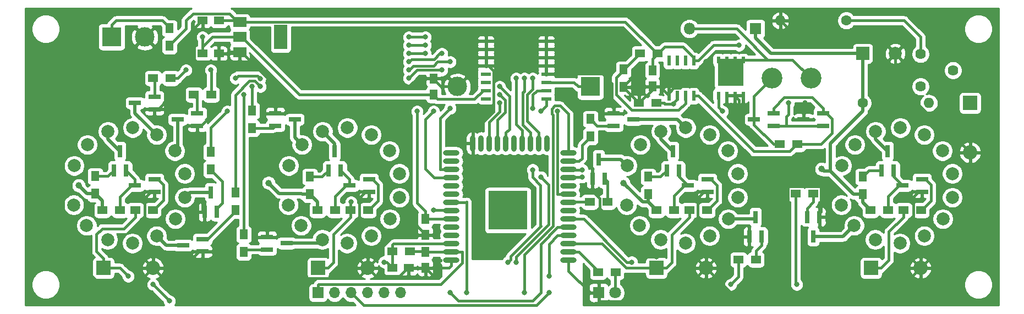
<source format=gbl>
G04 #@! TF.GenerationSoftware,KiCad,Pcbnew,5.1.4-5.1.4*
G04 #@! TF.CreationDate,2019-09-03T08:09:01+02:00*
G04 #@! TF.ProjectId,nixieclock-in18,6e697869-6563-46c6-9f63-6b2d696e3138,rev?*
G04 #@! TF.SameCoordinates,Original*
G04 #@! TF.FileFunction,Copper,L2,Bot*
G04 #@! TF.FilePolarity,Positive*
%FSLAX46Y46*%
G04 Gerber Fmt 4.6, Leading zero omitted, Abs format (unit mm)*
G04 Created by KiCad (PCBNEW 5.1.4-5.1.4) date 2019-09-03 08:09:01*
%MOMM*%
%LPD*%
G04 APERTURE LIST*
%ADD10R,1.300000X1.500000*%
%ADD11R,1.500000X0.600000*%
%ADD12C,2.000000*%
%ADD13R,3.000000X3.000000*%
%ADD14C,3.000000*%
%ADD15R,1.500000X1.250000*%
%ADD16R,1.250000X1.500000*%
%ADD17R,2.000000X2.000000*%
%ADD18C,1.800000*%
%ADD19R,1.800000X1.800000*%
%ADD20O,1.800000X1.800000*%
%ADD21O,2.200000X2.200000*%
%ADD22R,2.200000X2.200000*%
%ADD23C,3.200000*%
%ADD24R,1.900000X0.800000*%
%ADD25R,0.800000X1.900000*%
%ADD26R,1.500000X1.300000*%
%ADD27C,1.600000*%
%ADD28O,1.600000X1.600000*%
%ADD29C,1.620000*%
%ADD30R,2.000000X1.500000*%
%ADD31R,2.000000X3.800000*%
%ADD32R,0.600000X1.550000*%
%ADD33O,2.500000X0.900000*%
%ADD34O,0.900000X2.500000*%
%ADD35R,6.000000X6.000000*%
%ADD36R,3.910000X3.810000*%
%ADD37R,0.610000X1.020000*%
%ADD38R,0.610000X1.270000*%
%ADD39O,1.700000X1.700000*%
%ADD40R,1.700000X1.700000*%
%ADD41C,0.800000*%
%ADD42C,1.000000*%
%ADD43C,0.400000*%
%ADD44C,0.500000*%
%ADD45C,0.254000*%
G04 APERTURE END LIST*
D10*
X114300000Y-54530000D03*
X114300000Y-57230000D03*
D11*
X172290000Y-65405000D03*
X172290000Y-64135000D03*
X172290000Y-62865000D03*
X172290000Y-61595000D03*
X172290000Y-60325000D03*
X172290000Y-59055000D03*
X172290000Y-57785000D03*
X172290000Y-56515000D03*
X162990000Y-56515000D03*
X162990000Y-57785000D03*
X162990000Y-59055000D03*
X162990000Y-60325000D03*
X162990000Y-61595000D03*
X162990000Y-62865000D03*
X162990000Y-64135000D03*
X162990000Y-65405000D03*
D12*
X217741500Y-75692000D03*
X217678000Y-81724500D03*
X234759500Y-80581500D03*
X234759500Y-76898500D03*
X219646500Y-84899500D03*
X222885000Y-87058500D03*
X226695000Y-87630000D03*
X230441500Y-86487000D03*
X233299000Y-83883500D03*
X233235500Y-73406000D03*
X230441500Y-70929500D03*
X226758500Y-69850000D03*
X222948500Y-70421500D03*
X219773500Y-72453500D03*
X186753500Y-72453500D03*
X189928500Y-70421500D03*
X193738500Y-69850000D03*
X197421500Y-70929500D03*
X200215500Y-73406000D03*
X200279000Y-83883500D03*
X197421500Y-86487000D03*
X193675000Y-87630000D03*
X189865000Y-87058500D03*
X186626500Y-84899500D03*
X201739500Y-76898500D03*
X201739500Y-80581500D03*
X184658000Y-81724500D03*
X184721500Y-75692000D03*
X101663500Y-72453500D03*
X104838500Y-70421500D03*
X108648500Y-69850000D03*
X112331500Y-70929500D03*
X115125500Y-73406000D03*
X115189000Y-83883500D03*
X112331500Y-86487000D03*
X108585000Y-87630000D03*
X104775000Y-87058500D03*
X101536500Y-84899500D03*
X116649500Y-76898500D03*
X116649500Y-80581500D03*
X99568000Y-81724500D03*
X99631500Y-75692000D03*
X132651500Y-75692000D03*
X132588000Y-81724500D03*
X149669500Y-80581500D03*
X149669500Y-76898500D03*
X134556500Y-84899500D03*
X137795000Y-87058500D03*
X141605000Y-87630000D03*
X145351500Y-86487000D03*
X148209000Y-83883500D03*
X148145500Y-73406000D03*
X145351500Y-70929500D03*
X141668500Y-69850000D03*
X137858500Y-70421500D03*
X134683500Y-72453500D03*
D13*
X179070000Y-63500000D03*
D14*
X158580000Y-63500000D03*
D15*
X121900000Y-53340000D03*
X119400000Y-53340000D03*
D16*
X154940000Y-64750000D03*
X154940000Y-62250000D03*
D15*
X121900000Y-58420000D03*
X119400000Y-58420000D03*
X151110000Y-91440000D03*
X148610000Y-91440000D03*
D16*
X188595000Y-61000000D03*
X188595000Y-63500000D03*
X153670000Y-91420000D03*
X153670000Y-88920000D03*
D12*
X225980000Y-58420000D03*
D17*
X220980000Y-58420000D03*
D16*
X153670000Y-86360000D03*
X153670000Y-83860000D03*
D18*
X182880000Y-95250000D03*
D19*
X180340000Y-95250000D03*
D20*
X194310000Y-54610000D03*
D19*
X204470000Y-54610000D03*
D21*
X237490000Y-73660000D03*
D22*
X237490000Y-66040000D03*
X104140000Y-91440000D03*
D21*
X111760000Y-91440000D03*
X144780000Y-91440000D03*
D22*
X137160000Y-91440000D03*
X189230000Y-91440000D03*
D21*
X196850000Y-91440000D03*
X229870000Y-91440000D03*
D22*
X222250000Y-91440000D03*
D14*
X110490000Y-55880000D03*
D13*
X105410000Y-55880000D03*
D23*
X213010000Y-62230000D03*
X207010000Y-62230000D03*
D24*
X207240000Y-67630000D03*
X207240000Y-69530000D03*
X204240000Y-68580000D03*
X214860000Y-67630000D03*
X214860000Y-69530000D03*
X211860000Y-68580000D03*
X133580000Y-68580000D03*
X130580000Y-67630000D03*
X130580000Y-69530000D03*
X108990000Y-78740000D03*
X111990000Y-79690000D03*
X111990000Y-77790000D03*
X182650000Y-69530000D03*
X182650000Y-67630000D03*
X185650000Y-68580000D03*
D25*
X107630000Y-76430000D03*
X105730000Y-76430000D03*
X106680000Y-73430000D03*
D24*
X108990000Y-66040000D03*
X111990000Y-66990000D03*
X111990000Y-65090000D03*
X142010000Y-78740000D03*
X145010000Y-79690000D03*
X145010000Y-77790000D03*
D25*
X121600000Y-82780000D03*
X119700000Y-82780000D03*
X120650000Y-79780000D03*
X139700000Y-73430000D03*
X138750000Y-76430000D03*
X140650000Y-76430000D03*
X213360000Y-86590000D03*
X214310000Y-83590000D03*
X212410000Y-83590000D03*
D24*
X129310000Y-88580000D03*
X129310000Y-86680000D03*
X132310000Y-87630000D03*
X197080000Y-77790000D03*
X197080000Y-79690000D03*
X194080000Y-78740000D03*
X116380000Y-87950000D03*
X119380000Y-88900000D03*
X119380000Y-87000000D03*
D25*
X191770000Y-73430000D03*
X190820000Y-76430000D03*
X192720000Y-76430000D03*
X205420000Y-86590000D03*
X203520000Y-86590000D03*
X204470000Y-83590000D03*
D24*
X227100000Y-78740000D03*
X230100000Y-79690000D03*
X230100000Y-77790000D03*
X115570000Y-68580000D03*
X118570000Y-69530000D03*
X118570000Y-67630000D03*
D25*
X225740000Y-76430000D03*
X223840000Y-76430000D03*
X224790000Y-73430000D03*
X181290000Y-77700000D03*
X179390000Y-77700000D03*
X180340000Y-74700000D03*
D26*
X182960000Y-92075000D03*
X180260000Y-92075000D03*
X186530000Y-66040000D03*
X189230000Y-66040000D03*
X186690000Y-58420000D03*
X189390000Y-58420000D03*
D10*
X184150000Y-60880000D03*
X184150000Y-63580000D03*
D26*
X151290000Y-88900000D03*
X148590000Y-88900000D03*
X210900000Y-72390000D03*
X208200000Y-72390000D03*
D27*
X220980000Y-66040000D03*
D28*
X231140000Y-66040000D03*
X208280000Y-53340000D03*
D27*
X218440000Y-53340000D03*
D26*
X109060000Y-82550000D03*
X111760000Y-82550000D03*
D10*
X127000000Y-67230000D03*
X127000000Y-69930000D03*
D26*
X106680000Y-82550000D03*
X103980000Y-82550000D03*
D10*
X179070000Y-68500000D03*
X179070000Y-71200000D03*
X102870000Y-80010000D03*
X102870000Y-77310000D03*
D26*
X144860000Y-82550000D03*
X142160000Y-82550000D03*
X114460000Y-62230000D03*
X111760000Y-62230000D03*
X139780000Y-82550000D03*
X137080000Y-82550000D03*
D10*
X120650000Y-73580000D03*
X120650000Y-76280000D03*
X135890000Y-77390000D03*
X135890000Y-80090000D03*
D26*
X213360000Y-80010000D03*
X210660000Y-80010000D03*
X197010000Y-82550000D03*
X194310000Y-82550000D03*
D10*
X125730000Y-86280000D03*
X125730000Y-88980000D03*
D26*
X191930000Y-82550000D03*
X189230000Y-82550000D03*
D10*
X124460000Y-82550000D03*
X124460000Y-79850000D03*
X187960000Y-77390000D03*
X187960000Y-80090000D03*
D26*
X227250000Y-82550000D03*
X229950000Y-82550000D03*
X201850000Y-90170000D03*
X204550000Y-90170000D03*
X222170000Y-82550000D03*
X224870000Y-82550000D03*
X118030000Y-64770000D03*
X120730000Y-64770000D03*
D10*
X220980000Y-80090000D03*
X220980000Y-77390000D03*
D26*
X181690000Y-81280000D03*
X178990000Y-81280000D03*
D29*
X229870000Y-63500000D03*
X234870000Y-61000000D03*
X229870000Y-58500000D03*
D30*
X125120000Y-58180000D03*
X125120000Y-53580000D03*
X125120000Y-55880000D03*
D31*
X131420000Y-55880000D03*
D32*
X194945000Y-59530000D03*
X193675000Y-59530000D03*
X192405000Y-59530000D03*
X191135000Y-59530000D03*
X191135000Y-64930000D03*
X192405000Y-64930000D03*
X193675000Y-64930000D03*
X194945000Y-64930000D03*
D33*
X175670000Y-90250000D03*
X175670000Y-88980000D03*
X175670000Y-87710000D03*
X175670000Y-86440000D03*
X175670000Y-85170000D03*
X175670000Y-83900000D03*
X175670000Y-82630000D03*
X175670000Y-81360000D03*
X175670000Y-80090000D03*
X175670000Y-78820000D03*
X175670000Y-77550000D03*
X175670000Y-76280000D03*
X175670000Y-75010000D03*
X175670000Y-73740000D03*
D34*
X172385000Y-72250000D03*
X171115000Y-72250000D03*
X169845000Y-72250000D03*
X168575000Y-72250000D03*
X167305000Y-72250000D03*
X166035000Y-72250000D03*
X164765000Y-72250000D03*
X163495000Y-72250000D03*
X162225000Y-72250000D03*
X160955000Y-72250000D03*
D33*
X157670000Y-73740000D03*
X157670000Y-75010000D03*
X157670000Y-76280000D03*
X157670000Y-77550000D03*
X157670000Y-78820000D03*
X157670000Y-80090000D03*
X157670000Y-81360000D03*
X157670000Y-82630000D03*
X157670000Y-83900000D03*
X157670000Y-85170000D03*
X157670000Y-86440000D03*
X157670000Y-87710000D03*
X157670000Y-88980000D03*
X157670000Y-90250000D03*
D35*
X166370000Y-82550000D03*
D36*
X200660000Y-61540000D03*
D37*
X202565000Y-59435000D03*
X201295000Y-59435000D03*
X200025000Y-59435000D03*
X198755000Y-59435000D03*
D38*
X198755000Y-64900000D03*
X200025000Y-64900000D03*
X201295000Y-64900000D03*
X202565000Y-64900000D03*
D39*
X149860000Y-95250000D03*
X147320000Y-95250000D03*
X144780000Y-95250000D03*
X142240000Y-95250000D03*
X139700000Y-95250000D03*
D40*
X137160000Y-95250000D03*
D41*
X212090000Y-66040000D03*
X201930000Y-67310000D03*
X196850000Y-59690000D03*
X186690000Y-60960000D03*
X175849999Y-61549999D03*
X144780000Y-67310000D03*
X144780000Y-63500000D03*
X154940000Y-92710000D03*
X189230000Y-89689998D03*
X128270000Y-82550000D03*
X119380000Y-81280000D03*
X201930000Y-57150000D03*
X119380000Y-55880000D03*
X147320000Y-90530001D03*
D42*
X100330000Y-78740000D03*
X129540000Y-78331501D03*
X184150000Y-78331501D03*
X214630000Y-76200000D03*
D41*
X152400000Y-67310000D03*
X107950000Y-92710000D03*
X111760000Y-93980000D03*
X114300000Y-96520000D03*
X160020000Y-95250000D03*
X142240000Y-81280000D03*
X154940000Y-82550000D03*
X185420000Y-90530001D03*
X157480000Y-95250000D03*
X172720000Y-92710000D03*
X168910000Y-95250000D03*
X172720000Y-95250000D03*
X199390000Y-67310000D03*
X209550000Y-66040000D03*
X191894621Y-66164621D03*
X173990000Y-67310000D03*
X171450000Y-67310000D03*
X154940000Y-67310000D03*
X157480000Y-66871489D03*
X170180000Y-66871489D03*
X151130000Y-58420000D03*
X153670000Y-58420000D03*
X167640000Y-62230000D03*
X127000000Y-63500000D03*
X116840000Y-60960000D03*
X151130000Y-55880000D03*
X153670000Y-55880000D03*
X170180000Y-62230000D03*
X123190000Y-67310000D03*
X124460000Y-62230000D03*
X128243959Y-62256041D03*
X151130000Y-59690000D03*
X156210000Y-58420000D03*
X165100000Y-63500000D03*
X210820000Y-93980000D03*
X166370000Y-90530001D03*
X170180000Y-76298499D03*
X177800000Y-76298499D03*
X125730000Y-64770000D03*
X151130000Y-62230000D03*
X156210000Y-60960000D03*
X165100000Y-66021489D03*
X128270000Y-63500000D03*
X151130000Y-60960000D03*
X157480000Y-59690000D03*
X165100000Y-64770000D03*
X200660000Y-93980000D03*
X171450000Y-77431491D03*
X177800000Y-77431491D03*
X167640000Y-90530001D03*
X120650000Y-60960000D03*
X151130000Y-57150000D03*
X153670000Y-57150000D03*
X168910000Y-62230000D03*
D43*
X173440000Y-62865000D02*
X172290000Y-62865000D01*
X176535000Y-62865000D02*
X173440000Y-62865000D01*
X177170000Y-63500000D02*
X176535000Y-62865000D01*
X179070000Y-63500000D02*
X177170000Y-63500000D01*
X111440000Y-79690000D02*
X111990000Y-79690000D01*
X110490000Y-80640000D02*
X111440000Y-79690000D01*
X111760000Y-91440000D02*
X110490000Y-90170000D01*
X144460000Y-79690000D02*
X145010000Y-79690000D01*
X143510000Y-90170000D02*
X143510000Y-80640000D01*
X143510000Y-80640000D02*
X144460000Y-79690000D01*
X144780000Y-91440000D02*
X143510000Y-90170000D01*
X196530000Y-79690000D02*
X197080000Y-79690000D01*
X195580000Y-80640000D02*
X196530000Y-79690000D01*
X195580000Y-90170000D02*
X195580000Y-80640000D01*
X196850000Y-91440000D02*
X195580000Y-90170000D01*
X229550000Y-79690000D02*
X230100000Y-79690000D01*
X228741499Y-80498501D02*
X229550000Y-79690000D01*
X228741499Y-90311499D02*
X228741499Y-80498501D01*
X229870000Y-91440000D02*
X228741499Y-90311499D01*
X237490000Y-83820000D02*
X229870000Y-91440000D01*
X237490000Y-73660000D02*
X237490000Y-83820000D01*
X225980000Y-62730002D02*
X235809999Y-72560001D01*
X236390001Y-72560001D02*
X237490000Y-73660000D01*
X235809999Y-72560001D02*
X236390001Y-72560001D01*
X225980000Y-58420000D02*
X225980000Y-62730002D01*
X202565000Y-64930000D02*
X200025000Y-64930000D01*
X211860000Y-68580000D02*
X211860000Y-66270000D01*
X211860000Y-66270000D02*
X212090000Y-66040000D01*
X201930000Y-65565000D02*
X201295000Y-64930000D01*
X201930000Y-67310000D02*
X201930000Y-65565000D01*
X224980001Y-57420001D02*
X225980000Y-58420000D01*
X211659999Y-56719999D02*
X224279999Y-56719999D01*
X224279999Y-56719999D02*
X224980001Y-57420001D01*
X208280000Y-53340000D02*
X211659999Y-56719999D01*
X228770001Y-92539999D02*
X229870000Y-91440000D01*
X226060000Y-95250000D02*
X228770001Y-92539999D01*
X196850000Y-91440000D02*
X200660000Y-95250000D01*
X201700000Y-86590000D02*
X203520000Y-86590000D01*
X196850000Y-91440000D02*
X201700000Y-86590000D01*
X209459999Y-78999999D02*
X209459999Y-95159999D01*
X209549999Y-78909999D02*
X209459999Y-78999999D01*
X214560001Y-82789999D02*
X214560001Y-78999999D01*
X214560001Y-78999999D02*
X214470001Y-78909999D01*
X214310000Y-83040000D02*
X214560001Y-82789999D01*
X214470001Y-78909999D02*
X209549999Y-78909999D01*
X214310000Y-83590000D02*
X214310000Y-83040000D01*
X209550000Y-95250000D02*
X226060000Y-95250000D01*
X209459999Y-95159999D02*
X209550000Y-95250000D01*
X200660000Y-95250000D02*
X209550000Y-95250000D01*
X192835001Y-63704999D02*
X196850000Y-59690000D01*
X191135000Y-64930000D02*
X191135000Y-64455000D01*
X191885001Y-63704999D02*
X192835001Y-63704999D01*
X191135000Y-64455000D02*
X191885001Y-63704999D01*
X189705000Y-63500000D02*
X191135000Y-64930000D01*
X188595000Y-63500000D02*
X189705000Y-63500000D01*
X184150000Y-63660000D02*
X186530000Y-66040000D01*
X184150000Y-63580000D02*
X184150000Y-63660000D01*
X188595000Y-63975000D02*
X186530000Y-66040000D01*
X188595000Y-63500000D02*
X188595000Y-63975000D01*
X161755000Y-60325000D02*
X162990000Y-60325000D01*
X158580000Y-63500000D02*
X161755000Y-60325000D01*
X162990000Y-60325000D02*
X162990000Y-56515000D01*
X162990000Y-56515000D02*
X172290000Y-56515000D01*
X172290000Y-56515000D02*
X172290000Y-61595000D01*
X154940000Y-62375000D02*
X154940000Y-62250000D01*
X156065000Y-63500000D02*
X154940000Y-62375000D01*
X158580000Y-63500000D02*
X156065000Y-63500000D01*
X124880000Y-58420000D02*
X125120000Y-58180000D01*
X121900000Y-58420000D02*
X124880000Y-58420000D01*
X125120000Y-59330000D02*
X125120000Y-58180000D01*
X124760000Y-59690000D02*
X125120000Y-59330000D01*
X110490000Y-55880000D02*
X114300000Y-59690000D01*
X119275000Y-53340000D02*
X118110000Y-54505000D01*
X119400000Y-53340000D02*
X119275000Y-53340000D01*
X118484998Y-59690000D02*
X119380000Y-59690000D01*
X118110000Y-59315002D02*
X118484998Y-59690000D01*
X118110000Y-54505000D02*
X118110000Y-59315002D01*
X130580000Y-63390000D02*
X125370000Y-58180000D01*
X125370000Y-58180000D02*
X125120000Y-58180000D01*
X130580000Y-67630000D02*
X130580000Y-63390000D01*
X157670000Y-91100000D02*
X157670000Y-90250000D01*
X157350000Y-91420000D02*
X157670000Y-91100000D01*
X153670000Y-91420000D02*
X157350000Y-91420000D01*
X153650000Y-91440000D02*
X153670000Y-91420000D01*
X151110000Y-91440000D02*
X153650000Y-91440000D01*
X145879999Y-90340001D02*
X144780000Y-91440000D01*
X148919998Y-86360000D02*
X145879999Y-89399999D01*
X145879999Y-89399999D02*
X145879999Y-90340001D01*
X153670000Y-86360000D02*
X148919998Y-86360000D01*
X175670000Y-91100000D02*
X175670000Y-90250000D01*
X175670000Y-91880000D02*
X175670000Y-91100000D01*
X179040000Y-95250000D02*
X175670000Y-91880000D01*
X180340000Y-95250000D02*
X179040000Y-95250000D01*
X118110000Y-61420000D02*
X118110000Y-59690000D01*
X111990000Y-66990000D02*
X112540000Y-66990000D01*
X112540000Y-66990000D02*
X118110000Y-61420000D01*
X114300000Y-59690000D02*
X118110000Y-59690000D01*
X118110000Y-59690000D02*
X119380000Y-59690000D01*
X119120000Y-69530000D02*
X123190000Y-65460000D01*
X118570000Y-69530000D02*
X119120000Y-69530000D01*
X119380000Y-59690000D02*
X123190000Y-59690000D01*
X123190000Y-65460000D02*
X123190000Y-59690000D01*
X123190000Y-59690000D02*
X124760000Y-59690000D01*
X116290000Y-91440000D02*
X113315634Y-91440000D01*
X118830000Y-88900000D02*
X116290000Y-91440000D01*
X113315634Y-91440000D02*
X111760000Y-91440000D01*
X119380000Y-88900000D02*
X118830000Y-88900000D01*
X128760000Y-86680000D02*
X129310000Y-86680000D01*
X119380000Y-88900000D02*
X119930000Y-88900000D01*
X110793001Y-84786999D02*
X110490000Y-85090000D01*
X111769499Y-84786999D02*
X110793001Y-84786999D01*
X114372999Y-82183499D02*
X111769499Y-84786999D01*
X116601502Y-82780000D02*
X116005001Y-82183499D01*
X116005001Y-82183499D02*
X114372999Y-82183499D01*
X119700000Y-82780000D02*
X116601502Y-82780000D01*
X110490000Y-85090000D02*
X110490000Y-80640000D01*
X110490000Y-90170000D02*
X110490000Y-85090000D01*
X97931499Y-68438501D02*
X108990001Y-57379999D01*
X108990001Y-57379999D02*
X110490000Y-55880000D01*
X97931499Y-88241501D02*
X97931499Y-68438501D01*
X103669998Y-93980000D02*
X97931499Y-88241501D01*
X109220000Y-93980000D02*
X103669998Y-93980000D01*
X111760000Y-91440000D02*
X109220000Y-93980000D01*
X163440000Y-60325000D02*
X162990000Y-60325000D01*
X164190001Y-67364999D02*
X164190001Y-61075001D01*
X164190001Y-61075001D02*
X163440000Y-60325000D01*
X160955000Y-70600000D02*
X164190001Y-67364999D01*
X160955000Y-72250000D02*
X160955000Y-70600000D01*
X182650000Y-66830000D02*
X182650000Y-67630000D01*
X182399989Y-66579989D02*
X182650000Y-66830000D01*
X182399989Y-63019987D02*
X182399989Y-66579989D01*
X180930001Y-61549999D02*
X182399989Y-63019987D01*
X173440000Y-61595000D02*
X173485001Y-61549999D01*
X172290000Y-61595000D02*
X173440000Y-61595000D01*
X184150000Y-63580000D02*
X184150000Y-63500000D01*
X184150000Y-63500000D02*
X186690000Y-60960000D01*
X173485001Y-61549999D02*
X175849999Y-61549999D01*
X175849999Y-61549999D02*
X180930001Y-61549999D01*
X195750001Y-92539999D02*
X196850000Y-91440000D01*
X180390001Y-96600001D02*
X191689999Y-96600001D01*
X180340000Y-96550000D02*
X180390001Y-96600001D01*
X191689999Y-96600001D02*
X195750001Y-92539999D01*
X180340000Y-95250000D02*
X180340000Y-96550000D01*
X113310001Y-92990001D02*
X112859999Y-92539999D01*
X143229999Y-92990001D02*
X113310001Y-92990001D01*
X144780000Y-91440000D02*
X143229999Y-92990001D01*
X149715000Y-92710000D02*
X150985000Y-91440000D01*
X150985000Y-91440000D02*
X151110000Y-91440000D01*
X146050000Y-92710000D02*
X149715000Y-92710000D01*
X144780000Y-91440000D02*
X146050000Y-92710000D01*
X112859999Y-92539999D02*
X111760000Y-91440000D01*
X131930000Y-67630000D02*
X130580000Y-67630000D01*
X132250000Y-67310000D02*
X131930000Y-67630000D01*
X144565502Y-67310000D02*
X132250000Y-67310000D01*
X151369501Y-74113999D02*
X144565502Y-67310000D01*
X153670000Y-86235000D02*
X151369501Y-83934501D01*
X151369501Y-83934501D02*
X151369501Y-74113999D01*
X153670000Y-86360000D02*
X153670000Y-86235000D01*
X144565502Y-67310000D02*
X144780000Y-67310000D01*
X144780000Y-63500000D02*
X151130000Y-63500000D01*
X152380000Y-62250000D02*
X154940000Y-62250000D01*
X151130000Y-63500000D02*
X152380000Y-62250000D01*
X154940000Y-92690000D02*
X153670000Y-91420000D01*
X154940000Y-92710000D02*
X154940000Y-92690000D01*
X179390000Y-79624059D02*
X180489999Y-80724058D01*
X179390000Y-77700000D02*
X179390000Y-79624059D01*
X180489999Y-80724058D02*
X180489999Y-82290001D01*
X180489999Y-82290001D02*
X187889996Y-89689998D01*
X187889996Y-89689998D02*
X189230000Y-89689998D01*
X129310000Y-86680000D02*
X129310000Y-83590000D01*
X129310000Y-83590000D02*
X128270000Y-82550000D01*
X119380000Y-82460000D02*
X119700000Y-82780000D01*
X119380000Y-81280000D02*
X119380000Y-82460000D01*
X204240000Y-65000000D02*
X204240000Y-68580000D01*
X207010000Y-62230000D02*
X204240000Y-65000000D01*
X207250000Y-72390000D02*
X204240000Y-69380000D01*
X204240000Y-69380000D02*
X204240000Y-68580000D01*
X208200000Y-72390000D02*
X207250000Y-72390000D01*
X198025000Y-57150000D02*
X201930000Y-57150000D01*
X194945000Y-59530000D02*
X195645000Y-59530000D01*
X195645000Y-59530000D02*
X198025000Y-57150000D01*
X188595000Y-59215000D02*
X189390000Y-58420000D01*
X188595000Y-61000000D02*
X188595000Y-59215000D01*
X124880000Y-53340000D02*
X125120000Y-53580000D01*
X121900000Y-53340000D02*
X124880000Y-53340000D01*
X189290000Y-58420000D02*
X189390000Y-58420000D01*
X184399999Y-53529999D02*
X189290000Y-58420000D01*
X126570001Y-53529999D02*
X184399999Y-53529999D01*
X126520000Y-53580000D02*
X126570001Y-53529999D01*
X125120000Y-53580000D02*
X126520000Y-53580000D01*
X189490000Y-58420000D02*
X189390000Y-58420000D01*
X193260000Y-57370000D02*
X190540000Y-57370000D01*
X194945000Y-59055000D02*
X193260000Y-57370000D01*
X190540000Y-57370000D02*
X189490000Y-58420000D01*
X194945000Y-59530000D02*
X194945000Y-59055000D01*
X124870000Y-53580000D02*
X125120000Y-53580000D01*
X123554999Y-52264999D02*
X124870000Y-53580000D01*
X116840000Y-54590000D02*
X116840000Y-53340000D01*
X114300000Y-57130000D02*
X116840000Y-54590000D01*
X114300000Y-57230000D02*
X114300000Y-57130000D01*
X116840000Y-53340000D02*
X117915001Y-52264999D01*
X117915001Y-52264999D02*
X123554999Y-52264999D01*
X162540000Y-64135000D02*
X162990000Y-64135000D01*
X161224999Y-65450001D02*
X162540000Y-64135000D01*
X155515001Y-65450001D02*
X161224999Y-65450001D01*
X154940000Y-64875000D02*
X155515001Y-65450001D01*
X154940000Y-64750000D02*
X154940000Y-64875000D01*
X119400000Y-57395000D02*
X119400000Y-58420000D01*
X120915000Y-55880000D02*
X119400000Y-57395000D01*
X125120000Y-55880000D02*
X120915000Y-55880000D01*
X153730000Y-88980000D02*
X153670000Y-88920000D01*
X157670000Y-88980000D02*
X153730000Y-88980000D01*
X153650000Y-88900000D02*
X153670000Y-88920000D01*
X151290000Y-88900000D02*
X153650000Y-88900000D01*
X125370000Y-55880000D02*
X125120000Y-55880000D01*
X134240000Y-64750000D02*
X125370000Y-55880000D01*
X154940000Y-64750000D02*
X134240000Y-64750000D01*
X119400000Y-58420000D02*
X119400000Y-55900000D01*
X119400000Y-55900000D02*
X119380000Y-55880000D01*
X137160000Y-94000000D02*
X137160000Y-95250000D01*
X137210001Y-93949999D02*
X137160000Y-94000000D01*
X140324001Y-93949999D02*
X137210001Y-93949999D01*
X140354002Y-93980000D02*
X140324001Y-93949999D01*
X141000001Y-93949999D02*
X140970000Y-93980000D01*
X146050000Y-93980000D02*
X145434002Y-93980000D01*
X145434002Y-93980000D02*
X145404001Y-93949999D01*
X150484001Y-93949999D02*
X146080001Y-93949999D01*
X150514002Y-93980000D02*
X150484001Y-93949999D01*
X145404001Y-93949999D02*
X141000001Y-93949999D01*
X151130000Y-93980000D02*
X150514002Y-93980000D01*
X146080001Y-93949999D02*
X146050000Y-93980000D01*
X151160001Y-93949999D02*
X151130000Y-93980000D01*
X156042807Y-93949999D02*
X151160001Y-93949999D01*
X159370010Y-90622796D02*
X156042807Y-93949999D01*
X140970000Y-93980000D02*
X140354002Y-93980000D01*
X159370010Y-89030010D02*
X159370010Y-90622796D01*
X159320000Y-88980000D02*
X159370010Y-89030010D01*
X157670000Y-88980000D02*
X159320000Y-88980000D01*
X148730000Y-87710000D02*
X148590000Y-87850000D01*
X148590000Y-87850000D02*
X148590000Y-88900000D01*
X157670000Y-87710000D02*
X148730000Y-87710000D01*
X148610000Y-88920000D02*
X148590000Y-88900000D01*
X148610000Y-91440000D02*
X148610000Y-88920000D01*
X147700001Y-90530001D02*
X148610000Y-91440000D01*
X147320000Y-90530001D02*
X147700001Y-90530001D01*
D44*
X103980000Y-81120000D02*
X102870000Y-80010000D01*
X103980000Y-82550000D02*
X103980000Y-81120000D01*
X137080000Y-81280000D02*
X135890000Y-80090000D01*
X137080000Y-82550000D02*
X137080000Y-81280000D01*
X187960000Y-81280000D02*
X189230000Y-82550000D01*
X187960000Y-80090000D02*
X187960000Y-81280000D01*
X220980000Y-81360000D02*
X222170000Y-82550000D01*
X220980000Y-80090000D02*
X220980000Y-81360000D01*
X220980000Y-80090000D02*
X219549498Y-80090000D01*
X215991499Y-76532001D02*
X215991499Y-72298501D01*
X219549498Y-80090000D02*
X215991499Y-76532001D01*
X220980000Y-67310000D02*
X220980000Y-66040000D01*
X215991499Y-72298501D02*
X220980000Y-67310000D01*
X220980000Y-66040000D02*
X220980000Y-58420000D01*
X206880000Y-58420000D02*
X219480000Y-58420000D01*
X219480000Y-58420000D02*
X220980000Y-58420000D01*
X204470000Y-56010000D02*
X206880000Y-58420000D01*
X204470000Y-54610000D02*
X204470000Y-56010000D01*
X102870000Y-80010000D02*
X101600000Y-80010000D01*
X101600000Y-80010000D02*
X100330000Y-78740000D01*
X131182998Y-79974499D02*
X134624499Y-79974499D01*
X134740000Y-80090000D02*
X135890000Y-80090000D01*
X134624499Y-79974499D02*
X134740000Y-80090000D01*
X129540000Y-78331501D02*
X131182998Y-79974499D01*
X187960000Y-81280000D02*
X187098499Y-81280000D01*
X187098499Y-81280000D02*
X184150000Y-78331501D01*
X215991499Y-76532001D02*
X214962001Y-76532001D01*
X214962001Y-76532001D02*
X214630000Y-76200000D01*
D43*
X157630000Y-83860000D02*
X157670000Y-83900000D01*
X153670000Y-83860000D02*
X157630000Y-83860000D01*
X152400000Y-81440000D02*
X152400000Y-67310000D01*
X153670000Y-83860000D02*
X153670000Y-82710000D01*
X153670000Y-82710000D02*
X152400000Y-81440000D01*
X182880000Y-92155000D02*
X182960000Y-92075000D01*
X182880000Y-95250000D02*
X182880000Y-92155000D01*
X195582792Y-54610000D02*
X194310000Y-54610000D01*
X201599999Y-54610000D02*
X195582792Y-54610000D01*
X210150010Y-59370010D02*
X206360009Y-59370010D01*
X213010000Y-62230000D02*
X210150010Y-59370010D01*
X206360009Y-59370010D02*
X202399999Y-55410001D01*
X202399999Y-55410001D02*
X201599999Y-54610000D01*
X198755000Y-59435000D02*
X202565000Y-59435000D01*
X200660000Y-60070000D02*
X200025000Y-59435000D01*
X200660000Y-61540000D02*
X200660000Y-60070000D01*
X206295019Y-59435000D02*
X206360009Y-59370010D01*
X202565000Y-59435000D02*
X206295019Y-59435000D01*
X104140000Y-89940000D02*
X104140000Y-91440000D01*
X103074999Y-88874999D02*
X104140000Y-89940000D01*
X103074999Y-86242499D02*
X103074999Y-88874999D01*
X103958999Y-85358499D02*
X103074999Y-86242499D01*
X107301501Y-85358499D02*
X103958999Y-85358499D01*
X109060000Y-83600000D02*
X107301501Y-85358499D01*
X109060000Y-82550000D02*
X109060000Y-83600000D01*
X104140000Y-91440000D02*
X106680000Y-91440000D01*
X106680000Y-91440000D02*
X107950000Y-92710000D01*
X111760000Y-93980000D02*
X113030000Y-95250000D01*
X113030000Y-95250000D02*
X114300000Y-96520000D01*
X160020000Y-95250000D02*
X160020000Y-90892058D01*
X160020020Y-90892038D02*
X160020020Y-81280020D01*
X160020000Y-90892058D02*
X160020020Y-90892038D01*
X159940040Y-81360000D02*
X157670000Y-81360000D01*
X160020020Y-81280020D02*
X159940040Y-81360000D01*
X157670000Y-82630000D02*
X158670000Y-82630000D01*
X139495001Y-90604999D02*
X138660000Y-91440000D01*
X138660000Y-91440000D02*
X137160000Y-91440000D01*
X139495001Y-86264999D02*
X139495001Y-90604999D01*
X142160000Y-83600000D02*
X139495001Y-86264999D01*
X142160000Y-82550000D02*
X142160000Y-83600000D01*
X142160000Y-82550000D02*
X142160000Y-81360000D01*
X142160000Y-81360000D02*
X142240000Y-81280000D01*
X157590000Y-82550000D02*
X157670000Y-82630000D01*
X154940000Y-82550000D02*
X157590000Y-82550000D01*
X190730000Y-91440000D02*
X189230000Y-91440000D01*
X191565001Y-90604999D02*
X190730000Y-91440000D01*
X191565001Y-86344999D02*
X191565001Y-90604999D01*
X194310000Y-83600000D02*
X191565001Y-86344999D01*
X194310000Y-82550000D02*
X194310000Y-83600000D01*
X187730000Y-91440000D02*
X189230000Y-91440000D01*
X184535002Y-91440000D02*
X187730000Y-91440000D01*
X180805002Y-87710000D02*
X184535002Y-91440000D01*
X175670000Y-87710000D02*
X180805002Y-87710000D01*
X227250000Y-83600000D02*
X227250000Y-82550000D01*
X224994999Y-90195001D02*
X224994999Y-85855001D01*
X224994999Y-85855001D02*
X227250000Y-83600000D01*
X223750000Y-91440000D02*
X224994999Y-90195001D01*
X222250000Y-91440000D02*
X223750000Y-91440000D01*
X184679999Y-90530001D02*
X185420000Y-90530001D01*
X175670000Y-83900000D02*
X178049998Y-83900000D01*
X178049998Y-83900000D02*
X184679999Y-90530001D01*
X157480000Y-95250000D02*
X158750000Y-96520000D01*
X174020000Y-85170000D02*
X171450000Y-87740000D01*
X175670000Y-85170000D02*
X174020000Y-85170000D01*
X171450000Y-87740000D02*
X171450000Y-95250000D01*
X171450000Y-95250000D02*
X170180000Y-96520000D01*
X158750000Y-96520000D02*
X170180000Y-96520000D01*
X172720000Y-87740000D02*
X172720000Y-92710000D01*
X175670000Y-86440000D02*
X174020000Y-86440000D01*
X174020000Y-86440000D02*
X172720000Y-87740000D01*
X168910000Y-89360748D02*
X168910000Y-95250000D01*
X173319980Y-84950768D02*
X168910000Y-89360748D01*
X173319980Y-67897982D02*
X173319980Y-84950768D01*
X173139999Y-67718001D02*
X173319980Y-67897982D01*
X175670000Y-67731998D02*
X174398001Y-66459999D01*
X174398001Y-66459999D02*
X173581999Y-66459999D01*
X173139999Y-66901999D02*
X173139999Y-67718001D01*
X175670000Y-73740000D02*
X175670000Y-67731998D01*
X173581999Y-66459999D02*
X173139999Y-66901999D01*
X172320001Y-95649999D02*
X172720000Y-95250000D01*
X170799990Y-97170010D02*
X172320001Y-95649999D01*
X144160010Y-97170010D02*
X170799990Y-97170010D01*
X142240000Y-95250000D02*
X144160010Y-97170010D01*
X216260001Y-68480001D02*
X215410000Y-67630000D01*
X215410000Y-67630000D02*
X214860000Y-67630000D01*
X216260001Y-70686483D02*
X216260001Y-68480001D01*
X214556484Y-72390000D02*
X216260001Y-70686483D01*
X210900000Y-72390000D02*
X214556484Y-72390000D01*
X195645000Y-64930000D02*
X194945000Y-64930000D01*
X204205001Y-73490001D02*
X195645000Y-64930000D01*
X210800000Y-72390000D02*
X209699999Y-73490001D01*
X209699999Y-73490001D02*
X204205001Y-73490001D01*
X210900000Y-72390000D02*
X210800000Y-72390000D01*
X214860000Y-66830000D02*
X214860000Y-67630000D01*
X208880001Y-65189999D02*
X213219999Y-65189999D01*
X213219999Y-65189999D02*
X214860000Y-66830000D01*
X207240000Y-66830000D02*
X208880001Y-65189999D01*
X207240000Y-67630000D02*
X207240000Y-66830000D01*
X207240000Y-69530000D02*
X207790000Y-69530000D01*
X209870000Y-69530000D02*
X214860000Y-69530000D01*
X198755000Y-64900000D02*
X198755000Y-66675000D01*
X198755000Y-66675000D02*
X199390000Y-67310000D01*
X209230000Y-68090000D02*
X209230000Y-69530000D01*
X209550000Y-67770000D02*
X209230000Y-68090000D01*
X207790000Y-69530000D02*
X209230000Y-69530000D01*
X209550000Y-66040000D02*
X209550000Y-67770000D01*
X209230000Y-69530000D02*
X209870000Y-69530000D01*
D44*
X133580000Y-71350000D02*
X134683500Y-72453500D01*
X133580000Y-68580000D02*
X133580000Y-71350000D01*
D43*
X108440000Y-78740000D02*
X108990000Y-78740000D01*
X106700000Y-80480000D02*
X108440000Y-78740000D01*
X106680000Y-80480000D02*
X106700000Y-80480000D01*
X106680000Y-82550000D02*
X106680000Y-80480000D01*
X108990000Y-77790000D02*
X107630000Y-76430000D01*
X108990000Y-78740000D02*
X108990000Y-77790000D01*
D44*
X192468500Y-68580000D02*
X193738500Y-69850000D01*
X185650000Y-68580000D02*
X192468500Y-68580000D01*
X108990000Y-67588000D02*
X112331500Y-70929500D01*
X108990000Y-66040000D02*
X108990000Y-67588000D01*
D43*
X137790000Y-77390000D02*
X138750000Y-76430000D01*
X135890000Y-77390000D02*
X137790000Y-77390000D01*
D44*
X117451000Y-79780000D02*
X116649500Y-80581500D01*
X120650000Y-79780000D02*
X117451000Y-79780000D01*
X217956000Y-86590000D02*
X213360000Y-86590000D01*
X219646500Y-84899500D02*
X217956000Y-86590000D01*
X137223500Y-87630000D02*
X137795000Y-87058500D01*
X132310000Y-87630000D02*
X137223500Y-87630000D01*
D43*
X191930000Y-80340000D02*
X193530000Y-78740000D01*
X193530000Y-78740000D02*
X194080000Y-78740000D01*
X191930000Y-82550000D02*
X191930000Y-80340000D01*
X192720000Y-77380000D02*
X194080000Y-78740000D01*
X192720000Y-76430000D02*
X192720000Y-77380000D01*
D44*
X113794500Y-87950000D02*
X112331500Y-86487000D01*
X116380000Y-87950000D02*
X113794500Y-87950000D01*
X204176500Y-83883500D02*
X204470000Y-83590000D01*
X200279000Y-83883500D02*
X204176500Y-83883500D01*
D43*
X225740000Y-77380000D02*
X227100000Y-78740000D01*
X225740000Y-76430000D02*
X225740000Y-77380000D01*
X224870000Y-81500000D02*
X224870000Y-82550000D01*
X224870000Y-80420000D02*
X224870000Y-81500000D01*
X226550000Y-78740000D02*
X224870000Y-80420000D01*
X227100000Y-78740000D02*
X226550000Y-78740000D01*
D44*
X115570000Y-72961500D02*
X115125500Y-73406000D01*
X115570000Y-68580000D02*
X115570000Y-72961500D01*
X183729500Y-74700000D02*
X184721500Y-75692000D01*
X180340000Y-74700000D02*
X183729500Y-74700000D01*
D43*
X189230000Y-66040000D02*
X189330000Y-66040000D01*
X192405000Y-65405000D02*
X192405000Y-64930000D01*
X190495001Y-66155001D02*
X191654999Y-66155001D01*
X191654999Y-66155001D02*
X192405000Y-65405000D01*
X190380000Y-66040000D02*
X190495001Y-66155001D01*
X189230000Y-66040000D02*
X190380000Y-66040000D01*
X191654999Y-66155001D02*
X191885001Y-66155001D01*
X191885001Y-66155001D02*
X191894621Y-66164621D01*
X173969990Y-73367204D02*
X173969990Y-80039990D01*
X173969990Y-80039990D02*
X174020000Y-80090000D01*
X173990000Y-73347194D02*
X173969990Y-73367204D01*
X174020000Y-80090000D02*
X175670000Y-80090000D01*
X173990000Y-67310000D02*
X173990000Y-73347194D01*
X184230000Y-60880000D02*
X186690000Y-58420000D01*
X184150000Y-60880000D02*
X184230000Y-60880000D01*
X193675000Y-64930000D02*
X193675000Y-65405000D01*
X193675000Y-66105000D02*
X193675000Y-64930000D01*
X184150000Y-60880000D02*
X184150000Y-60980000D01*
X183049999Y-62080001D02*
X183049999Y-64770001D01*
X183049999Y-64770001D02*
X185419999Y-67140001D01*
X192639999Y-67140001D02*
X193675000Y-66105000D01*
X184150000Y-60980000D02*
X183049999Y-62080001D01*
X185419999Y-67140001D02*
X192639999Y-67140001D01*
X229870000Y-55880000D02*
X229870000Y-58500000D01*
X218440000Y-53340000D02*
X227330000Y-53340000D01*
X227330000Y-53340000D02*
X229870000Y-55880000D01*
X172290000Y-65405000D02*
X172290000Y-66470000D01*
X172290000Y-66470000D02*
X171450000Y-67310000D01*
X154940000Y-67310000D02*
X153670000Y-68580000D01*
X153670000Y-68580000D02*
X153670000Y-76200000D01*
X155020000Y-77550000D02*
X157670000Y-77550000D01*
X153670000Y-76200000D02*
X155020000Y-77550000D01*
X155969990Y-68381499D02*
X157480000Y-66871489D01*
X157670000Y-76280000D02*
X156020000Y-76280000D01*
X155969990Y-76229990D02*
X155969990Y-68381499D01*
X156020000Y-76280000D02*
X155969990Y-76229990D01*
X170180000Y-66871489D02*
X170180000Y-64770000D01*
X170815000Y-64135000D02*
X172290000Y-64135000D01*
X170180000Y-64770000D02*
X170815000Y-64135000D01*
D44*
X104838500Y-71588500D02*
X106680000Y-73430000D01*
X104838500Y-70421500D02*
X104838500Y-71588500D01*
X139700000Y-72263000D02*
X137858500Y-70421500D01*
X139700000Y-73430000D02*
X139700000Y-72263000D01*
X189928500Y-71588500D02*
X191770000Y-73430000D01*
X189928500Y-70421500D02*
X189928500Y-71588500D01*
X222948500Y-71588500D02*
X224790000Y-73430000D01*
X222948500Y-70421500D02*
X222948500Y-71588500D01*
D43*
X130180000Y-69930000D02*
X130580000Y-69530000D01*
X127000000Y-69930000D02*
X130180000Y-69930000D01*
X112540000Y-77790000D02*
X111990000Y-77790000D01*
X113390001Y-81019999D02*
X113390001Y-78640001D01*
X111860000Y-82550000D02*
X113390001Y-81019999D01*
X113390001Y-78640001D02*
X112540000Y-77790000D01*
X111760000Y-82550000D02*
X111860000Y-82550000D01*
X180100000Y-69530000D02*
X179070000Y-68500000D01*
X182650000Y-69530000D02*
X180100000Y-69530000D01*
X104850000Y-77310000D02*
X105730000Y-76430000D01*
X102870000Y-77310000D02*
X104850000Y-77310000D01*
X111990000Y-62460000D02*
X111760000Y-62230000D01*
X111990000Y-65090000D02*
X111990000Y-62460000D01*
X142010000Y-77790000D02*
X140650000Y-76430000D01*
X142010000Y-78740000D02*
X142010000Y-77790000D01*
X139780000Y-80420000D02*
X139780000Y-81500000D01*
X141460000Y-78740000D02*
X139780000Y-80420000D01*
X139780000Y-81500000D02*
X139780000Y-82550000D01*
X142010000Y-78740000D02*
X141460000Y-78740000D01*
X145560000Y-77790000D02*
X145010000Y-77790000D01*
X146410001Y-78640001D02*
X145560000Y-77790000D01*
X146410001Y-81099999D02*
X146410001Y-78640001D01*
X144960000Y-82550000D02*
X146410001Y-81099999D01*
X144860000Y-82550000D02*
X144960000Y-82550000D01*
X122400000Y-81430000D02*
X121600000Y-82230000D01*
X122400000Y-78130000D02*
X122400000Y-81430000D01*
X121600000Y-82230000D02*
X121600000Y-82780000D01*
X120650000Y-76380000D02*
X122400000Y-78130000D01*
X120650000Y-76280000D02*
X120650000Y-76380000D01*
X213360000Y-80010000D02*
X213360000Y-81280000D01*
X212410000Y-82230000D02*
X212410000Y-83590000D01*
X213360000Y-81280000D02*
X212410000Y-82230000D01*
X126130000Y-88580000D02*
X125730000Y-88980000D01*
X129310000Y-88580000D02*
X126130000Y-88580000D01*
X198578999Y-81081001D02*
X197110000Y-82550000D01*
X198578999Y-78738999D02*
X198578999Y-81081001D01*
X197110000Y-82550000D02*
X197010000Y-82550000D01*
X197630000Y-77790000D02*
X198578999Y-78738999D01*
X197080000Y-77790000D02*
X197630000Y-77790000D01*
X124460000Y-82650000D02*
X124460000Y-82550000D01*
X120110000Y-87000000D02*
X124460000Y-82650000D01*
X119380000Y-87000000D02*
X120110000Y-87000000D01*
X189860000Y-77390000D02*
X190820000Y-76430000D01*
X187960000Y-77390000D02*
X189860000Y-77390000D01*
X204550000Y-90170000D02*
X204550000Y-88820000D01*
X205420000Y-87950000D02*
X205420000Y-86590000D01*
X204550000Y-88820000D02*
X205420000Y-87950000D01*
X231500001Y-78640001D02*
X230650000Y-77790000D01*
X230650000Y-77790000D02*
X230100000Y-77790000D01*
X231500001Y-81099999D02*
X231500001Y-78640001D01*
X230050000Y-82550000D02*
X231500001Y-81099999D01*
X229950000Y-82550000D02*
X230050000Y-82550000D01*
X118570000Y-65310000D02*
X118030000Y-64770000D01*
X118570000Y-67630000D02*
X118570000Y-65310000D01*
X221940000Y-76430000D02*
X220980000Y-77390000D01*
X223840000Y-76430000D02*
X221940000Y-76430000D01*
X181690000Y-78100000D02*
X181290000Y-77700000D01*
X181690000Y-81280000D02*
X181690000Y-78100000D01*
X180260000Y-91920000D02*
X180260000Y-92075000D01*
X177320000Y-88980000D02*
X180260000Y-91920000D01*
X175670000Y-88980000D02*
X177320000Y-88980000D01*
X179070000Y-71300000D02*
X177800000Y-72570000D01*
X179070000Y-71200000D02*
X179070000Y-71300000D01*
X177320000Y-75010000D02*
X175670000Y-75010000D01*
X177800000Y-74530000D02*
X177320000Y-75010000D01*
X177800000Y-72570000D02*
X177800000Y-74530000D01*
X175750000Y-81280000D02*
X175670000Y-81360000D01*
X178990000Y-81280000D02*
X175750000Y-81280000D01*
X151130000Y-58420000D02*
X153670000Y-58420000D01*
X168575000Y-71450000D02*
X168575000Y-72250000D01*
X168575000Y-70600000D02*
X168575000Y-72250000D01*
X168575000Y-70249252D02*
X168575000Y-70600000D01*
X167640000Y-69314252D02*
X168575000Y-70249252D01*
X167640000Y-62230000D02*
X167640000Y-69314252D01*
X127000000Y-67230000D02*
X127000000Y-63500000D01*
X114460000Y-62230000D02*
X115570000Y-62230000D01*
X115570000Y-62230000D02*
X116840000Y-60960000D01*
X151130000Y-55880000D02*
X153670000Y-55880000D01*
X170180000Y-63850748D02*
X170180000Y-62230000D01*
X169329999Y-64700749D02*
X170180000Y-63850748D01*
X171115000Y-72250000D02*
X171115000Y-70600000D01*
X169329999Y-68814999D02*
X169329999Y-64700749D01*
X171115000Y-70600000D02*
X169329999Y-68814999D01*
X120650000Y-73580000D02*
X120650000Y-69850000D01*
X120650000Y-69850000D02*
X123190000Y-67310000D01*
X124460000Y-62230000D02*
X124859999Y-61830001D01*
X127817919Y-61830001D02*
X128243959Y-62256041D01*
X124859999Y-61830001D02*
X127817919Y-61830001D01*
X155910738Y-58420000D02*
X156210000Y-58420000D01*
X151130000Y-59690000D02*
X151529999Y-59290001D01*
X155040737Y-59290001D02*
X155910738Y-58420000D01*
X151529999Y-59290001D02*
X155040737Y-59290001D01*
X166035000Y-70600000D02*
X166035000Y-72250000D01*
X166600011Y-70034989D02*
X166035000Y-70600000D01*
X166600011Y-65000011D02*
X166600011Y-70034989D01*
X165100000Y-63500000D02*
X166600011Y-65000011D01*
X210660000Y-80010000D02*
X210660000Y-93820000D01*
X210660000Y-93820000D02*
X210820000Y-93980000D01*
X166769999Y-89662245D02*
X166989992Y-89442252D01*
X166370000Y-90530001D02*
X166769999Y-90130002D01*
X166769999Y-90130002D02*
X166769999Y-89662245D01*
X166989992Y-89442252D02*
X171396122Y-85036122D01*
X171396122Y-85036122D02*
X171450000Y-84982244D01*
X171396122Y-85036122D02*
X171396122Y-78686122D01*
X171396122Y-78686122D02*
X170180000Y-77470000D01*
X170180000Y-77470000D02*
X170180000Y-76298499D01*
X175688499Y-76298499D02*
X175670000Y-76280000D01*
X177800000Y-76298499D02*
X175688499Y-76298499D01*
X125730000Y-86280000D02*
X125730000Y-64770000D01*
X151130000Y-62230000D02*
X152400000Y-60960000D01*
X152400000Y-60960000D02*
X156210000Y-60960000D01*
X163495000Y-70600000D02*
X163495000Y-72250000D01*
X163495000Y-68979252D02*
X163495000Y-70600000D01*
X165100000Y-67374252D02*
X163495000Y-68979252D01*
X165100000Y-66021489D02*
X165100000Y-67374252D01*
X127419999Y-62649999D02*
X128270000Y-63500000D01*
X126591999Y-62649999D02*
X127419999Y-62649999D01*
X124460000Y-79850000D02*
X124460000Y-64781998D01*
X124460000Y-64781998D02*
X126591999Y-62649999D01*
X164765000Y-68628504D02*
X164765000Y-70600000D01*
X165950001Y-67443503D02*
X164765000Y-68628504D01*
X164765000Y-70600000D02*
X164765000Y-72250000D01*
X165950001Y-65620001D02*
X165950001Y-67443503D01*
X165100000Y-64770000D02*
X165950001Y-65620001D01*
X157480000Y-59690000D02*
X155559990Y-59690000D01*
X151529999Y-60560001D02*
X151130000Y-60960000D01*
X154940000Y-60309990D02*
X151780010Y-60309990D01*
X151780010Y-60309990D02*
X151529999Y-60560001D01*
X155559990Y-59690000D02*
X154940000Y-60309990D01*
X201850000Y-90170000D02*
X201850000Y-92790000D01*
X201850000Y-92790000D02*
X200660000Y-93980000D01*
X175788509Y-77431491D02*
X175670000Y-77550000D01*
X177800000Y-77431491D02*
X175788509Y-77431491D01*
X172669970Y-78651461D02*
X171450000Y-77431491D01*
X167640000Y-89711496D02*
X172669970Y-84681526D01*
X172669970Y-84681526D02*
X172669970Y-78651461D01*
X167640000Y-89711496D02*
X167640000Y-90530001D01*
X120730000Y-64770000D02*
X120730000Y-61040000D01*
X120730000Y-61040000D02*
X120650000Y-60960000D01*
X151130000Y-57150000D02*
X153670000Y-57150000D01*
X169845000Y-70600000D02*
X169845000Y-72250000D01*
X168679989Y-69434989D02*
X169845000Y-70600000D01*
X168679989Y-64431507D02*
X168679989Y-69434989D01*
X168910000Y-64201496D02*
X168679989Y-64431507D01*
X168910000Y-62230000D02*
X168910000Y-64201496D01*
X106050000Y-53340000D02*
X105410000Y-53980000D01*
X113210000Y-53340000D02*
X106050000Y-53340000D01*
X105410000Y-53980000D02*
X105410000Y-55880000D01*
X114300000Y-54430000D02*
X113210000Y-53340000D01*
X114300000Y-54530000D02*
X114300000Y-54430000D01*
D45*
G36*
X117593914Y-51489827D02*
G01*
X117448855Y-51567363D01*
X117321710Y-51671708D01*
X117295559Y-51703573D01*
X116278574Y-52720559D01*
X116246710Y-52746709D01*
X116181286Y-52826429D01*
X116142364Y-52873855D01*
X116064828Y-53018914D01*
X116017082Y-53176312D01*
X116000960Y-53340000D01*
X116005001Y-53381028D01*
X116005000Y-54244132D01*
X115588072Y-54661060D01*
X115588072Y-53780000D01*
X115575812Y-53655518D01*
X115539502Y-53535820D01*
X115480537Y-53425506D01*
X115401185Y-53328815D01*
X115304494Y-53249463D01*
X115194180Y-53190498D01*
X115074482Y-53154188D01*
X114950000Y-53141928D01*
X114192796Y-53141928D01*
X113829445Y-52778578D01*
X113803291Y-52746709D01*
X113676146Y-52642364D01*
X113531087Y-52564828D01*
X113373689Y-52517082D01*
X113251019Y-52505000D01*
X113251018Y-52505000D01*
X113210000Y-52500960D01*
X113168982Y-52505000D01*
X106091018Y-52505000D01*
X106050000Y-52500960D01*
X106008982Y-52505000D01*
X106008981Y-52505000D01*
X105886311Y-52517082D01*
X105728913Y-52564828D01*
X105583854Y-52642364D01*
X105495347Y-52715000D01*
X105456709Y-52746709D01*
X105430562Y-52778569D01*
X104848578Y-53360555D01*
X104816709Y-53386709D01*
X104720708Y-53503688D01*
X104712364Y-53513855D01*
X104634828Y-53658914D01*
X104609646Y-53741928D01*
X103910000Y-53741928D01*
X103785518Y-53754188D01*
X103665820Y-53790498D01*
X103555506Y-53849463D01*
X103458815Y-53928815D01*
X103379463Y-54025506D01*
X103320498Y-54135820D01*
X103284188Y-54255518D01*
X103271928Y-54380000D01*
X103271928Y-57380000D01*
X103284188Y-57504482D01*
X103320498Y-57624180D01*
X103379463Y-57734494D01*
X103458815Y-57831185D01*
X103555506Y-57910537D01*
X103665820Y-57969502D01*
X103785518Y-58005812D01*
X103910000Y-58018072D01*
X106910000Y-58018072D01*
X107034482Y-58005812D01*
X107154180Y-57969502D01*
X107264494Y-57910537D01*
X107361185Y-57831185D01*
X107440537Y-57734494D01*
X107499502Y-57624180D01*
X107535812Y-57504482D01*
X107548072Y-57380000D01*
X107548072Y-57371653D01*
X109177952Y-57371653D01*
X109333962Y-57687214D01*
X109708745Y-57878020D01*
X110113551Y-57992044D01*
X110532824Y-58024902D01*
X110950451Y-57975334D01*
X111350383Y-57845243D01*
X111646038Y-57687214D01*
X111802048Y-57371653D01*
X110490000Y-56059605D01*
X109177952Y-57371653D01*
X107548072Y-57371653D01*
X107548072Y-55922824D01*
X108345098Y-55922824D01*
X108394666Y-56340451D01*
X108524757Y-56740383D01*
X108682786Y-57036038D01*
X108998347Y-57192048D01*
X110310395Y-55880000D01*
X110669605Y-55880000D01*
X111981653Y-57192048D01*
X112297214Y-57036038D01*
X112488020Y-56661255D01*
X112602044Y-56256449D01*
X112634902Y-55837176D01*
X112585334Y-55419549D01*
X112455243Y-55019617D01*
X112297214Y-54723962D01*
X111981653Y-54567952D01*
X110669605Y-55880000D01*
X110310395Y-55880000D01*
X108998347Y-54567952D01*
X108682786Y-54723962D01*
X108491980Y-55098745D01*
X108377956Y-55503551D01*
X108345098Y-55922824D01*
X107548072Y-55922824D01*
X107548072Y-54380000D01*
X107535812Y-54255518D01*
X107511387Y-54175000D01*
X109283428Y-54175000D01*
X109177952Y-54388347D01*
X110490000Y-55700395D01*
X111802048Y-54388347D01*
X111696572Y-54175000D01*
X112864133Y-54175000D01*
X113011928Y-54322796D01*
X113011928Y-55280000D01*
X113024188Y-55404482D01*
X113060498Y-55524180D01*
X113119463Y-55634494D01*
X113198815Y-55731185D01*
X113295506Y-55810537D01*
X113405820Y-55869502D01*
X113440427Y-55880000D01*
X113405820Y-55890498D01*
X113295506Y-55949463D01*
X113198815Y-56028815D01*
X113119463Y-56125506D01*
X113060498Y-56235820D01*
X113024188Y-56355518D01*
X113011928Y-56480000D01*
X113011928Y-57980000D01*
X113024188Y-58104482D01*
X113060498Y-58224180D01*
X113119463Y-58334494D01*
X113198815Y-58431185D01*
X113295506Y-58510537D01*
X113405820Y-58569502D01*
X113525518Y-58605812D01*
X113650000Y-58618072D01*
X114950000Y-58618072D01*
X115074482Y-58605812D01*
X115194180Y-58569502D01*
X115304494Y-58510537D01*
X115401185Y-58431185D01*
X115480537Y-58334494D01*
X115539502Y-58224180D01*
X115575812Y-58104482D01*
X115588072Y-57980000D01*
X115588072Y-57022795D01*
X117401428Y-55209440D01*
X117433291Y-55183291D01*
X117537636Y-55056146D01*
X117615172Y-54911087D01*
X117662918Y-54753689D01*
X117675000Y-54631019D01*
X117675000Y-54631009D01*
X117679039Y-54590001D01*
X117675000Y-54548993D01*
X117675000Y-53685867D01*
X118015000Y-53345868D01*
X118015000Y-53467002D01*
X118173748Y-53467002D01*
X118015000Y-53625750D01*
X118011928Y-53965000D01*
X118024188Y-54089482D01*
X118060498Y-54209180D01*
X118119463Y-54319494D01*
X118198815Y-54416185D01*
X118295506Y-54495537D01*
X118405820Y-54554502D01*
X118525518Y-54590812D01*
X118650000Y-54603072D01*
X119114250Y-54600000D01*
X119273000Y-54441250D01*
X119273000Y-53467000D01*
X119253000Y-53467000D01*
X119253000Y-53213000D01*
X119273000Y-53213000D01*
X119273000Y-53193000D01*
X119527000Y-53193000D01*
X119527000Y-53213000D01*
X119547000Y-53213000D01*
X119547000Y-53467000D01*
X119527000Y-53467000D01*
X119527000Y-54441250D01*
X119685750Y-54600000D01*
X120150000Y-54603072D01*
X120274482Y-54590812D01*
X120394180Y-54554502D01*
X120504494Y-54495537D01*
X120601185Y-54416185D01*
X120650000Y-54356704D01*
X120698815Y-54416185D01*
X120795506Y-54495537D01*
X120905820Y-54554502D01*
X121025518Y-54590812D01*
X121150000Y-54603072D01*
X122650000Y-54603072D01*
X122774482Y-54590812D01*
X122894180Y-54554502D01*
X123004494Y-54495537D01*
X123101185Y-54416185D01*
X123180537Y-54319494D01*
X123239502Y-54209180D01*
X123249870Y-54175000D01*
X123481928Y-54175000D01*
X123481928Y-54330000D01*
X123494188Y-54454482D01*
X123530498Y-54574180D01*
X123589463Y-54684494D01*
X123626809Y-54730000D01*
X123589463Y-54775506D01*
X123530498Y-54885820D01*
X123494188Y-55005518D01*
X123490299Y-55045000D01*
X120956018Y-55045000D01*
X120915000Y-55040960D01*
X120873982Y-55045000D01*
X120873981Y-55045000D01*
X120751311Y-55057082D01*
X120593913Y-55104828D01*
X120448854Y-55182364D01*
X120402719Y-55220226D01*
X120362884Y-55252918D01*
X120321709Y-55286709D01*
X120295563Y-55318568D01*
X120268038Y-55346093D01*
X120183937Y-55220226D01*
X120039774Y-55076063D01*
X119870256Y-54962795D01*
X119681898Y-54884774D01*
X119481939Y-54845000D01*
X119278061Y-54845000D01*
X119078102Y-54884774D01*
X118889744Y-54962795D01*
X118720226Y-55076063D01*
X118576063Y-55220226D01*
X118462795Y-55389744D01*
X118384774Y-55578102D01*
X118345000Y-55778061D01*
X118345000Y-55981939D01*
X118384774Y-56181898D01*
X118462795Y-56370256D01*
X118565001Y-56523218D01*
X118565000Y-57165299D01*
X118525518Y-57169188D01*
X118405820Y-57205498D01*
X118295506Y-57264463D01*
X118198815Y-57343815D01*
X118119463Y-57440506D01*
X118060498Y-57550820D01*
X118024188Y-57670518D01*
X118011928Y-57795000D01*
X118011928Y-59045000D01*
X118024188Y-59169482D01*
X118060498Y-59289180D01*
X118119463Y-59399494D01*
X118198815Y-59496185D01*
X118295506Y-59575537D01*
X118405820Y-59634502D01*
X118525518Y-59670812D01*
X118650000Y-59683072D01*
X120150000Y-59683072D01*
X120274482Y-59670812D01*
X120394180Y-59634502D01*
X120504494Y-59575537D01*
X120601185Y-59496185D01*
X120650000Y-59436704D01*
X120698815Y-59496185D01*
X120795506Y-59575537D01*
X120905820Y-59634502D01*
X121025518Y-59670812D01*
X121150000Y-59683072D01*
X121614250Y-59680000D01*
X121773000Y-59521250D01*
X121773000Y-58547000D01*
X122027000Y-58547000D01*
X122027000Y-59521250D01*
X122185750Y-59680000D01*
X122650000Y-59683072D01*
X122774482Y-59670812D01*
X122894180Y-59634502D01*
X123004494Y-59575537D01*
X123101185Y-59496185D01*
X123180537Y-59399494D01*
X123239502Y-59289180D01*
X123275812Y-59169482D01*
X123288072Y-59045000D01*
X123287031Y-58930000D01*
X123481928Y-58930000D01*
X123494188Y-59054482D01*
X123530498Y-59174180D01*
X123589463Y-59284494D01*
X123668815Y-59381185D01*
X123765506Y-59460537D01*
X123875820Y-59519502D01*
X123995518Y-59555812D01*
X124120000Y-59568072D01*
X124834250Y-59565000D01*
X124993000Y-59406250D01*
X124993000Y-58307000D01*
X123643750Y-58307000D01*
X123485000Y-58465750D01*
X123481928Y-58930000D01*
X123287031Y-58930000D01*
X123285000Y-58705750D01*
X123126250Y-58547000D01*
X122027000Y-58547000D01*
X121773000Y-58547000D01*
X121753000Y-58547000D01*
X121753000Y-58293000D01*
X121773000Y-58293000D01*
X121773000Y-57318750D01*
X122027000Y-57318750D01*
X122027000Y-58293000D01*
X123126250Y-58293000D01*
X123285000Y-58134250D01*
X123288072Y-57795000D01*
X123275812Y-57670518D01*
X123239502Y-57550820D01*
X123180537Y-57440506D01*
X123101185Y-57343815D01*
X123004494Y-57264463D01*
X122894180Y-57205498D01*
X122774482Y-57169188D01*
X122650000Y-57156928D01*
X122185750Y-57160000D01*
X122027000Y-57318750D01*
X121773000Y-57318750D01*
X121614250Y-57160000D01*
X121150000Y-57156928D01*
X121025518Y-57169188D01*
X120905820Y-57205498D01*
X120795506Y-57264463D01*
X120698815Y-57343815D01*
X120650000Y-57403296D01*
X120615099Y-57360769D01*
X121260869Y-56715000D01*
X123490299Y-56715000D01*
X123494188Y-56754482D01*
X123530498Y-56874180D01*
X123589463Y-56984494D01*
X123626809Y-57030000D01*
X123589463Y-57075506D01*
X123530498Y-57185820D01*
X123494188Y-57305518D01*
X123481928Y-57430000D01*
X123485000Y-57894250D01*
X123643750Y-58053000D01*
X124993000Y-58053000D01*
X124993000Y-58033000D01*
X125247000Y-58033000D01*
X125247000Y-58053000D01*
X125267000Y-58053000D01*
X125267000Y-58307000D01*
X125247000Y-58307000D01*
X125247000Y-59406250D01*
X125405750Y-59565000D01*
X126120000Y-59568072D01*
X126244482Y-59555812D01*
X126364180Y-59519502D01*
X126474494Y-59460537D01*
X126571185Y-59381185D01*
X126650537Y-59284494D01*
X126709502Y-59174180D01*
X126745812Y-59054482D01*
X126758072Y-58930000D01*
X126755000Y-58465750D01*
X126596252Y-58307002D01*
X126616135Y-58307002D01*
X133620559Y-65311427D01*
X133646709Y-65343291D01*
X133773854Y-65447636D01*
X133918913Y-65525172D01*
X134076311Y-65572918D01*
X134198981Y-65585000D01*
X134198991Y-65585000D01*
X134239999Y-65589039D01*
X134281007Y-65585000D01*
X153685299Y-65585000D01*
X153689188Y-65624482D01*
X153725498Y-65744180D01*
X153784463Y-65854494D01*
X153863815Y-65951185D01*
X153960506Y-66030537D01*
X154070820Y-66089502D01*
X154190518Y-66125812D01*
X154315000Y-66138072D01*
X155037200Y-66138072D01*
X155048855Y-66147637D01*
X155193914Y-66225173D01*
X155351312Y-66272919D01*
X155473982Y-66285001D01*
X155473984Y-66285001D01*
X155515000Y-66289041D01*
X155556016Y-66285001D01*
X156627095Y-66285001D01*
X156562795Y-66381233D01*
X156484774Y-66569591D01*
X156455908Y-66714713D01*
X155972936Y-67197685D01*
X155935226Y-67008102D01*
X155857205Y-66819744D01*
X155743937Y-66650226D01*
X155599774Y-66506063D01*
X155430256Y-66392795D01*
X155241898Y-66314774D01*
X155041939Y-66275000D01*
X154838061Y-66275000D01*
X154638102Y-66314774D01*
X154449744Y-66392795D01*
X154280226Y-66506063D01*
X154136063Y-66650226D01*
X154022795Y-66819744D01*
X153944774Y-67008102D01*
X153915908Y-67153225D01*
X153351379Y-67717754D01*
X153395226Y-67611898D01*
X153435000Y-67411939D01*
X153435000Y-67208061D01*
X153395226Y-67008102D01*
X153317205Y-66819744D01*
X153203937Y-66650226D01*
X153059774Y-66506063D01*
X152890256Y-66392795D01*
X152701898Y-66314774D01*
X152501939Y-66275000D01*
X152298061Y-66275000D01*
X152098102Y-66314774D01*
X151909744Y-66392795D01*
X151740226Y-66506063D01*
X151596063Y-66650226D01*
X151482795Y-66819744D01*
X151404774Y-67008102D01*
X151365000Y-67208061D01*
X151365000Y-67411939D01*
X151404774Y-67611898D01*
X151482795Y-67800256D01*
X151565001Y-67923286D01*
X151565000Y-81398981D01*
X151560960Y-81440000D01*
X151565000Y-81481018D01*
X151577082Y-81603688D01*
X151624828Y-81761086D01*
X151702364Y-81906145D01*
X151806709Y-82033291D01*
X151838579Y-82059446D01*
X152523557Y-82744425D01*
X152514463Y-82755506D01*
X152455498Y-82865820D01*
X152419188Y-82985518D01*
X152406928Y-83110000D01*
X152406928Y-84610000D01*
X152419188Y-84734482D01*
X152455498Y-84854180D01*
X152514463Y-84964494D01*
X152593815Y-85061185D01*
X152653296Y-85110000D01*
X152593815Y-85158815D01*
X152514463Y-85255506D01*
X152455498Y-85365820D01*
X152419188Y-85485518D01*
X152406928Y-85610000D01*
X152410000Y-86074250D01*
X152568750Y-86233000D01*
X153543000Y-86233000D01*
X153543000Y-86213000D01*
X153797000Y-86213000D01*
X153797000Y-86233000D01*
X154771250Y-86233000D01*
X154930000Y-86074250D01*
X154933072Y-85610000D01*
X154920812Y-85485518D01*
X154884502Y-85365820D01*
X154825537Y-85255506D01*
X154746185Y-85158815D01*
X154686704Y-85110000D01*
X154746185Y-85061185D01*
X154825537Y-84964494D01*
X154884502Y-84854180D01*
X154920812Y-84734482D01*
X154924701Y-84695000D01*
X155893625Y-84695000D01*
X155862741Y-84752780D01*
X155800700Y-84957303D01*
X155779751Y-85170000D01*
X155800700Y-85382697D01*
X155862741Y-85587220D01*
X155963491Y-85775710D01*
X155987529Y-85805000D01*
X155963491Y-85834290D01*
X155862741Y-86022780D01*
X155800700Y-86227303D01*
X155779751Y-86440000D01*
X155800700Y-86652697D01*
X155862741Y-86857220D01*
X155872245Y-86875000D01*
X154931517Y-86875000D01*
X154930000Y-86645750D01*
X154771250Y-86487000D01*
X153797000Y-86487000D01*
X153797000Y-86507000D01*
X153543000Y-86507000D01*
X153543000Y-86487000D01*
X152568750Y-86487000D01*
X152410000Y-86645750D01*
X152408483Y-86875000D01*
X148771018Y-86875000D01*
X148730000Y-86870960D01*
X148688982Y-86875000D01*
X148688981Y-86875000D01*
X148566311Y-86887082D01*
X148408913Y-86934828D01*
X148263854Y-87012364D01*
X148136709Y-87116709D01*
X148110557Y-87148575D01*
X148028577Y-87230555D01*
X147996709Y-87256709D01*
X147916083Y-87354953D01*
X147892364Y-87383855D01*
X147814828Y-87528914D01*
X147788095Y-87617040D01*
X147715518Y-87624188D01*
X147595820Y-87660498D01*
X147485506Y-87719463D01*
X147388815Y-87798815D01*
X147309463Y-87895506D01*
X147250498Y-88005820D01*
X147214188Y-88125518D01*
X147201928Y-88250000D01*
X147201928Y-89498210D01*
X147018102Y-89534775D01*
X146829744Y-89612796D01*
X146660226Y-89726064D01*
X146516063Y-89870227D01*
X146402795Y-90039745D01*
X146324774Y-90228103D01*
X146285000Y-90428062D01*
X146285000Y-90587654D01*
X146254531Y-90525671D01*
X146047822Y-90255573D01*
X145792391Y-90030992D01*
X145498054Y-89860558D01*
X145176123Y-89750821D01*
X144907000Y-89868400D01*
X144907000Y-91313000D01*
X146351125Y-91313000D01*
X146449123Y-91089592D01*
X146516063Y-91189775D01*
X146660226Y-91333938D01*
X146829744Y-91447206D01*
X147018102Y-91525227D01*
X147218061Y-91565001D01*
X147221928Y-91565001D01*
X147221928Y-92065000D01*
X147234188Y-92189482D01*
X147270498Y-92309180D01*
X147329463Y-92419494D01*
X147408815Y-92516185D01*
X147505506Y-92595537D01*
X147615820Y-92654502D01*
X147735518Y-92690812D01*
X147860000Y-92703072D01*
X149360000Y-92703072D01*
X149484482Y-92690812D01*
X149604180Y-92654502D01*
X149714494Y-92595537D01*
X149811185Y-92516185D01*
X149860000Y-92456704D01*
X149908815Y-92516185D01*
X150005506Y-92595537D01*
X150115820Y-92654502D01*
X150235518Y-92690812D01*
X150360000Y-92703072D01*
X150824250Y-92700000D01*
X150983000Y-92541250D01*
X150983000Y-91567000D01*
X151237000Y-91567000D01*
X151237000Y-92541250D01*
X151395750Y-92700000D01*
X151860000Y-92703072D01*
X151984482Y-92690812D01*
X152104180Y-92654502D01*
X152214494Y-92595537D01*
X152311185Y-92516185D01*
X152390537Y-92419494D01*
X152433007Y-92340039D01*
X152455498Y-92414180D01*
X152514463Y-92524494D01*
X152593815Y-92621185D01*
X152690506Y-92700537D01*
X152800820Y-92759502D01*
X152920518Y-92795812D01*
X153045000Y-92808072D01*
X153384250Y-92805000D01*
X153543000Y-92646250D01*
X153543000Y-91547000D01*
X153797000Y-91547000D01*
X153797000Y-92646250D01*
X153955750Y-92805000D01*
X154295000Y-92808072D01*
X154419482Y-92795812D01*
X154539180Y-92759502D01*
X154649494Y-92700537D01*
X154746185Y-92621185D01*
X154825537Y-92524494D01*
X154884502Y-92414180D01*
X154920812Y-92294482D01*
X154933072Y-92170000D01*
X154930000Y-91705750D01*
X154771250Y-91547000D01*
X153797000Y-91547000D01*
X153543000Y-91547000D01*
X152568750Y-91547000D01*
X152442500Y-91673250D01*
X152336250Y-91567000D01*
X151237000Y-91567000D01*
X150983000Y-91567000D01*
X150963000Y-91567000D01*
X150963000Y-91313000D01*
X150983000Y-91313000D01*
X150983000Y-91293000D01*
X151237000Y-91293000D01*
X151237000Y-91313000D01*
X152336250Y-91313000D01*
X152462500Y-91186750D01*
X152568750Y-91293000D01*
X153543000Y-91293000D01*
X153543000Y-91273000D01*
X153797000Y-91273000D01*
X153797000Y-91293000D01*
X154771250Y-91293000D01*
X154930000Y-91134250D01*
X154933072Y-90670000D01*
X154920812Y-90545518D01*
X154884502Y-90425820D01*
X154825537Y-90315506D01*
X154746185Y-90218815D01*
X154686704Y-90170000D01*
X154746185Y-90121185D01*
X154825537Y-90024494D01*
X154884502Y-89914180D01*
X154914588Y-89815000D01*
X155875349Y-89815000D01*
X155825592Y-89955999D01*
X155952498Y-90123000D01*
X156092181Y-90123000D01*
X156085440Y-90145224D01*
X156083000Y-90170000D01*
X156083000Y-90377000D01*
X155952498Y-90377000D01*
X155825592Y-90544001D01*
X155897298Y-90747197D01*
X156012986Y-90927408D01*
X156083000Y-91000039D01*
X156083000Y-92728939D01*
X155696940Y-93114999D01*
X151201019Y-93114999D01*
X151160001Y-93110959D01*
X151118983Y-93114999D01*
X151118982Y-93114999D01*
X150996312Y-93127081D01*
X150937241Y-93145000D01*
X150706761Y-93145000D01*
X150647690Y-93127081D01*
X150525020Y-93114999D01*
X150525019Y-93114999D01*
X150484001Y-93110959D01*
X150442983Y-93114999D01*
X146121019Y-93114999D01*
X146080001Y-93110959D01*
X146038983Y-93114999D01*
X146038982Y-93114999D01*
X145916312Y-93127081D01*
X145857241Y-93145000D01*
X145626761Y-93145000D01*
X145567690Y-93127081D01*
X145445020Y-93114999D01*
X145445019Y-93114999D01*
X145404001Y-93110959D01*
X145362983Y-93114999D01*
X145217722Y-93114999D01*
X145498054Y-93019442D01*
X145792391Y-92849008D01*
X146047822Y-92624427D01*
X146254531Y-92354329D01*
X146404575Y-92049094D01*
X146469175Y-91836122D01*
X146351125Y-91567000D01*
X144907000Y-91567000D01*
X144907000Y-91587000D01*
X144653000Y-91587000D01*
X144653000Y-91567000D01*
X143208875Y-91567000D01*
X143090825Y-91836122D01*
X143155425Y-92049094D01*
X143305469Y-92354329D01*
X143512178Y-92624427D01*
X143767609Y-92849008D01*
X144061946Y-93019442D01*
X144342278Y-93114999D01*
X141041019Y-93114999D01*
X141000001Y-93110959D01*
X140958983Y-93114999D01*
X140958982Y-93114999D01*
X140836312Y-93127081D01*
X140777241Y-93145000D01*
X140546761Y-93145000D01*
X140487690Y-93127081D01*
X140365020Y-93114999D01*
X140365019Y-93114999D01*
X140324001Y-93110959D01*
X140282983Y-93114999D01*
X138531313Y-93114999D01*
X138614494Y-93070537D01*
X138711185Y-92991185D01*
X138790537Y-92894494D01*
X138849502Y-92784180D01*
X138885812Y-92664482D01*
X138898072Y-92540000D01*
X138898072Y-92240354D01*
X138981087Y-92215172D01*
X139126146Y-92137636D01*
X139253291Y-92033291D01*
X139279445Y-92001422D01*
X140056433Y-91224436D01*
X140088292Y-91198290D01*
X140184068Y-91081587D01*
X140192637Y-91071145D01*
X140207211Y-91043878D01*
X143090825Y-91043878D01*
X143208875Y-91313000D01*
X144653000Y-91313000D01*
X144653000Y-89868400D01*
X144383877Y-89750821D01*
X144061946Y-89860558D01*
X143767609Y-90030992D01*
X143512178Y-90255573D01*
X143305469Y-90525671D01*
X143155425Y-90830906D01*
X143090825Y-91043878D01*
X140207211Y-91043878D01*
X140270173Y-90926086D01*
X140284587Y-90878570D01*
X140317919Y-90768688D01*
X140330001Y-90646018D01*
X140330001Y-90646017D01*
X140334041Y-90604999D01*
X140330001Y-90563981D01*
X140330001Y-88664751D01*
X140335013Y-88672252D01*
X140562748Y-88899987D01*
X140830537Y-89078918D01*
X141128088Y-89202168D01*
X141443967Y-89265000D01*
X141766033Y-89265000D01*
X142081912Y-89202168D01*
X142379463Y-89078918D01*
X142647252Y-88899987D01*
X142874987Y-88672252D01*
X143053918Y-88404463D01*
X143177168Y-88106912D01*
X143240000Y-87791033D01*
X143240000Y-87468967D01*
X143177168Y-87153088D01*
X143053918Y-86855537D01*
X142874987Y-86587748D01*
X142647252Y-86360013D01*
X142596299Y-86325967D01*
X143716500Y-86325967D01*
X143716500Y-86648033D01*
X143779332Y-86963912D01*
X143902582Y-87261463D01*
X144081513Y-87529252D01*
X144309248Y-87756987D01*
X144577037Y-87935918D01*
X144874588Y-88059168D01*
X145190467Y-88122000D01*
X145512533Y-88122000D01*
X145828412Y-88059168D01*
X146125963Y-87935918D01*
X146393752Y-87756987D01*
X146621487Y-87529252D01*
X146800418Y-87261463D01*
X146923668Y-86963912D01*
X146986500Y-86648033D01*
X146986500Y-86325967D01*
X146923668Y-86010088D01*
X146800418Y-85712537D01*
X146621487Y-85444748D01*
X146393752Y-85217013D01*
X146125963Y-85038082D01*
X145828412Y-84914832D01*
X145512533Y-84852000D01*
X145190467Y-84852000D01*
X144874588Y-84914832D01*
X144577037Y-85038082D01*
X144309248Y-85217013D01*
X144081513Y-85444748D01*
X143902582Y-85712537D01*
X143779332Y-86010088D01*
X143716500Y-86325967D01*
X142596299Y-86325967D01*
X142379463Y-86181082D01*
X142081912Y-86057832D01*
X141766033Y-85995000D01*
X141443967Y-85995000D01*
X141128088Y-86057832D01*
X140830537Y-86181082D01*
X140617315Y-86323553D01*
X142721432Y-84219437D01*
X142753291Y-84193291D01*
X142780539Y-84160090D01*
X142857636Y-84066146D01*
X142935172Y-83921087D01*
X142961905Y-83832960D01*
X143034482Y-83825812D01*
X143154180Y-83789502D01*
X143264494Y-83730537D01*
X143361185Y-83651185D01*
X143440537Y-83554494D01*
X143499502Y-83444180D01*
X143510000Y-83409573D01*
X143520498Y-83444180D01*
X143579463Y-83554494D01*
X143658815Y-83651185D01*
X143755506Y-83730537D01*
X143865820Y-83789502D01*
X143985518Y-83825812D01*
X144110000Y-83838072D01*
X145610000Y-83838072D01*
X145734482Y-83825812D01*
X145854180Y-83789502D01*
X145964494Y-83730537D01*
X145974327Y-83722467D01*
X146574000Y-83722467D01*
X146574000Y-84044533D01*
X146636832Y-84360412D01*
X146760082Y-84657963D01*
X146939013Y-84925752D01*
X147166748Y-85153487D01*
X147434537Y-85332418D01*
X147732088Y-85455668D01*
X148047967Y-85518500D01*
X148370033Y-85518500D01*
X148685912Y-85455668D01*
X148983463Y-85332418D01*
X149251252Y-85153487D01*
X149478987Y-84925752D01*
X149657918Y-84657963D01*
X149781168Y-84360412D01*
X149844000Y-84044533D01*
X149844000Y-83722467D01*
X149781168Y-83406588D01*
X149657918Y-83109037D01*
X149478987Y-82841248D01*
X149251252Y-82613513D01*
X148983463Y-82434582D01*
X148685912Y-82311332D01*
X148370033Y-82248500D01*
X148047967Y-82248500D01*
X147732088Y-82311332D01*
X147434537Y-82434582D01*
X147166748Y-82613513D01*
X146939013Y-82841248D01*
X146760082Y-83109037D01*
X146636832Y-83406588D01*
X146574000Y-83722467D01*
X145974327Y-83722467D01*
X146061185Y-83651185D01*
X146140537Y-83554494D01*
X146199502Y-83444180D01*
X146235812Y-83324482D01*
X146248072Y-83200000D01*
X146248072Y-82442795D01*
X146971429Y-81719439D01*
X147003292Y-81693290D01*
X147107637Y-81566145D01*
X147185173Y-81421086D01*
X147232919Y-81263688D01*
X147245001Y-81141018D01*
X147245001Y-81141017D01*
X147249041Y-81100000D01*
X147245001Y-81058981D01*
X147245001Y-80420467D01*
X148034500Y-80420467D01*
X148034500Y-80742533D01*
X148097332Y-81058412D01*
X148220582Y-81355963D01*
X148399513Y-81623752D01*
X148627248Y-81851487D01*
X148895037Y-82030418D01*
X149192588Y-82153668D01*
X149508467Y-82216500D01*
X149830533Y-82216500D01*
X150146412Y-82153668D01*
X150443963Y-82030418D01*
X150711752Y-81851487D01*
X150939487Y-81623752D01*
X151118418Y-81355963D01*
X151241668Y-81058412D01*
X151304500Y-80742533D01*
X151304500Y-80420467D01*
X151241668Y-80104588D01*
X151118418Y-79807037D01*
X150939487Y-79539248D01*
X150711752Y-79311513D01*
X150443963Y-79132582D01*
X150146412Y-79009332D01*
X149830533Y-78946500D01*
X149508467Y-78946500D01*
X149192588Y-79009332D01*
X148895037Y-79132582D01*
X148627248Y-79311513D01*
X148399513Y-79539248D01*
X148220582Y-79807037D01*
X148097332Y-80104588D01*
X148034500Y-80420467D01*
X147245001Y-80420467D01*
X147245001Y-78681019D01*
X147249041Y-78640001D01*
X147242670Y-78575310D01*
X147232919Y-78476312D01*
X147185173Y-78318914D01*
X147107637Y-78173855D01*
X147085359Y-78146709D01*
X147029440Y-78078571D01*
X147029438Y-78078569D01*
X147003292Y-78046710D01*
X146971433Y-78020564D01*
X146598072Y-77647204D01*
X146598072Y-77390000D01*
X146585812Y-77265518D01*
X146549502Y-77145820D01*
X146490537Y-77035506D01*
X146411185Y-76938815D01*
X146314494Y-76859463D01*
X146204180Y-76800498D01*
X146084482Y-76764188D01*
X145960000Y-76751928D01*
X144060000Y-76751928D01*
X143935518Y-76764188D01*
X143815820Y-76800498D01*
X143705506Y-76859463D01*
X143608815Y-76938815D01*
X143529463Y-77035506D01*
X143470498Y-77145820D01*
X143434188Y-77265518D01*
X143421928Y-77390000D01*
X143421928Y-77901905D01*
X143411185Y-77888815D01*
X143314494Y-77809463D01*
X143204180Y-77750498D01*
X143084482Y-77714188D01*
X142960000Y-77701928D01*
X142840366Y-77701928D01*
X142832918Y-77626311D01*
X142785172Y-77468913D01*
X142707636Y-77323854D01*
X142603291Y-77196709D01*
X142571426Y-77170558D01*
X142138335Y-76737467D01*
X148034500Y-76737467D01*
X148034500Y-77059533D01*
X148097332Y-77375412D01*
X148220582Y-77672963D01*
X148399513Y-77940752D01*
X148627248Y-78168487D01*
X148895037Y-78347418D01*
X149192588Y-78470668D01*
X149508467Y-78533500D01*
X149830533Y-78533500D01*
X150146412Y-78470668D01*
X150443963Y-78347418D01*
X150711752Y-78168487D01*
X150939487Y-77940752D01*
X151118418Y-77672963D01*
X151241668Y-77375412D01*
X151304500Y-77059533D01*
X151304500Y-76737467D01*
X151241668Y-76421588D01*
X151118418Y-76124037D01*
X150939487Y-75856248D01*
X150711752Y-75628513D01*
X150443963Y-75449582D01*
X150146412Y-75326332D01*
X149830533Y-75263500D01*
X149508467Y-75263500D01*
X149192588Y-75326332D01*
X148895037Y-75449582D01*
X148627248Y-75628513D01*
X148399513Y-75856248D01*
X148220582Y-76124037D01*
X148097332Y-76421588D01*
X148034500Y-76737467D01*
X142138335Y-76737467D01*
X141688072Y-76287205D01*
X141688072Y-75480000D01*
X141675812Y-75355518D01*
X141639502Y-75235820D01*
X141580537Y-75125506D01*
X141501185Y-75028815D01*
X141404494Y-74949463D01*
X141294180Y-74890498D01*
X141174482Y-74854188D01*
X141050000Y-74841928D01*
X140538095Y-74841928D01*
X140551185Y-74831185D01*
X140630537Y-74734494D01*
X140689502Y-74624180D01*
X140725812Y-74504482D01*
X140738072Y-74380000D01*
X140738072Y-73244967D01*
X146510500Y-73244967D01*
X146510500Y-73567033D01*
X146573332Y-73882912D01*
X146696582Y-74180463D01*
X146875513Y-74448252D01*
X147103248Y-74675987D01*
X147371037Y-74854918D01*
X147668588Y-74978168D01*
X147984467Y-75041000D01*
X148306533Y-75041000D01*
X148622412Y-74978168D01*
X148919963Y-74854918D01*
X149187752Y-74675987D01*
X149415487Y-74448252D01*
X149594418Y-74180463D01*
X149717668Y-73882912D01*
X149780500Y-73567033D01*
X149780500Y-73244967D01*
X149717668Y-72929088D01*
X149594418Y-72631537D01*
X149415487Y-72363748D01*
X149187752Y-72136013D01*
X148919963Y-71957082D01*
X148622412Y-71833832D01*
X148306533Y-71771000D01*
X147984467Y-71771000D01*
X147668588Y-71833832D01*
X147371037Y-71957082D01*
X147103248Y-72136013D01*
X146875513Y-72363748D01*
X146696582Y-72631537D01*
X146573332Y-72929088D01*
X146510500Y-73244967D01*
X140738072Y-73244967D01*
X140738072Y-72480000D01*
X140725812Y-72355518D01*
X140689502Y-72235820D01*
X140630537Y-72125506D01*
X140555307Y-72033837D01*
X140521589Y-71922687D01*
X140439411Y-71768941D01*
X140408241Y-71730960D01*
X140356532Y-71667953D01*
X140356530Y-71667951D01*
X140328817Y-71634183D01*
X140295049Y-71606470D01*
X139456603Y-70768025D01*
X139493500Y-70582533D01*
X139493500Y-70260467D01*
X139430668Y-69944588D01*
X139324787Y-69688967D01*
X140033500Y-69688967D01*
X140033500Y-70011033D01*
X140096332Y-70326912D01*
X140219582Y-70624463D01*
X140398513Y-70892252D01*
X140626248Y-71119987D01*
X140894037Y-71298918D01*
X141191588Y-71422168D01*
X141507467Y-71485000D01*
X141829533Y-71485000D01*
X142145412Y-71422168D01*
X142442963Y-71298918D01*
X142710752Y-71119987D01*
X142938487Y-70892252D01*
X143021197Y-70768467D01*
X143716500Y-70768467D01*
X143716500Y-71090533D01*
X143779332Y-71406412D01*
X143902582Y-71703963D01*
X144081513Y-71971752D01*
X144309248Y-72199487D01*
X144577037Y-72378418D01*
X144874588Y-72501668D01*
X145190467Y-72564500D01*
X145512533Y-72564500D01*
X145828412Y-72501668D01*
X146125963Y-72378418D01*
X146393752Y-72199487D01*
X146621487Y-71971752D01*
X146800418Y-71703963D01*
X146923668Y-71406412D01*
X146986500Y-71090533D01*
X146986500Y-70768467D01*
X146923668Y-70452588D01*
X146800418Y-70155037D01*
X146621487Y-69887248D01*
X146393752Y-69659513D01*
X146125963Y-69480582D01*
X145828412Y-69357332D01*
X145512533Y-69294500D01*
X145190467Y-69294500D01*
X144874588Y-69357332D01*
X144577037Y-69480582D01*
X144309248Y-69659513D01*
X144081513Y-69887248D01*
X143902582Y-70155037D01*
X143779332Y-70452588D01*
X143716500Y-70768467D01*
X143021197Y-70768467D01*
X143117418Y-70624463D01*
X143240668Y-70326912D01*
X143303500Y-70011033D01*
X143303500Y-69688967D01*
X143240668Y-69373088D01*
X143117418Y-69075537D01*
X142938487Y-68807748D01*
X142710752Y-68580013D01*
X142442963Y-68401082D01*
X142145412Y-68277832D01*
X141829533Y-68215000D01*
X141507467Y-68215000D01*
X141191588Y-68277832D01*
X140894037Y-68401082D01*
X140626248Y-68580013D01*
X140398513Y-68807748D01*
X140219582Y-69075537D01*
X140096332Y-69373088D01*
X140033500Y-69688967D01*
X139324787Y-69688967D01*
X139307418Y-69647037D01*
X139128487Y-69379248D01*
X138900752Y-69151513D01*
X138632963Y-68972582D01*
X138335412Y-68849332D01*
X138019533Y-68786500D01*
X137697467Y-68786500D01*
X137381588Y-68849332D01*
X137084037Y-68972582D01*
X136816248Y-69151513D01*
X136588513Y-69379248D01*
X136409582Y-69647037D01*
X136286332Y-69944588D01*
X136223500Y-70260467D01*
X136223500Y-70582533D01*
X136286332Y-70898412D01*
X136409582Y-71195963D01*
X136588513Y-71463752D01*
X136816248Y-71691487D01*
X137084037Y-71870418D01*
X137381588Y-71993668D01*
X137697467Y-72056500D01*
X138019533Y-72056500D01*
X138205025Y-72019603D01*
X138662241Y-72476820D01*
X138661928Y-72480000D01*
X138661928Y-74380000D01*
X138674188Y-74504482D01*
X138710498Y-74624180D01*
X138769463Y-74734494D01*
X138848815Y-74831185D01*
X138861905Y-74841928D01*
X138350000Y-74841928D01*
X138225518Y-74854188D01*
X138105820Y-74890498D01*
X137995506Y-74949463D01*
X137898815Y-75028815D01*
X137819463Y-75125506D01*
X137760498Y-75235820D01*
X137724188Y-75355518D01*
X137711928Y-75480000D01*
X137711928Y-76287204D01*
X137444133Y-76555000D01*
X137169701Y-76555000D01*
X137165812Y-76515518D01*
X137129502Y-76395820D01*
X137070537Y-76285506D01*
X136991185Y-76188815D01*
X136894494Y-76109463D01*
X136784180Y-76050498D01*
X136664482Y-76014188D01*
X136540000Y-76001928D01*
X135240000Y-76001928D01*
X135115518Y-76014188D01*
X134995820Y-76050498D01*
X134885506Y-76109463D01*
X134788815Y-76188815D01*
X134709463Y-76285506D01*
X134650498Y-76395820D01*
X134614188Y-76515518D01*
X134601928Y-76640000D01*
X134601928Y-78140000D01*
X134614188Y-78264482D01*
X134650498Y-78384180D01*
X134709463Y-78494494D01*
X134788815Y-78591185D01*
X134885506Y-78670537D01*
X134995820Y-78729502D01*
X135030427Y-78740000D01*
X134995820Y-78750498D01*
X134885506Y-78809463D01*
X134788815Y-78888815D01*
X134709463Y-78985506D01*
X134654581Y-79088181D01*
X134624499Y-79085218D01*
X134581030Y-79089499D01*
X131549577Y-79089499D01*
X130673811Y-78213733D01*
X130631383Y-78000434D01*
X130545824Y-77793877D01*
X130421612Y-77607981D01*
X130263520Y-77449889D01*
X130077624Y-77325677D01*
X129871067Y-77240118D01*
X129651788Y-77196501D01*
X129428212Y-77196501D01*
X129208933Y-77240118D01*
X129002376Y-77325677D01*
X128816480Y-77449889D01*
X128658388Y-77607981D01*
X128534176Y-77793877D01*
X128448617Y-78000434D01*
X128405000Y-78219713D01*
X128405000Y-78443289D01*
X128448617Y-78662568D01*
X128534176Y-78869125D01*
X128658388Y-79055021D01*
X128816480Y-79213113D01*
X129002376Y-79337325D01*
X129208933Y-79422884D01*
X129422232Y-79465312D01*
X130526468Y-80569548D01*
X130554181Y-80603316D01*
X130587949Y-80631029D01*
X130587951Y-80631031D01*
X130644064Y-80677082D01*
X130688939Y-80713910D01*
X130842685Y-80796088D01*
X131009508Y-80846694D01*
X131139521Y-80859499D01*
X131139531Y-80859499D01*
X131182997Y-80863780D01*
X131197684Y-80862334D01*
X131139082Y-80950037D01*
X131015832Y-81247588D01*
X130953000Y-81563467D01*
X130953000Y-81885533D01*
X131015832Y-82201412D01*
X131139082Y-82498963D01*
X131318013Y-82766752D01*
X131545748Y-82994487D01*
X131813537Y-83173418D01*
X132111088Y-83296668D01*
X132426967Y-83359500D01*
X132749033Y-83359500D01*
X133064912Y-83296668D01*
X133362463Y-83173418D01*
X133630252Y-82994487D01*
X133857987Y-82766752D01*
X134036918Y-82498963D01*
X134160168Y-82201412D01*
X134223000Y-81885533D01*
X134223000Y-81563467D01*
X134160168Y-81247588D01*
X134036918Y-80950037D01*
X133976422Y-80859499D01*
X134302232Y-80859499D01*
X134399687Y-80911589D01*
X134566510Y-80962195D01*
X134614941Y-80966965D01*
X134650498Y-81084180D01*
X134709463Y-81194494D01*
X134788815Y-81291185D01*
X134885506Y-81370537D01*
X134995820Y-81429502D01*
X135115518Y-81465812D01*
X135240000Y-81478072D01*
X135854804Y-81478072D01*
X135799463Y-81545506D01*
X135740498Y-81655820D01*
X135704188Y-81775518D01*
X135691928Y-81900000D01*
X135691928Y-83200000D01*
X135704188Y-83324482D01*
X135740498Y-83444180D01*
X135799463Y-83554494D01*
X135878815Y-83651185D01*
X135975506Y-83730537D01*
X136085820Y-83789502D01*
X136205518Y-83825812D01*
X136330000Y-83838072D01*
X137830000Y-83838072D01*
X137954482Y-83825812D01*
X138074180Y-83789502D01*
X138184494Y-83730537D01*
X138281185Y-83651185D01*
X138360537Y-83554494D01*
X138419502Y-83444180D01*
X138430000Y-83409573D01*
X138440498Y-83444180D01*
X138499463Y-83554494D01*
X138578815Y-83651185D01*
X138675506Y-83730537D01*
X138785820Y-83789502D01*
X138905518Y-83825812D01*
X139030000Y-83838072D01*
X140530000Y-83838072D01*
X140654482Y-83825812D01*
X140774180Y-83789502D01*
X140807371Y-83771761D01*
X138933580Y-85645553D01*
X138901710Y-85671708D01*
X138822349Y-85768411D01*
X138816972Y-85774963D01*
X138569463Y-85609582D01*
X138271912Y-85486332D01*
X137956033Y-85423500D01*
X137633967Y-85423500D01*
X137318088Y-85486332D01*
X137020537Y-85609582D01*
X136752748Y-85788513D01*
X136525013Y-86016248D01*
X136346082Y-86284037D01*
X136222832Y-86581588D01*
X136190327Y-86745000D01*
X133669981Y-86745000D01*
X133614494Y-86699463D01*
X133504180Y-86640498D01*
X133384482Y-86604188D01*
X133260000Y-86591928D01*
X131360000Y-86591928D01*
X131235518Y-86604188D01*
X131115820Y-86640498D01*
X131005506Y-86699463D01*
X130908815Y-86778815D01*
X130829463Y-86875506D01*
X130820857Y-86891607D01*
X130736250Y-86807000D01*
X129437000Y-86807000D01*
X129437000Y-86827000D01*
X129183000Y-86827000D01*
X129183000Y-86807000D01*
X127883750Y-86807000D01*
X127725000Y-86965750D01*
X127721928Y-87080000D01*
X127734188Y-87204482D01*
X127770498Y-87324180D01*
X127829463Y-87434494D01*
X127908815Y-87531185D01*
X128005506Y-87610537D01*
X128041918Y-87630000D01*
X128005506Y-87649463D01*
X127908815Y-87728815D01*
X127895532Y-87745000D01*
X126789981Y-87745000D01*
X126734494Y-87699463D01*
X126624180Y-87640498D01*
X126589573Y-87630000D01*
X126624180Y-87619502D01*
X126734494Y-87560537D01*
X126831185Y-87481185D01*
X126910537Y-87384494D01*
X126969502Y-87274180D01*
X127005812Y-87154482D01*
X127018072Y-87030000D01*
X127018072Y-86280000D01*
X127721928Y-86280000D01*
X127725000Y-86394250D01*
X127883750Y-86553000D01*
X129183000Y-86553000D01*
X129183000Y-85803750D01*
X129437000Y-85803750D01*
X129437000Y-86553000D01*
X130736250Y-86553000D01*
X130895000Y-86394250D01*
X130898072Y-86280000D01*
X130885812Y-86155518D01*
X130849502Y-86035820D01*
X130790537Y-85925506D01*
X130711185Y-85828815D01*
X130614494Y-85749463D01*
X130504180Y-85690498D01*
X130384482Y-85654188D01*
X130260000Y-85641928D01*
X129595750Y-85645000D01*
X129437000Y-85803750D01*
X129183000Y-85803750D01*
X129024250Y-85645000D01*
X128360000Y-85641928D01*
X128235518Y-85654188D01*
X128115820Y-85690498D01*
X128005506Y-85749463D01*
X127908815Y-85828815D01*
X127829463Y-85925506D01*
X127770498Y-86035820D01*
X127734188Y-86155518D01*
X127721928Y-86280000D01*
X127018072Y-86280000D01*
X127018072Y-85530000D01*
X127005812Y-85405518D01*
X126969502Y-85285820D01*
X126910537Y-85175506D01*
X126831185Y-85078815D01*
X126734494Y-84999463D01*
X126624180Y-84940498D01*
X126565000Y-84922546D01*
X126565000Y-84738467D01*
X132921500Y-84738467D01*
X132921500Y-85060533D01*
X132984332Y-85376412D01*
X133107582Y-85673963D01*
X133286513Y-85941752D01*
X133514248Y-86169487D01*
X133782037Y-86348418D01*
X134079588Y-86471668D01*
X134395467Y-86534500D01*
X134717533Y-86534500D01*
X135033412Y-86471668D01*
X135330963Y-86348418D01*
X135598752Y-86169487D01*
X135826487Y-85941752D01*
X136005418Y-85673963D01*
X136128668Y-85376412D01*
X136191500Y-85060533D01*
X136191500Y-84738467D01*
X136128668Y-84422588D01*
X136005418Y-84125037D01*
X135826487Y-83857248D01*
X135598752Y-83629513D01*
X135330963Y-83450582D01*
X135033412Y-83327332D01*
X134717533Y-83264500D01*
X134395467Y-83264500D01*
X134079588Y-83327332D01*
X133782037Y-83450582D01*
X133514248Y-83629513D01*
X133286513Y-83857248D01*
X133107582Y-84125037D01*
X132984332Y-84422588D01*
X132921500Y-84738467D01*
X126565000Y-84738467D01*
X126565000Y-75530967D01*
X131016500Y-75530967D01*
X131016500Y-75853033D01*
X131079332Y-76168912D01*
X131202582Y-76466463D01*
X131381513Y-76734252D01*
X131609248Y-76961987D01*
X131877037Y-77140918D01*
X132174588Y-77264168D01*
X132490467Y-77327000D01*
X132812533Y-77327000D01*
X133128412Y-77264168D01*
X133425963Y-77140918D01*
X133693752Y-76961987D01*
X133921487Y-76734252D01*
X134100418Y-76466463D01*
X134223668Y-76168912D01*
X134286500Y-75853033D01*
X134286500Y-75530967D01*
X134223668Y-75215088D01*
X134100418Y-74917537D01*
X133921487Y-74649748D01*
X133693752Y-74422013D01*
X133425963Y-74243082D01*
X133128412Y-74119832D01*
X132812533Y-74057000D01*
X132490467Y-74057000D01*
X132174588Y-74119832D01*
X131877037Y-74243082D01*
X131609248Y-74422013D01*
X131381513Y-74649748D01*
X131202582Y-74917537D01*
X131079332Y-75215088D01*
X131016500Y-75530967D01*
X126565000Y-75530967D01*
X126565000Y-71318072D01*
X127650000Y-71318072D01*
X127774482Y-71305812D01*
X127894180Y-71269502D01*
X128004494Y-71210537D01*
X128101185Y-71131185D01*
X128180537Y-71034494D01*
X128239502Y-70924180D01*
X128275812Y-70804482D01*
X128279701Y-70765000D01*
X130138982Y-70765000D01*
X130180000Y-70769040D01*
X130221018Y-70765000D01*
X130221019Y-70765000D01*
X130343689Y-70752918D01*
X130501087Y-70705172D01*
X130646146Y-70627636D01*
X130718725Y-70568072D01*
X131530000Y-70568072D01*
X131654482Y-70555812D01*
X131774180Y-70519502D01*
X131884494Y-70460537D01*
X131981185Y-70381185D01*
X132060537Y-70284494D01*
X132119502Y-70174180D01*
X132155812Y-70054482D01*
X132168072Y-69930000D01*
X132168072Y-69418095D01*
X132178815Y-69431185D01*
X132275506Y-69510537D01*
X132385820Y-69569502D01*
X132505518Y-69605812D01*
X132630000Y-69618072D01*
X132695000Y-69618072D01*
X132695001Y-71306521D01*
X132690719Y-71350000D01*
X132707805Y-71523490D01*
X132758412Y-71690313D01*
X132840590Y-71844059D01*
X132923468Y-71945046D01*
X132923471Y-71945049D01*
X132951184Y-71978817D01*
X132984951Y-72006529D01*
X133085397Y-72106975D01*
X133048500Y-72292467D01*
X133048500Y-72614533D01*
X133111332Y-72930412D01*
X133234582Y-73227963D01*
X133413513Y-73495752D01*
X133641248Y-73723487D01*
X133909037Y-73902418D01*
X134206588Y-74025668D01*
X134522467Y-74088500D01*
X134844533Y-74088500D01*
X135160412Y-74025668D01*
X135457963Y-73902418D01*
X135725752Y-73723487D01*
X135953487Y-73495752D01*
X136132418Y-73227963D01*
X136255668Y-72930412D01*
X136318500Y-72614533D01*
X136318500Y-72292467D01*
X136255668Y-71976588D01*
X136132418Y-71679037D01*
X135953487Y-71411248D01*
X135725752Y-71183513D01*
X135457963Y-71004582D01*
X135160412Y-70881332D01*
X134844533Y-70818500D01*
X134522467Y-70818500D01*
X134465000Y-70829931D01*
X134465000Y-69618072D01*
X134530000Y-69618072D01*
X134654482Y-69605812D01*
X134774180Y-69569502D01*
X134884494Y-69510537D01*
X134981185Y-69431185D01*
X135060537Y-69334494D01*
X135119502Y-69224180D01*
X135155812Y-69104482D01*
X135168072Y-68980000D01*
X135168072Y-68180000D01*
X135155812Y-68055518D01*
X135119502Y-67935820D01*
X135060537Y-67825506D01*
X134981185Y-67728815D01*
X134884494Y-67649463D01*
X134774180Y-67590498D01*
X134654482Y-67554188D01*
X134530000Y-67541928D01*
X132630000Y-67541928D01*
X132505518Y-67554188D01*
X132385820Y-67590498D01*
X132275506Y-67649463D01*
X132178815Y-67728815D01*
X132099463Y-67825506D01*
X132090857Y-67841607D01*
X132006250Y-67757000D01*
X130707000Y-67757000D01*
X130707000Y-67777000D01*
X130453000Y-67777000D01*
X130453000Y-67757000D01*
X129153750Y-67757000D01*
X128995000Y-67915750D01*
X128991928Y-68030000D01*
X129004188Y-68154482D01*
X129040498Y-68274180D01*
X129099463Y-68384494D01*
X129178815Y-68481185D01*
X129275506Y-68560537D01*
X129311918Y-68580000D01*
X129275506Y-68599463D01*
X129178815Y-68678815D01*
X129099463Y-68775506D01*
X129040498Y-68885820D01*
X129004188Y-69005518D01*
X128995375Y-69095000D01*
X128279701Y-69095000D01*
X128275812Y-69055518D01*
X128239502Y-68935820D01*
X128180537Y-68825506D01*
X128101185Y-68728815D01*
X128004494Y-68649463D01*
X127894180Y-68590498D01*
X127859573Y-68580000D01*
X127894180Y-68569502D01*
X128004494Y-68510537D01*
X128101185Y-68431185D01*
X128180537Y-68334494D01*
X128239502Y-68224180D01*
X128275812Y-68104482D01*
X128288072Y-67980000D01*
X128288072Y-67230000D01*
X128991928Y-67230000D01*
X128995000Y-67344250D01*
X129153750Y-67503000D01*
X130453000Y-67503000D01*
X130453000Y-66753750D01*
X130707000Y-66753750D01*
X130707000Y-67503000D01*
X132006250Y-67503000D01*
X132165000Y-67344250D01*
X132168072Y-67230000D01*
X132155812Y-67105518D01*
X132119502Y-66985820D01*
X132060537Y-66875506D01*
X131981185Y-66778815D01*
X131884494Y-66699463D01*
X131774180Y-66640498D01*
X131654482Y-66604188D01*
X131530000Y-66591928D01*
X130865750Y-66595000D01*
X130707000Y-66753750D01*
X130453000Y-66753750D01*
X130294250Y-66595000D01*
X129630000Y-66591928D01*
X129505518Y-66604188D01*
X129385820Y-66640498D01*
X129275506Y-66699463D01*
X129178815Y-66778815D01*
X129099463Y-66875506D01*
X129040498Y-66985820D01*
X129004188Y-67105518D01*
X128991928Y-67230000D01*
X128288072Y-67230000D01*
X128288072Y-66480000D01*
X128275812Y-66355518D01*
X128239502Y-66235820D01*
X128180537Y-66125506D01*
X128101185Y-66028815D01*
X128004494Y-65949463D01*
X127894180Y-65890498D01*
X127835000Y-65872546D01*
X127835000Y-64440093D01*
X127968102Y-64495226D01*
X128168061Y-64535000D01*
X128371939Y-64535000D01*
X128571898Y-64495226D01*
X128760256Y-64417205D01*
X128929774Y-64303937D01*
X129073937Y-64159774D01*
X129187205Y-63990256D01*
X129265226Y-63801898D01*
X129305000Y-63601939D01*
X129305000Y-63398061D01*
X129265226Y-63198102D01*
X129187205Y-63009744D01*
X129086170Y-62858534D01*
X129161164Y-62746297D01*
X129239185Y-62557939D01*
X129278959Y-62357980D01*
X129278959Y-62154102D01*
X129239185Y-61954143D01*
X129161164Y-61765785D01*
X129047896Y-61596267D01*
X128903733Y-61452104D01*
X128734215Y-61338836D01*
X128545857Y-61260815D01*
X128406903Y-61233176D01*
X128284065Y-61132365D01*
X128139006Y-61054829D01*
X127981608Y-61007083D01*
X127858938Y-60995001D01*
X127858937Y-60995001D01*
X127817919Y-60990961D01*
X127776901Y-60995001D01*
X124901017Y-60995001D01*
X124859998Y-60990961D01*
X124696310Y-61007083D01*
X124538912Y-61054829D01*
X124393853Y-61132365D01*
X124304566Y-61205641D01*
X124158102Y-61234774D01*
X123969744Y-61312795D01*
X123800226Y-61426063D01*
X123656063Y-61570226D01*
X123542795Y-61739744D01*
X123464774Y-61928102D01*
X123425000Y-62128061D01*
X123425000Y-62331939D01*
X123464774Y-62531898D01*
X123542795Y-62720256D01*
X123656063Y-62889774D01*
X123800226Y-63033937D01*
X123969744Y-63147205D01*
X124158102Y-63225226D01*
X124358061Y-63265000D01*
X124561939Y-63265000D01*
X124761898Y-63225226D01*
X124888235Y-63172895D01*
X123898574Y-64162557D01*
X123866710Y-64188707D01*
X123801785Y-64267819D01*
X123762364Y-64315853D01*
X123684828Y-64460912D01*
X123637082Y-64618310D01*
X123620960Y-64781998D01*
X123625001Y-64823027D01*
X123625001Y-66369907D01*
X123491898Y-66314774D01*
X123291939Y-66275000D01*
X123088061Y-66275000D01*
X122888102Y-66314774D01*
X122699744Y-66392795D01*
X122530226Y-66506063D01*
X122386063Y-66650226D01*
X122272795Y-66819744D01*
X122194774Y-67008102D01*
X122165908Y-67153225D01*
X120157214Y-69161919D01*
X120158072Y-69130000D01*
X120145812Y-69005518D01*
X120109502Y-68885820D01*
X120050537Y-68775506D01*
X119971185Y-68678815D01*
X119874494Y-68599463D01*
X119838082Y-68580000D01*
X119874494Y-68560537D01*
X119971185Y-68481185D01*
X120050537Y-68384494D01*
X120109502Y-68274180D01*
X120145812Y-68154482D01*
X120158072Y-68030000D01*
X120158072Y-67230000D01*
X120145812Y-67105518D01*
X120109502Y-66985820D01*
X120050537Y-66875506D01*
X119971185Y-66778815D01*
X119874494Y-66699463D01*
X119764180Y-66640498D01*
X119644482Y-66604188D01*
X119520000Y-66591928D01*
X119405000Y-66591928D01*
X119405000Y-65691311D01*
X119449463Y-65774494D01*
X119528815Y-65871185D01*
X119625506Y-65950537D01*
X119735820Y-66009502D01*
X119855518Y-66045812D01*
X119980000Y-66058072D01*
X121480000Y-66058072D01*
X121604482Y-66045812D01*
X121724180Y-66009502D01*
X121834494Y-65950537D01*
X121931185Y-65871185D01*
X122010537Y-65774494D01*
X122069502Y-65664180D01*
X122105812Y-65544482D01*
X122118072Y-65420000D01*
X122118072Y-64120000D01*
X122105812Y-63995518D01*
X122069502Y-63875820D01*
X122010537Y-63765506D01*
X121931185Y-63668815D01*
X121834494Y-63589463D01*
X121724180Y-63530498D01*
X121604482Y-63494188D01*
X121565000Y-63490299D01*
X121565000Y-61453556D01*
X121567205Y-61450256D01*
X121645226Y-61261898D01*
X121685000Y-61061939D01*
X121685000Y-60858061D01*
X121645226Y-60658102D01*
X121567205Y-60469744D01*
X121453937Y-60300226D01*
X121309774Y-60156063D01*
X121140256Y-60042795D01*
X120951898Y-59964774D01*
X120751939Y-59925000D01*
X120548061Y-59925000D01*
X120348102Y-59964774D01*
X120159744Y-60042795D01*
X119990226Y-60156063D01*
X119846063Y-60300226D01*
X119732795Y-60469744D01*
X119654774Y-60658102D01*
X119615000Y-60858061D01*
X119615000Y-61061939D01*
X119654774Y-61261898D01*
X119732795Y-61450256D01*
X119846063Y-61619774D01*
X119895001Y-61668712D01*
X119895000Y-63490299D01*
X119855518Y-63494188D01*
X119735820Y-63530498D01*
X119625506Y-63589463D01*
X119528815Y-63668815D01*
X119449463Y-63765506D01*
X119390498Y-63875820D01*
X119380000Y-63910427D01*
X119369502Y-63875820D01*
X119310537Y-63765506D01*
X119231185Y-63668815D01*
X119134494Y-63589463D01*
X119024180Y-63530498D01*
X118904482Y-63494188D01*
X118780000Y-63481928D01*
X117280000Y-63481928D01*
X117155518Y-63494188D01*
X117035820Y-63530498D01*
X116925506Y-63589463D01*
X116828815Y-63668815D01*
X116749463Y-63765506D01*
X116690498Y-63875820D01*
X116654188Y-63995518D01*
X116641928Y-64120000D01*
X116641928Y-65420000D01*
X116654188Y-65544482D01*
X116690498Y-65664180D01*
X116749463Y-65774494D01*
X116828815Y-65871185D01*
X116925506Y-65950537D01*
X117035820Y-66009502D01*
X117155518Y-66045812D01*
X117280000Y-66058072D01*
X117735001Y-66058072D01*
X117735000Y-66591928D01*
X117620000Y-66591928D01*
X117495518Y-66604188D01*
X117375820Y-66640498D01*
X117265506Y-66699463D01*
X117168815Y-66778815D01*
X117089463Y-66875506D01*
X117030498Y-66985820D01*
X116994188Y-67105518D01*
X116981928Y-67230000D01*
X116981928Y-67741905D01*
X116971185Y-67728815D01*
X116874494Y-67649463D01*
X116764180Y-67590498D01*
X116644482Y-67554188D01*
X116520000Y-67541928D01*
X114620000Y-67541928D01*
X114495518Y-67554188D01*
X114375820Y-67590498D01*
X114265506Y-67649463D01*
X114168815Y-67728815D01*
X114089463Y-67825506D01*
X114030498Y-67935820D01*
X113994188Y-68055518D01*
X113981928Y-68180000D01*
X113981928Y-68980000D01*
X113994188Y-69104482D01*
X114030498Y-69224180D01*
X114089463Y-69334494D01*
X114168815Y-69431185D01*
X114265506Y-69510537D01*
X114375820Y-69569502D01*
X114495518Y-69605812D01*
X114620000Y-69618072D01*
X114685000Y-69618072D01*
X114685001Y-71826589D01*
X114648588Y-71833832D01*
X114351037Y-71957082D01*
X114083248Y-72136013D01*
X113855513Y-72363748D01*
X113676582Y-72631537D01*
X113553332Y-72929088D01*
X113490500Y-73244967D01*
X113490500Y-73567033D01*
X113553332Y-73882912D01*
X113676582Y-74180463D01*
X113855513Y-74448252D01*
X114083248Y-74675987D01*
X114351037Y-74854918D01*
X114648588Y-74978168D01*
X114964467Y-75041000D01*
X115286533Y-75041000D01*
X115602412Y-74978168D01*
X115899963Y-74854918D01*
X116167752Y-74675987D01*
X116395487Y-74448252D01*
X116574418Y-74180463D01*
X116697668Y-73882912D01*
X116760500Y-73567033D01*
X116760500Y-73244967D01*
X116697668Y-72929088D01*
X116574418Y-72631537D01*
X116455000Y-72452815D01*
X116455000Y-69930000D01*
X116981928Y-69930000D01*
X116994188Y-70054482D01*
X117030498Y-70174180D01*
X117089463Y-70284494D01*
X117168815Y-70381185D01*
X117265506Y-70460537D01*
X117375820Y-70519502D01*
X117495518Y-70555812D01*
X117620000Y-70568072D01*
X118284250Y-70565000D01*
X118443000Y-70406250D01*
X118443000Y-69657000D01*
X117143750Y-69657000D01*
X116985000Y-69815750D01*
X116981928Y-69930000D01*
X116455000Y-69930000D01*
X116455000Y-69618072D01*
X116520000Y-69618072D01*
X116644482Y-69605812D01*
X116764180Y-69569502D01*
X116874494Y-69510537D01*
X116971185Y-69431185D01*
X117050537Y-69334494D01*
X117059143Y-69318393D01*
X117143750Y-69403000D01*
X118443000Y-69403000D01*
X118443000Y-69383000D01*
X118697000Y-69383000D01*
X118697000Y-69403000D01*
X118717000Y-69403000D01*
X118717000Y-69657000D01*
X118697000Y-69657000D01*
X118697000Y-70406250D01*
X118855750Y-70565000D01*
X119520000Y-70568072D01*
X119644482Y-70555812D01*
X119764180Y-70519502D01*
X119815001Y-70492337D01*
X119815000Y-72222546D01*
X119755820Y-72240498D01*
X119645506Y-72299463D01*
X119548815Y-72378815D01*
X119469463Y-72475506D01*
X119410498Y-72585820D01*
X119374188Y-72705518D01*
X119361928Y-72830000D01*
X119361928Y-74330000D01*
X119374188Y-74454482D01*
X119410498Y-74574180D01*
X119469463Y-74684494D01*
X119548815Y-74781185D01*
X119645506Y-74860537D01*
X119755820Y-74919502D01*
X119790427Y-74930000D01*
X119755820Y-74940498D01*
X119645506Y-74999463D01*
X119548815Y-75078815D01*
X119469463Y-75175506D01*
X119410498Y-75285820D01*
X119374188Y-75405518D01*
X119361928Y-75530000D01*
X119361928Y-77030000D01*
X119374188Y-77154482D01*
X119410498Y-77274180D01*
X119469463Y-77384494D01*
X119548815Y-77481185D01*
X119645506Y-77560537D01*
X119755820Y-77619502D01*
X119875518Y-77655812D01*
X120000000Y-77668072D01*
X120757204Y-77668072D01*
X121370337Y-78281205D01*
X121294180Y-78240498D01*
X121174482Y-78204188D01*
X121050000Y-78191928D01*
X120250000Y-78191928D01*
X120125518Y-78204188D01*
X120005820Y-78240498D01*
X119895506Y-78299463D01*
X119798815Y-78378815D01*
X119719463Y-78475506D01*
X119660498Y-78585820D01*
X119624188Y-78705518D01*
X119611928Y-78830000D01*
X119611928Y-78895000D01*
X117494465Y-78895000D01*
X117450999Y-78890719D01*
X117407533Y-78895000D01*
X117407523Y-78895000D01*
X117277510Y-78907805D01*
X117110687Y-78958411D01*
X117045522Y-78993242D01*
X116810533Y-78946500D01*
X116488467Y-78946500D01*
X116172588Y-79009332D01*
X115875037Y-79132582D01*
X115607248Y-79311513D01*
X115379513Y-79539248D01*
X115200582Y-79807037D01*
X115077332Y-80104588D01*
X115014500Y-80420467D01*
X115014500Y-80742533D01*
X115077332Y-81058412D01*
X115200582Y-81355963D01*
X115379513Y-81623752D01*
X115607248Y-81851487D01*
X115875037Y-82030418D01*
X116172588Y-82153668D01*
X116488467Y-82216500D01*
X116810533Y-82216500D01*
X117126412Y-82153668D01*
X117423963Y-82030418D01*
X117691752Y-81851487D01*
X117713239Y-81830000D01*
X118661928Y-81830000D01*
X118665000Y-82494250D01*
X118823750Y-82653000D01*
X119573000Y-82653000D01*
X119573000Y-81353750D01*
X119414250Y-81195000D01*
X119300000Y-81191928D01*
X119175518Y-81204188D01*
X119055820Y-81240498D01*
X118945506Y-81299463D01*
X118848815Y-81378815D01*
X118769463Y-81475506D01*
X118710498Y-81585820D01*
X118674188Y-81705518D01*
X118661928Y-81830000D01*
X117713239Y-81830000D01*
X117919487Y-81623752D01*
X118098418Y-81355963D01*
X118221668Y-81058412D01*
X118284500Y-80742533D01*
X118284500Y-80665000D01*
X119611928Y-80665000D01*
X119611928Y-80730000D01*
X119624188Y-80854482D01*
X119660498Y-80974180D01*
X119719463Y-81084494D01*
X119798815Y-81181185D01*
X119895506Y-81260537D01*
X119911607Y-81269143D01*
X119827000Y-81353750D01*
X119827000Y-82653000D01*
X119847000Y-82653000D01*
X119847000Y-82907000D01*
X119827000Y-82907000D01*
X119827000Y-84206250D01*
X119985750Y-84365000D01*
X120100000Y-84368072D01*
X120224482Y-84355812D01*
X120344180Y-84319502D01*
X120454494Y-84260537D01*
X120551185Y-84181185D01*
X120630537Y-84084494D01*
X120650000Y-84048082D01*
X120669463Y-84084494D01*
X120748815Y-84181185D01*
X120845506Y-84260537D01*
X120955820Y-84319502D01*
X121075518Y-84355812D01*
X121200000Y-84368072D01*
X121561061Y-84368072D01*
X119967205Y-85961928D01*
X118430000Y-85961928D01*
X118305518Y-85974188D01*
X118185820Y-86010498D01*
X118075506Y-86069463D01*
X117978815Y-86148815D01*
X117899463Y-86245506D01*
X117840498Y-86355820D01*
X117804188Y-86475518D01*
X117791928Y-86600000D01*
X117791928Y-87111905D01*
X117781185Y-87098815D01*
X117684494Y-87019463D01*
X117574180Y-86960498D01*
X117454482Y-86924188D01*
X117330000Y-86911928D01*
X115430000Y-86911928D01*
X115305518Y-86924188D01*
X115185820Y-86960498D01*
X115075506Y-87019463D01*
X115020019Y-87065000D01*
X114161079Y-87065000D01*
X113929604Y-86833525D01*
X113966500Y-86648033D01*
X113966500Y-86325967D01*
X113903668Y-86010088D01*
X113780418Y-85712537D01*
X113601487Y-85444748D01*
X113373752Y-85217013D01*
X113105963Y-85038082D01*
X112808412Y-84914832D01*
X112492533Y-84852000D01*
X112170467Y-84852000D01*
X111854588Y-84914832D01*
X111557037Y-85038082D01*
X111289248Y-85217013D01*
X111061513Y-85444748D01*
X110882582Y-85712537D01*
X110759332Y-86010088D01*
X110696500Y-86325967D01*
X110696500Y-86648033D01*
X110759332Y-86963912D01*
X110882582Y-87261463D01*
X111061513Y-87529252D01*
X111289248Y-87756987D01*
X111557037Y-87935918D01*
X111854588Y-88059168D01*
X112170467Y-88122000D01*
X112492533Y-88122000D01*
X112678025Y-88085104D01*
X113137970Y-88545049D01*
X113165683Y-88578817D01*
X113199451Y-88606530D01*
X113199453Y-88606532D01*
X113215257Y-88619502D01*
X113300441Y-88689411D01*
X113454187Y-88771589D01*
X113621010Y-88822195D01*
X113751023Y-88835000D01*
X113751033Y-88835000D01*
X113794499Y-88839281D01*
X113837965Y-88835000D01*
X115020019Y-88835000D01*
X115075506Y-88880537D01*
X115185820Y-88939502D01*
X115305518Y-88975812D01*
X115430000Y-88988072D01*
X117330000Y-88988072D01*
X117454482Y-88975812D01*
X117574180Y-88939502D01*
X117684494Y-88880537D01*
X117781185Y-88801185D01*
X117860537Y-88704494D01*
X117869143Y-88688393D01*
X117953750Y-88773000D01*
X119253000Y-88773000D01*
X119253000Y-88753000D01*
X119507000Y-88753000D01*
X119507000Y-88773000D01*
X120806250Y-88773000D01*
X120965000Y-88614250D01*
X120968072Y-88500000D01*
X120955812Y-88375518D01*
X120919502Y-88255820D01*
X120860537Y-88145506D01*
X120781185Y-88048815D01*
X120684494Y-87969463D01*
X120648082Y-87950000D01*
X120684494Y-87930537D01*
X120781185Y-87851185D01*
X120860537Y-87754494D01*
X120919502Y-87644180D01*
X120955812Y-87524482D01*
X120968072Y-87400000D01*
X120968072Y-87322795D01*
X124352796Y-83938072D01*
X124895000Y-83938072D01*
X124895000Y-84922546D01*
X124835820Y-84940498D01*
X124725506Y-84999463D01*
X124628815Y-85078815D01*
X124549463Y-85175506D01*
X124490498Y-85285820D01*
X124454188Y-85405518D01*
X124441928Y-85530000D01*
X124441928Y-87030000D01*
X124454188Y-87154482D01*
X124490498Y-87274180D01*
X124549463Y-87384494D01*
X124628815Y-87481185D01*
X124725506Y-87560537D01*
X124835820Y-87619502D01*
X124870427Y-87630000D01*
X124835820Y-87640498D01*
X124725506Y-87699463D01*
X124628815Y-87778815D01*
X124549463Y-87875506D01*
X124490498Y-87985820D01*
X124454188Y-88105518D01*
X124441928Y-88230000D01*
X124441928Y-89730000D01*
X124454188Y-89854482D01*
X124490498Y-89974180D01*
X124549463Y-90084494D01*
X124628815Y-90181185D01*
X124725506Y-90260537D01*
X124835820Y-90319502D01*
X124955518Y-90355812D01*
X125080000Y-90368072D01*
X126380000Y-90368072D01*
X126504482Y-90355812D01*
X126624180Y-90319502D01*
X126734494Y-90260537D01*
X126831185Y-90181185D01*
X126910537Y-90084494D01*
X126969502Y-89974180D01*
X127005812Y-89854482D01*
X127018072Y-89730000D01*
X127018072Y-89415000D01*
X127895532Y-89415000D01*
X127908815Y-89431185D01*
X128005506Y-89510537D01*
X128115820Y-89569502D01*
X128235518Y-89605812D01*
X128360000Y-89618072D01*
X130260000Y-89618072D01*
X130384482Y-89605812D01*
X130504180Y-89569502D01*
X130614494Y-89510537D01*
X130711185Y-89431185D01*
X130790537Y-89334494D01*
X130849502Y-89224180D01*
X130885812Y-89104482D01*
X130898072Y-88980000D01*
X130898072Y-88468095D01*
X130908815Y-88481185D01*
X131005506Y-88560537D01*
X131115820Y-88619502D01*
X131235518Y-88655812D01*
X131360000Y-88668072D01*
X133260000Y-88668072D01*
X133384482Y-88655812D01*
X133504180Y-88619502D01*
X133614494Y-88560537D01*
X133669981Y-88515000D01*
X137038842Y-88515000D01*
X137318088Y-88630668D01*
X137633967Y-88693500D01*
X137956033Y-88693500D01*
X138271912Y-88630668D01*
X138569463Y-88507418D01*
X138660002Y-88446922D01*
X138660002Y-89846810D01*
X138614494Y-89809463D01*
X138504180Y-89750498D01*
X138384482Y-89714188D01*
X138260000Y-89701928D01*
X136060000Y-89701928D01*
X135935518Y-89714188D01*
X135815820Y-89750498D01*
X135705506Y-89809463D01*
X135608815Y-89888815D01*
X135529463Y-89985506D01*
X135470498Y-90095820D01*
X135434188Y-90215518D01*
X135421928Y-90340000D01*
X135421928Y-92540000D01*
X135434188Y-92664482D01*
X135470498Y-92784180D01*
X135529463Y-92894494D01*
X135608815Y-92991185D01*
X135705506Y-93070537D01*
X135815820Y-93129502D01*
X135935518Y-93165812D01*
X136060000Y-93178072D01*
X136882843Y-93178072D01*
X136743855Y-93252363D01*
X136616710Y-93356708D01*
X136594172Y-93384171D01*
X136566709Y-93406709D01*
X136478710Y-93513937D01*
X136462364Y-93533855D01*
X136384828Y-93678914D01*
X136359646Y-93761928D01*
X136310000Y-93761928D01*
X136185518Y-93774188D01*
X136065820Y-93810498D01*
X135955506Y-93869463D01*
X135858815Y-93948815D01*
X135779463Y-94045506D01*
X135720498Y-94155820D01*
X135684188Y-94275518D01*
X135671928Y-94400000D01*
X135671928Y-96100000D01*
X135684188Y-96224482D01*
X135720498Y-96344180D01*
X135779463Y-96454494D01*
X135858815Y-96551185D01*
X135955506Y-96630537D01*
X136065820Y-96689502D01*
X136185518Y-96725812D01*
X136310000Y-96738072D01*
X138010000Y-96738072D01*
X138134482Y-96725812D01*
X138254180Y-96689502D01*
X138364494Y-96630537D01*
X138461185Y-96551185D01*
X138540537Y-96454494D01*
X138599502Y-96344180D01*
X138620393Y-96275313D01*
X138644866Y-96305134D01*
X138870986Y-96490706D01*
X139128966Y-96628599D01*
X139408889Y-96713513D01*
X139627050Y-96735000D01*
X139772950Y-96735000D01*
X139991111Y-96713513D01*
X140271034Y-96628599D01*
X140529014Y-96490706D01*
X140755134Y-96305134D01*
X140940706Y-96079014D01*
X140970000Y-96024209D01*
X140999294Y-96079014D01*
X141184866Y-96305134D01*
X141410986Y-96490706D01*
X141668966Y-96628599D01*
X141948889Y-96713513D01*
X142167050Y-96735000D01*
X142312950Y-96735000D01*
X142523405Y-96714272D01*
X142939132Y-97130000D01*
X115137195Y-97130000D01*
X115217205Y-97010256D01*
X115295226Y-96821898D01*
X115335000Y-96621939D01*
X115335000Y-96418061D01*
X115295226Y-96218102D01*
X115217205Y-96029744D01*
X115103937Y-95860226D01*
X114959774Y-95716063D01*
X114790256Y-95602795D01*
X114601898Y-95524774D01*
X114456775Y-95495908D01*
X113649442Y-94688575D01*
X113649438Y-94688570D01*
X112784093Y-93823225D01*
X112755226Y-93678102D01*
X112677205Y-93489744D01*
X112563937Y-93320226D01*
X112419774Y-93176063D01*
X112284245Y-93085506D01*
X112478054Y-93019442D01*
X112772391Y-92849008D01*
X113027822Y-92624427D01*
X113234531Y-92354329D01*
X113384575Y-92049094D01*
X113449175Y-91836122D01*
X113331125Y-91567000D01*
X111887000Y-91567000D01*
X111887000Y-91587000D01*
X111633000Y-91587000D01*
X111633000Y-91567000D01*
X110188875Y-91567000D01*
X110070825Y-91836122D01*
X110135425Y-92049094D01*
X110285469Y-92354329D01*
X110492178Y-92624427D01*
X110747609Y-92849008D01*
X111041946Y-93019442D01*
X111235755Y-93085506D01*
X111100226Y-93176063D01*
X110956063Y-93320226D01*
X110842795Y-93489744D01*
X110764774Y-93678102D01*
X110725000Y-93878061D01*
X110725000Y-94081939D01*
X110764774Y-94281898D01*
X110842795Y-94470256D01*
X110956063Y-94639774D01*
X111100226Y-94783937D01*
X111269744Y-94897205D01*
X111458102Y-94975226D01*
X111603225Y-95004093D01*
X112468570Y-95869438D01*
X112468575Y-95869442D01*
X113275908Y-96676775D01*
X113304774Y-96821898D01*
X113382795Y-97010256D01*
X113462805Y-97130000D01*
X92100000Y-97130000D01*
X92100000Y-93759872D01*
X93015000Y-93759872D01*
X93015000Y-94200128D01*
X93100890Y-94631925D01*
X93269369Y-95038669D01*
X93513962Y-95404729D01*
X93825271Y-95716038D01*
X94191331Y-95960631D01*
X94598075Y-96129110D01*
X95029872Y-96215000D01*
X95470128Y-96215000D01*
X95901925Y-96129110D01*
X96308669Y-95960631D01*
X96674729Y-95716038D01*
X96986038Y-95404729D01*
X97230631Y-95038669D01*
X97399110Y-94631925D01*
X97485000Y-94200128D01*
X97485000Y-93759872D01*
X97399110Y-93328075D01*
X97230631Y-92921331D01*
X96986038Y-92555271D01*
X96674729Y-92243962D01*
X96308669Y-91999369D01*
X95901925Y-91830890D01*
X95470128Y-91745000D01*
X95029872Y-91745000D01*
X94598075Y-91830890D01*
X94191331Y-91999369D01*
X93825271Y-92243962D01*
X93513962Y-92555271D01*
X93269369Y-92921331D01*
X93100890Y-93328075D01*
X93015000Y-93759872D01*
X92100000Y-93759872D01*
X92100000Y-81563467D01*
X97933000Y-81563467D01*
X97933000Y-81885533D01*
X97995832Y-82201412D01*
X98119082Y-82498963D01*
X98298013Y-82766752D01*
X98525748Y-82994487D01*
X98793537Y-83173418D01*
X99091088Y-83296668D01*
X99406967Y-83359500D01*
X99729033Y-83359500D01*
X100044912Y-83296668D01*
X100342463Y-83173418D01*
X100610252Y-82994487D01*
X100837987Y-82766752D01*
X101016918Y-82498963D01*
X101140168Y-82201412D01*
X101203000Y-81885533D01*
X101203000Y-81563467D01*
X101140168Y-81247588D01*
X101016918Y-80950037D01*
X100837987Y-80682248D01*
X100610252Y-80454513D01*
X100342463Y-80275582D01*
X100044912Y-80152332D01*
X99729033Y-80089500D01*
X99406967Y-80089500D01*
X99091088Y-80152332D01*
X98793537Y-80275582D01*
X98525748Y-80454513D01*
X98298013Y-80682248D01*
X98119082Y-80950037D01*
X97995832Y-81247588D01*
X97933000Y-81563467D01*
X92100000Y-81563467D01*
X92100000Y-78628212D01*
X99195000Y-78628212D01*
X99195000Y-78851788D01*
X99238617Y-79071067D01*
X99324176Y-79277624D01*
X99448388Y-79463520D01*
X99606480Y-79621612D01*
X99792376Y-79745824D01*
X99998933Y-79831383D01*
X100212232Y-79873811D01*
X100943470Y-80605049D01*
X100971183Y-80638817D01*
X101004951Y-80666530D01*
X101004953Y-80666532D01*
X101049960Y-80703468D01*
X101105941Y-80749411D01*
X101259687Y-80831589D01*
X101426510Y-80882195D01*
X101556523Y-80895000D01*
X101556533Y-80895000D01*
X101598637Y-80899147D01*
X101630498Y-81004180D01*
X101689463Y-81114494D01*
X101768815Y-81211185D01*
X101865506Y-81290537D01*
X101975820Y-81349502D01*
X102095518Y-81385812D01*
X102220000Y-81398072D01*
X102840646Y-81398072D01*
X102778815Y-81448815D01*
X102699463Y-81545506D01*
X102640498Y-81655820D01*
X102604188Y-81775518D01*
X102591928Y-81900000D01*
X102591928Y-83200000D01*
X102604188Y-83324482D01*
X102640498Y-83444180D01*
X102699463Y-83554494D01*
X102778815Y-83651185D01*
X102875506Y-83730537D01*
X102985820Y-83789502D01*
X103105518Y-83825812D01*
X103230000Y-83838072D01*
X104730000Y-83838072D01*
X104854482Y-83825812D01*
X104974180Y-83789502D01*
X105084494Y-83730537D01*
X105181185Y-83651185D01*
X105260537Y-83554494D01*
X105319502Y-83444180D01*
X105330000Y-83409573D01*
X105340498Y-83444180D01*
X105399463Y-83554494D01*
X105478815Y-83651185D01*
X105575506Y-83730537D01*
X105685820Y-83789502D01*
X105805518Y-83825812D01*
X105930000Y-83838072D01*
X107430000Y-83838072D01*
X107554482Y-83825812D01*
X107674180Y-83789502D01*
X107707372Y-83771760D01*
X106955634Y-84523499D01*
X104000017Y-84523499D01*
X103958999Y-84519459D01*
X103917981Y-84523499D01*
X103917980Y-84523499D01*
X103795310Y-84535581D01*
X103637912Y-84583327D01*
X103492853Y-84660863D01*
X103397594Y-84739040D01*
X103365708Y-84765208D01*
X103339562Y-84797067D01*
X103171500Y-84965129D01*
X103171500Y-84738467D01*
X103108668Y-84422588D01*
X102985418Y-84125037D01*
X102806487Y-83857248D01*
X102578752Y-83629513D01*
X102310963Y-83450582D01*
X102013412Y-83327332D01*
X101697533Y-83264500D01*
X101375467Y-83264500D01*
X101059588Y-83327332D01*
X100762037Y-83450582D01*
X100494248Y-83629513D01*
X100266513Y-83857248D01*
X100087582Y-84125037D01*
X99964332Y-84422588D01*
X99901500Y-84738467D01*
X99901500Y-85060533D01*
X99964332Y-85376412D01*
X100087582Y-85673963D01*
X100266513Y-85941752D01*
X100494248Y-86169487D01*
X100762037Y-86348418D01*
X101059588Y-86471668D01*
X101375467Y-86534500D01*
X101697533Y-86534500D01*
X102013412Y-86471668D01*
X102239999Y-86377812D01*
X102240000Y-88833971D01*
X102235959Y-88874999D01*
X102252081Y-89038687D01*
X102299827Y-89196085D01*
X102377363Y-89341144D01*
X102388595Y-89354830D01*
X102481709Y-89468290D01*
X102513573Y-89494440D01*
X102778753Y-89759621D01*
X102685506Y-89809463D01*
X102588815Y-89888815D01*
X102509463Y-89985506D01*
X102450498Y-90095820D01*
X102414188Y-90215518D01*
X102401928Y-90340000D01*
X102401928Y-92540000D01*
X102414188Y-92664482D01*
X102450498Y-92784180D01*
X102509463Y-92894494D01*
X102588815Y-92991185D01*
X102685506Y-93070537D01*
X102795820Y-93129502D01*
X102915518Y-93165812D01*
X103040000Y-93178072D01*
X105240000Y-93178072D01*
X105364482Y-93165812D01*
X105484180Y-93129502D01*
X105594494Y-93070537D01*
X105691185Y-92991185D01*
X105770537Y-92894494D01*
X105829502Y-92784180D01*
X105865812Y-92664482D01*
X105878072Y-92540000D01*
X105878072Y-92275000D01*
X106334133Y-92275000D01*
X106925908Y-92866775D01*
X106954774Y-93011898D01*
X107032795Y-93200256D01*
X107146063Y-93369774D01*
X107290226Y-93513937D01*
X107459744Y-93627205D01*
X107648102Y-93705226D01*
X107848061Y-93745000D01*
X108051939Y-93745000D01*
X108251898Y-93705226D01*
X108440256Y-93627205D01*
X108609774Y-93513937D01*
X108753937Y-93369774D01*
X108867205Y-93200256D01*
X108945226Y-93011898D01*
X108985000Y-92811939D01*
X108985000Y-92608061D01*
X108945226Y-92408102D01*
X108867205Y-92219744D01*
X108753937Y-92050226D01*
X108609774Y-91906063D01*
X108440256Y-91792795D01*
X108251898Y-91714774D01*
X108106775Y-91685908D01*
X107464745Y-91043878D01*
X110070825Y-91043878D01*
X110188875Y-91313000D01*
X111633000Y-91313000D01*
X111633000Y-89868400D01*
X111887000Y-89868400D01*
X111887000Y-91313000D01*
X113331125Y-91313000D01*
X113449175Y-91043878D01*
X113384575Y-90830906D01*
X113234531Y-90525671D01*
X113027822Y-90255573D01*
X112772391Y-90030992D01*
X112478054Y-89860558D01*
X112156123Y-89750821D01*
X111887000Y-89868400D01*
X111633000Y-89868400D01*
X111363877Y-89750821D01*
X111041946Y-89860558D01*
X110747609Y-90030992D01*
X110492178Y-90255573D01*
X110285469Y-90525671D01*
X110135425Y-90830906D01*
X110070825Y-91043878D01*
X107464745Y-91043878D01*
X107299446Y-90878579D01*
X107273291Y-90846709D01*
X107146146Y-90742364D01*
X107001087Y-90664828D01*
X106843689Y-90617082D01*
X106721019Y-90605000D01*
X106721018Y-90605000D01*
X106680000Y-90600960D01*
X106638982Y-90605000D01*
X105878072Y-90605000D01*
X105878072Y-90340000D01*
X105865812Y-90215518D01*
X105829502Y-90095820D01*
X105770537Y-89985506D01*
X105691185Y-89888815D01*
X105594494Y-89809463D01*
X105484180Y-89750498D01*
X105364482Y-89714188D01*
X105240000Y-89701928D01*
X104940354Y-89701928D01*
X104915172Y-89618913D01*
X104837636Y-89473854D01*
X104759439Y-89378570D01*
X104759437Y-89378568D01*
X104733291Y-89346709D01*
X104701433Y-89320564D01*
X104680869Y-89300000D01*
X117791928Y-89300000D01*
X117804188Y-89424482D01*
X117840498Y-89544180D01*
X117899463Y-89654494D01*
X117978815Y-89751185D01*
X118075506Y-89830537D01*
X118185820Y-89889502D01*
X118305518Y-89925812D01*
X118430000Y-89938072D01*
X119094250Y-89935000D01*
X119253000Y-89776250D01*
X119253000Y-89027000D01*
X119507000Y-89027000D01*
X119507000Y-89776250D01*
X119665750Y-89935000D01*
X120330000Y-89938072D01*
X120454482Y-89925812D01*
X120574180Y-89889502D01*
X120684494Y-89830537D01*
X120781185Y-89751185D01*
X120860537Y-89654494D01*
X120919502Y-89544180D01*
X120955812Y-89424482D01*
X120968072Y-89300000D01*
X120965000Y-89185750D01*
X120806250Y-89027000D01*
X119507000Y-89027000D01*
X119253000Y-89027000D01*
X117953750Y-89027000D01*
X117795000Y-89185750D01*
X117791928Y-89300000D01*
X104680869Y-89300000D01*
X103909999Y-88529132D01*
X103909999Y-88446922D01*
X104000537Y-88507418D01*
X104298088Y-88630668D01*
X104613967Y-88693500D01*
X104936033Y-88693500D01*
X105251912Y-88630668D01*
X105549463Y-88507418D01*
X105817252Y-88328487D01*
X106044987Y-88100752D01*
X106223918Y-87832963D01*
X106347168Y-87535412D01*
X106360384Y-87468967D01*
X106950000Y-87468967D01*
X106950000Y-87791033D01*
X107012832Y-88106912D01*
X107136082Y-88404463D01*
X107315013Y-88672252D01*
X107542748Y-88899987D01*
X107810537Y-89078918D01*
X108108088Y-89202168D01*
X108423967Y-89265000D01*
X108746033Y-89265000D01*
X109061912Y-89202168D01*
X109359463Y-89078918D01*
X109627252Y-88899987D01*
X109854987Y-88672252D01*
X110033918Y-88404463D01*
X110157168Y-88106912D01*
X110220000Y-87791033D01*
X110220000Y-87468967D01*
X110157168Y-87153088D01*
X110033918Y-86855537D01*
X109854987Y-86587748D01*
X109627252Y-86360013D01*
X109359463Y-86181082D01*
X109061912Y-86057832D01*
X108746033Y-85995000D01*
X108423967Y-85995000D01*
X108108088Y-86057832D01*
X107810537Y-86181082D01*
X107542748Y-86360013D01*
X107315013Y-86587748D01*
X107136082Y-86855537D01*
X107012832Y-87153088D01*
X106950000Y-87468967D01*
X106360384Y-87468967D01*
X106410000Y-87219533D01*
X106410000Y-86897467D01*
X106347168Y-86581588D01*
X106223918Y-86284037D01*
X106163422Y-86193499D01*
X107260483Y-86193499D01*
X107301501Y-86197539D01*
X107342519Y-86193499D01*
X107342520Y-86193499D01*
X107465190Y-86181417D01*
X107622588Y-86133671D01*
X107767647Y-86056135D01*
X107894792Y-85951790D01*
X107920947Y-85919920D01*
X109621427Y-84219441D01*
X109653291Y-84193291D01*
X109757636Y-84066146D01*
X109835172Y-83921087D01*
X109861905Y-83832960D01*
X109934482Y-83825812D01*
X110054180Y-83789502D01*
X110164494Y-83730537D01*
X110261185Y-83651185D01*
X110340537Y-83554494D01*
X110399502Y-83444180D01*
X110410000Y-83409573D01*
X110420498Y-83444180D01*
X110479463Y-83554494D01*
X110558815Y-83651185D01*
X110655506Y-83730537D01*
X110765820Y-83789502D01*
X110885518Y-83825812D01*
X111010000Y-83838072D01*
X112510000Y-83838072D01*
X112634482Y-83825812D01*
X112754180Y-83789502D01*
X112864494Y-83730537D01*
X112874327Y-83722467D01*
X113554000Y-83722467D01*
X113554000Y-84044533D01*
X113616832Y-84360412D01*
X113740082Y-84657963D01*
X113919013Y-84925752D01*
X114146748Y-85153487D01*
X114414537Y-85332418D01*
X114712088Y-85455668D01*
X115027967Y-85518500D01*
X115350033Y-85518500D01*
X115665912Y-85455668D01*
X115963463Y-85332418D01*
X116231252Y-85153487D01*
X116458987Y-84925752D01*
X116637918Y-84657963D01*
X116761168Y-84360412D01*
X116824000Y-84044533D01*
X116824000Y-83730000D01*
X118661928Y-83730000D01*
X118674188Y-83854482D01*
X118710498Y-83974180D01*
X118769463Y-84084494D01*
X118848815Y-84181185D01*
X118945506Y-84260537D01*
X119055820Y-84319502D01*
X119175518Y-84355812D01*
X119300000Y-84368072D01*
X119414250Y-84365000D01*
X119573000Y-84206250D01*
X119573000Y-82907000D01*
X118823750Y-82907000D01*
X118665000Y-83065750D01*
X118661928Y-83730000D01*
X116824000Y-83730000D01*
X116824000Y-83722467D01*
X116761168Y-83406588D01*
X116637918Y-83109037D01*
X116458987Y-82841248D01*
X116231252Y-82613513D01*
X115963463Y-82434582D01*
X115665912Y-82311332D01*
X115350033Y-82248500D01*
X115027967Y-82248500D01*
X114712088Y-82311332D01*
X114414537Y-82434582D01*
X114146748Y-82613513D01*
X113919013Y-82841248D01*
X113740082Y-83109037D01*
X113616832Y-83406588D01*
X113554000Y-83722467D01*
X112874327Y-83722467D01*
X112961185Y-83651185D01*
X113040537Y-83554494D01*
X113099502Y-83444180D01*
X113135812Y-83324482D01*
X113148072Y-83200000D01*
X113148072Y-82442795D01*
X113951429Y-81639439D01*
X113983292Y-81613290D01*
X114087637Y-81486145D01*
X114165173Y-81341086D01*
X114212919Y-81183688D01*
X114225001Y-81061018D01*
X114225001Y-81061017D01*
X114229041Y-81020000D01*
X114225001Y-80978981D01*
X114225001Y-78681019D01*
X114229041Y-78640001D01*
X114222670Y-78575310D01*
X114212919Y-78476312D01*
X114165173Y-78318914D01*
X114087637Y-78173855D01*
X114065359Y-78146709D01*
X114009440Y-78078571D01*
X114009438Y-78078569D01*
X113983292Y-78046710D01*
X113951433Y-78020564D01*
X113578072Y-77647204D01*
X113578072Y-77390000D01*
X113565812Y-77265518D01*
X113529502Y-77145820D01*
X113470537Y-77035506D01*
X113391185Y-76938815D01*
X113294494Y-76859463D01*
X113184180Y-76800498D01*
X113064482Y-76764188D01*
X112940000Y-76751928D01*
X111040000Y-76751928D01*
X110915518Y-76764188D01*
X110795820Y-76800498D01*
X110685506Y-76859463D01*
X110588815Y-76938815D01*
X110509463Y-77035506D01*
X110450498Y-77145820D01*
X110414188Y-77265518D01*
X110401928Y-77390000D01*
X110401928Y-77901905D01*
X110391185Y-77888815D01*
X110294494Y-77809463D01*
X110184180Y-77750498D01*
X110064482Y-77714188D01*
X109940000Y-77701928D01*
X109820366Y-77701928D01*
X109812918Y-77626311D01*
X109765172Y-77468913D01*
X109687636Y-77323854D01*
X109583291Y-77196709D01*
X109551426Y-77170558D01*
X109118335Y-76737467D01*
X115014500Y-76737467D01*
X115014500Y-77059533D01*
X115077332Y-77375412D01*
X115200582Y-77672963D01*
X115379513Y-77940752D01*
X115607248Y-78168487D01*
X115875037Y-78347418D01*
X116172588Y-78470668D01*
X116488467Y-78533500D01*
X116810533Y-78533500D01*
X117126412Y-78470668D01*
X117423963Y-78347418D01*
X117691752Y-78168487D01*
X117919487Y-77940752D01*
X118098418Y-77672963D01*
X118221668Y-77375412D01*
X118284500Y-77059533D01*
X118284500Y-76737467D01*
X118221668Y-76421588D01*
X118098418Y-76124037D01*
X117919487Y-75856248D01*
X117691752Y-75628513D01*
X117423963Y-75449582D01*
X117126412Y-75326332D01*
X116810533Y-75263500D01*
X116488467Y-75263500D01*
X116172588Y-75326332D01*
X115875037Y-75449582D01*
X115607248Y-75628513D01*
X115379513Y-75856248D01*
X115200582Y-76124037D01*
X115077332Y-76421588D01*
X115014500Y-76737467D01*
X109118335Y-76737467D01*
X108668072Y-76287205D01*
X108668072Y-75480000D01*
X108655812Y-75355518D01*
X108619502Y-75235820D01*
X108560537Y-75125506D01*
X108481185Y-75028815D01*
X108384494Y-74949463D01*
X108274180Y-74890498D01*
X108154482Y-74854188D01*
X108030000Y-74841928D01*
X107518095Y-74841928D01*
X107531185Y-74831185D01*
X107610537Y-74734494D01*
X107669502Y-74624180D01*
X107705812Y-74504482D01*
X107718072Y-74380000D01*
X107718072Y-72480000D01*
X107705812Y-72355518D01*
X107669502Y-72235820D01*
X107610537Y-72125506D01*
X107531185Y-72028815D01*
X107434494Y-71949463D01*
X107324180Y-71890498D01*
X107204482Y-71854188D01*
X107080000Y-71841928D01*
X106343506Y-71841928D01*
X106036909Y-71535330D01*
X106108487Y-71463752D01*
X106287418Y-71195963D01*
X106410668Y-70898412D01*
X106473500Y-70582533D01*
X106473500Y-70260467D01*
X106410668Y-69944588D01*
X106304787Y-69688967D01*
X107013500Y-69688967D01*
X107013500Y-70011033D01*
X107076332Y-70326912D01*
X107199582Y-70624463D01*
X107378513Y-70892252D01*
X107606248Y-71119987D01*
X107874037Y-71298918D01*
X108171588Y-71422168D01*
X108487467Y-71485000D01*
X108809533Y-71485000D01*
X109125412Y-71422168D01*
X109422963Y-71298918D01*
X109690752Y-71119987D01*
X109918487Y-70892252D01*
X110097418Y-70624463D01*
X110220668Y-70326912D01*
X110263251Y-70112830D01*
X110733396Y-70582975D01*
X110696500Y-70768467D01*
X110696500Y-71090533D01*
X110759332Y-71406412D01*
X110882582Y-71703963D01*
X111061513Y-71971752D01*
X111289248Y-72199487D01*
X111557037Y-72378418D01*
X111854588Y-72501668D01*
X112170467Y-72564500D01*
X112492533Y-72564500D01*
X112808412Y-72501668D01*
X113105963Y-72378418D01*
X113373752Y-72199487D01*
X113601487Y-71971752D01*
X113780418Y-71703963D01*
X113903668Y-71406412D01*
X113966500Y-71090533D01*
X113966500Y-70768467D01*
X113903668Y-70452588D01*
X113780418Y-70155037D01*
X113601487Y-69887248D01*
X113373752Y-69659513D01*
X113105963Y-69480582D01*
X112808412Y-69357332D01*
X112492533Y-69294500D01*
X112170467Y-69294500D01*
X111984975Y-69331396D01*
X110043579Y-67390000D01*
X110401928Y-67390000D01*
X110414188Y-67514482D01*
X110450498Y-67634180D01*
X110509463Y-67744494D01*
X110588815Y-67841185D01*
X110685506Y-67920537D01*
X110795820Y-67979502D01*
X110915518Y-68015812D01*
X111040000Y-68028072D01*
X111704250Y-68025000D01*
X111863000Y-67866250D01*
X111863000Y-67117000D01*
X112117000Y-67117000D01*
X112117000Y-67866250D01*
X112275750Y-68025000D01*
X112940000Y-68028072D01*
X113064482Y-68015812D01*
X113184180Y-67979502D01*
X113294494Y-67920537D01*
X113391185Y-67841185D01*
X113470537Y-67744494D01*
X113529502Y-67634180D01*
X113565812Y-67514482D01*
X113578072Y-67390000D01*
X113575000Y-67275750D01*
X113416250Y-67117000D01*
X112117000Y-67117000D01*
X111863000Y-67117000D01*
X110563750Y-67117000D01*
X110405000Y-67275750D01*
X110401928Y-67390000D01*
X110043579Y-67390000D01*
X109875000Y-67221422D01*
X109875000Y-67078072D01*
X109940000Y-67078072D01*
X110064482Y-67065812D01*
X110184180Y-67029502D01*
X110294494Y-66970537D01*
X110391185Y-66891185D01*
X110470537Y-66794494D01*
X110479143Y-66778393D01*
X110563750Y-66863000D01*
X111863000Y-66863000D01*
X111863000Y-66843000D01*
X112117000Y-66843000D01*
X112117000Y-66863000D01*
X113416250Y-66863000D01*
X113575000Y-66704250D01*
X113578072Y-66590000D01*
X113565812Y-66465518D01*
X113529502Y-66345820D01*
X113470537Y-66235506D01*
X113391185Y-66138815D01*
X113294494Y-66059463D01*
X113258082Y-66040000D01*
X113294494Y-66020537D01*
X113391185Y-65941185D01*
X113470537Y-65844494D01*
X113529502Y-65734180D01*
X113565812Y-65614482D01*
X113578072Y-65490000D01*
X113578072Y-64690000D01*
X113565812Y-64565518D01*
X113529502Y-64445820D01*
X113470537Y-64335506D01*
X113391185Y-64238815D01*
X113294494Y-64159463D01*
X113184180Y-64100498D01*
X113064482Y-64064188D01*
X112940000Y-64051928D01*
X112825000Y-64051928D01*
X112825000Y-63431647D01*
X112864494Y-63410537D01*
X112961185Y-63331185D01*
X113040537Y-63234494D01*
X113099502Y-63124180D01*
X113110000Y-63089573D01*
X113120498Y-63124180D01*
X113179463Y-63234494D01*
X113258815Y-63331185D01*
X113355506Y-63410537D01*
X113465820Y-63469502D01*
X113585518Y-63505812D01*
X113710000Y-63518072D01*
X115210000Y-63518072D01*
X115334482Y-63505812D01*
X115454180Y-63469502D01*
X115564494Y-63410537D01*
X115661185Y-63331185D01*
X115740537Y-63234494D01*
X115799502Y-63124180D01*
X115829980Y-63023709D01*
X115891087Y-63005172D01*
X116036146Y-62927636D01*
X116163291Y-62823291D01*
X116189446Y-62791421D01*
X116996775Y-61984092D01*
X117141898Y-61955226D01*
X117330256Y-61877205D01*
X117499774Y-61763937D01*
X117643937Y-61619774D01*
X117757205Y-61450256D01*
X117835226Y-61261898D01*
X117875000Y-61061939D01*
X117875000Y-60858061D01*
X117835226Y-60658102D01*
X117757205Y-60469744D01*
X117643937Y-60300226D01*
X117499774Y-60156063D01*
X117330256Y-60042795D01*
X117141898Y-59964774D01*
X116941939Y-59925000D01*
X116738061Y-59925000D01*
X116538102Y-59964774D01*
X116349744Y-60042795D01*
X116180226Y-60156063D01*
X116036063Y-60300226D01*
X115922795Y-60469744D01*
X115844774Y-60658102D01*
X115815908Y-60803225D01*
X115567337Y-61051796D01*
X115564494Y-61049463D01*
X115454180Y-60990498D01*
X115334482Y-60954188D01*
X115210000Y-60941928D01*
X113710000Y-60941928D01*
X113585518Y-60954188D01*
X113465820Y-60990498D01*
X113355506Y-61049463D01*
X113258815Y-61128815D01*
X113179463Y-61225506D01*
X113120498Y-61335820D01*
X113110000Y-61370427D01*
X113099502Y-61335820D01*
X113040537Y-61225506D01*
X112961185Y-61128815D01*
X112864494Y-61049463D01*
X112754180Y-60990498D01*
X112634482Y-60954188D01*
X112510000Y-60941928D01*
X111010000Y-60941928D01*
X110885518Y-60954188D01*
X110765820Y-60990498D01*
X110655506Y-61049463D01*
X110558815Y-61128815D01*
X110479463Y-61225506D01*
X110420498Y-61335820D01*
X110384188Y-61455518D01*
X110371928Y-61580000D01*
X110371928Y-62880000D01*
X110384188Y-63004482D01*
X110420498Y-63124180D01*
X110479463Y-63234494D01*
X110558815Y-63331185D01*
X110655506Y-63410537D01*
X110765820Y-63469502D01*
X110885518Y-63505812D01*
X111010000Y-63518072D01*
X111155001Y-63518072D01*
X111155000Y-64051928D01*
X111040000Y-64051928D01*
X110915518Y-64064188D01*
X110795820Y-64100498D01*
X110685506Y-64159463D01*
X110588815Y-64238815D01*
X110509463Y-64335506D01*
X110450498Y-64445820D01*
X110414188Y-64565518D01*
X110401928Y-64690000D01*
X110401928Y-65201905D01*
X110391185Y-65188815D01*
X110294494Y-65109463D01*
X110184180Y-65050498D01*
X110064482Y-65014188D01*
X109940000Y-65001928D01*
X108040000Y-65001928D01*
X107915518Y-65014188D01*
X107795820Y-65050498D01*
X107685506Y-65109463D01*
X107588815Y-65188815D01*
X107509463Y-65285506D01*
X107450498Y-65395820D01*
X107414188Y-65515518D01*
X107401928Y-65640000D01*
X107401928Y-66440000D01*
X107414188Y-66564482D01*
X107450498Y-66684180D01*
X107509463Y-66794494D01*
X107588815Y-66891185D01*
X107685506Y-66970537D01*
X107795820Y-67029502D01*
X107915518Y-67065812D01*
X108040000Y-67078072D01*
X108105001Y-67078072D01*
X108105001Y-67544521D01*
X108100719Y-67588000D01*
X108117805Y-67761490D01*
X108168412Y-67928313D01*
X108250590Y-68082059D01*
X108333468Y-68183046D01*
X108333471Y-68183049D01*
X108361184Y-68216817D01*
X108384038Y-68235573D01*
X108171588Y-68277832D01*
X107874037Y-68401082D01*
X107606248Y-68580013D01*
X107378513Y-68807748D01*
X107199582Y-69075537D01*
X107076332Y-69373088D01*
X107013500Y-69688967D01*
X106304787Y-69688967D01*
X106287418Y-69647037D01*
X106108487Y-69379248D01*
X105880752Y-69151513D01*
X105612963Y-68972582D01*
X105315412Y-68849332D01*
X104999533Y-68786500D01*
X104677467Y-68786500D01*
X104361588Y-68849332D01*
X104064037Y-68972582D01*
X103796248Y-69151513D01*
X103568513Y-69379248D01*
X103389582Y-69647037D01*
X103266332Y-69944588D01*
X103203500Y-70260467D01*
X103203500Y-70582533D01*
X103266332Y-70898412D01*
X103389582Y-71195963D01*
X103568513Y-71463752D01*
X103796248Y-71691487D01*
X103982713Y-71816079D01*
X104016912Y-71928813D01*
X104099090Y-72082559D01*
X104181968Y-72183546D01*
X104181971Y-72183549D01*
X104209684Y-72217317D01*
X104243451Y-72245029D01*
X105641928Y-73643507D01*
X105641928Y-74380000D01*
X105654188Y-74504482D01*
X105690498Y-74624180D01*
X105749463Y-74734494D01*
X105828815Y-74831185D01*
X105841905Y-74841928D01*
X105330000Y-74841928D01*
X105205518Y-74854188D01*
X105085820Y-74890498D01*
X104975506Y-74949463D01*
X104878815Y-75028815D01*
X104799463Y-75125506D01*
X104740498Y-75235820D01*
X104704188Y-75355518D01*
X104691928Y-75480000D01*
X104691928Y-76287204D01*
X104504132Y-76475000D01*
X104149701Y-76475000D01*
X104145812Y-76435518D01*
X104109502Y-76315820D01*
X104050537Y-76205506D01*
X103971185Y-76108815D01*
X103874494Y-76029463D01*
X103764180Y-75970498D01*
X103644482Y-75934188D01*
X103520000Y-75921928D01*
X102220000Y-75921928D01*
X102095518Y-75934188D01*
X101975820Y-75970498D01*
X101865506Y-76029463D01*
X101768815Y-76108815D01*
X101689463Y-76205506D01*
X101630498Y-76315820D01*
X101594188Y-76435518D01*
X101581928Y-76560000D01*
X101581928Y-78060000D01*
X101594188Y-78184482D01*
X101630498Y-78304180D01*
X101689463Y-78414494D01*
X101768815Y-78511185D01*
X101865506Y-78590537D01*
X101975820Y-78649502D01*
X102010427Y-78660000D01*
X101975820Y-78670498D01*
X101865506Y-78729463D01*
X101768815Y-78808815D01*
X101715436Y-78873858D01*
X101463811Y-78622232D01*
X101421383Y-78408933D01*
X101335824Y-78202376D01*
X101211612Y-78016480D01*
X101053520Y-77858388D01*
X100867624Y-77734176D01*
X100661067Y-77648617D01*
X100441788Y-77605000D01*
X100218212Y-77605000D01*
X99998933Y-77648617D01*
X99792376Y-77734176D01*
X99606480Y-77858388D01*
X99448388Y-78016480D01*
X99324176Y-78202376D01*
X99238617Y-78408933D01*
X99195000Y-78628212D01*
X92100000Y-78628212D01*
X92100000Y-75530967D01*
X97996500Y-75530967D01*
X97996500Y-75853033D01*
X98059332Y-76168912D01*
X98182582Y-76466463D01*
X98361513Y-76734252D01*
X98589248Y-76961987D01*
X98857037Y-77140918D01*
X99154588Y-77264168D01*
X99470467Y-77327000D01*
X99792533Y-77327000D01*
X100108412Y-77264168D01*
X100405963Y-77140918D01*
X100673752Y-76961987D01*
X100901487Y-76734252D01*
X101080418Y-76466463D01*
X101203668Y-76168912D01*
X101266500Y-75853033D01*
X101266500Y-75530967D01*
X101203668Y-75215088D01*
X101080418Y-74917537D01*
X100901487Y-74649748D01*
X100673752Y-74422013D01*
X100405963Y-74243082D01*
X100108412Y-74119832D01*
X99792533Y-74057000D01*
X99470467Y-74057000D01*
X99154588Y-74119832D01*
X98857037Y-74243082D01*
X98589248Y-74422013D01*
X98361513Y-74649748D01*
X98182582Y-74917537D01*
X98059332Y-75215088D01*
X97996500Y-75530967D01*
X92100000Y-75530967D01*
X92100000Y-72292467D01*
X100028500Y-72292467D01*
X100028500Y-72614533D01*
X100091332Y-72930412D01*
X100214582Y-73227963D01*
X100393513Y-73495752D01*
X100621248Y-73723487D01*
X100889037Y-73902418D01*
X101186588Y-74025668D01*
X101502467Y-74088500D01*
X101824533Y-74088500D01*
X102140412Y-74025668D01*
X102437963Y-73902418D01*
X102705752Y-73723487D01*
X102933487Y-73495752D01*
X103112418Y-73227963D01*
X103235668Y-72930412D01*
X103298500Y-72614533D01*
X103298500Y-72292467D01*
X103235668Y-71976588D01*
X103112418Y-71679037D01*
X102933487Y-71411248D01*
X102705752Y-71183513D01*
X102437963Y-71004582D01*
X102140412Y-70881332D01*
X101824533Y-70818500D01*
X101502467Y-70818500D01*
X101186588Y-70881332D01*
X100889037Y-71004582D01*
X100621248Y-71183513D01*
X100393513Y-71411248D01*
X100214582Y-71679037D01*
X100091332Y-71976588D01*
X100028500Y-72292467D01*
X92100000Y-72292467D01*
X92100000Y-54389872D01*
X93015000Y-54389872D01*
X93015000Y-54830128D01*
X93100890Y-55261925D01*
X93269369Y-55668669D01*
X93513962Y-56034729D01*
X93825271Y-56346038D01*
X94191331Y-56590631D01*
X94598075Y-56759110D01*
X95029872Y-56845000D01*
X95470128Y-56845000D01*
X95901925Y-56759110D01*
X96308669Y-56590631D01*
X96674729Y-56346038D01*
X96986038Y-56034729D01*
X97230631Y-55668669D01*
X97399110Y-55261925D01*
X97485000Y-54830128D01*
X97485000Y-54389872D01*
X97399110Y-53958075D01*
X97230631Y-53551331D01*
X96986038Y-53185271D01*
X96674729Y-52873962D01*
X96308669Y-52629369D01*
X95901925Y-52460890D01*
X95470128Y-52375000D01*
X95029872Y-52375000D01*
X94598075Y-52460890D01*
X94191331Y-52629369D01*
X93825271Y-52873962D01*
X93513962Y-53185271D01*
X93269369Y-53551331D01*
X93100890Y-53958075D01*
X93015000Y-54389872D01*
X92100000Y-54389872D01*
X92100000Y-51460000D01*
X117692241Y-51460000D01*
X117593914Y-51489827D01*
X117593914Y-51489827D01*
G37*
X117593914Y-51489827D02*
X117448855Y-51567363D01*
X117321710Y-51671708D01*
X117295559Y-51703573D01*
X116278574Y-52720559D01*
X116246710Y-52746709D01*
X116181286Y-52826429D01*
X116142364Y-52873855D01*
X116064828Y-53018914D01*
X116017082Y-53176312D01*
X116000960Y-53340000D01*
X116005001Y-53381028D01*
X116005000Y-54244132D01*
X115588072Y-54661060D01*
X115588072Y-53780000D01*
X115575812Y-53655518D01*
X115539502Y-53535820D01*
X115480537Y-53425506D01*
X115401185Y-53328815D01*
X115304494Y-53249463D01*
X115194180Y-53190498D01*
X115074482Y-53154188D01*
X114950000Y-53141928D01*
X114192796Y-53141928D01*
X113829445Y-52778578D01*
X113803291Y-52746709D01*
X113676146Y-52642364D01*
X113531087Y-52564828D01*
X113373689Y-52517082D01*
X113251019Y-52505000D01*
X113251018Y-52505000D01*
X113210000Y-52500960D01*
X113168982Y-52505000D01*
X106091018Y-52505000D01*
X106050000Y-52500960D01*
X106008982Y-52505000D01*
X106008981Y-52505000D01*
X105886311Y-52517082D01*
X105728913Y-52564828D01*
X105583854Y-52642364D01*
X105495347Y-52715000D01*
X105456709Y-52746709D01*
X105430562Y-52778569D01*
X104848578Y-53360555D01*
X104816709Y-53386709D01*
X104720708Y-53503688D01*
X104712364Y-53513855D01*
X104634828Y-53658914D01*
X104609646Y-53741928D01*
X103910000Y-53741928D01*
X103785518Y-53754188D01*
X103665820Y-53790498D01*
X103555506Y-53849463D01*
X103458815Y-53928815D01*
X103379463Y-54025506D01*
X103320498Y-54135820D01*
X103284188Y-54255518D01*
X103271928Y-54380000D01*
X103271928Y-57380000D01*
X103284188Y-57504482D01*
X103320498Y-57624180D01*
X103379463Y-57734494D01*
X103458815Y-57831185D01*
X103555506Y-57910537D01*
X103665820Y-57969502D01*
X103785518Y-58005812D01*
X103910000Y-58018072D01*
X106910000Y-58018072D01*
X107034482Y-58005812D01*
X107154180Y-57969502D01*
X107264494Y-57910537D01*
X107361185Y-57831185D01*
X107440537Y-57734494D01*
X107499502Y-57624180D01*
X107535812Y-57504482D01*
X107548072Y-57380000D01*
X107548072Y-57371653D01*
X109177952Y-57371653D01*
X109333962Y-57687214D01*
X109708745Y-57878020D01*
X110113551Y-57992044D01*
X110532824Y-58024902D01*
X110950451Y-57975334D01*
X111350383Y-57845243D01*
X111646038Y-57687214D01*
X111802048Y-57371653D01*
X110490000Y-56059605D01*
X109177952Y-57371653D01*
X107548072Y-57371653D01*
X107548072Y-55922824D01*
X108345098Y-55922824D01*
X108394666Y-56340451D01*
X108524757Y-56740383D01*
X108682786Y-57036038D01*
X108998347Y-57192048D01*
X110310395Y-55880000D01*
X110669605Y-55880000D01*
X111981653Y-57192048D01*
X112297214Y-57036038D01*
X112488020Y-56661255D01*
X112602044Y-56256449D01*
X112634902Y-55837176D01*
X112585334Y-55419549D01*
X112455243Y-55019617D01*
X112297214Y-54723962D01*
X111981653Y-54567952D01*
X110669605Y-55880000D01*
X110310395Y-55880000D01*
X108998347Y-54567952D01*
X108682786Y-54723962D01*
X108491980Y-55098745D01*
X108377956Y-55503551D01*
X108345098Y-55922824D01*
X107548072Y-55922824D01*
X107548072Y-54380000D01*
X107535812Y-54255518D01*
X107511387Y-54175000D01*
X109283428Y-54175000D01*
X109177952Y-54388347D01*
X110490000Y-55700395D01*
X111802048Y-54388347D01*
X111696572Y-54175000D01*
X112864133Y-54175000D01*
X113011928Y-54322796D01*
X113011928Y-55280000D01*
X113024188Y-55404482D01*
X113060498Y-55524180D01*
X113119463Y-55634494D01*
X113198815Y-55731185D01*
X113295506Y-55810537D01*
X113405820Y-55869502D01*
X113440427Y-55880000D01*
X113405820Y-55890498D01*
X113295506Y-55949463D01*
X113198815Y-56028815D01*
X113119463Y-56125506D01*
X113060498Y-56235820D01*
X113024188Y-56355518D01*
X113011928Y-56480000D01*
X113011928Y-57980000D01*
X113024188Y-58104482D01*
X113060498Y-58224180D01*
X113119463Y-58334494D01*
X113198815Y-58431185D01*
X113295506Y-58510537D01*
X113405820Y-58569502D01*
X113525518Y-58605812D01*
X113650000Y-58618072D01*
X114950000Y-58618072D01*
X115074482Y-58605812D01*
X115194180Y-58569502D01*
X115304494Y-58510537D01*
X115401185Y-58431185D01*
X115480537Y-58334494D01*
X115539502Y-58224180D01*
X115575812Y-58104482D01*
X115588072Y-57980000D01*
X115588072Y-57022795D01*
X117401428Y-55209440D01*
X117433291Y-55183291D01*
X117537636Y-55056146D01*
X117615172Y-54911087D01*
X117662918Y-54753689D01*
X117675000Y-54631019D01*
X117675000Y-54631009D01*
X117679039Y-54590001D01*
X117675000Y-54548993D01*
X117675000Y-53685867D01*
X118015000Y-53345868D01*
X118015000Y-53467002D01*
X118173748Y-53467002D01*
X118015000Y-53625750D01*
X118011928Y-53965000D01*
X118024188Y-54089482D01*
X118060498Y-54209180D01*
X118119463Y-54319494D01*
X118198815Y-54416185D01*
X118295506Y-54495537D01*
X118405820Y-54554502D01*
X118525518Y-54590812D01*
X118650000Y-54603072D01*
X119114250Y-54600000D01*
X119273000Y-54441250D01*
X119273000Y-53467000D01*
X119253000Y-53467000D01*
X119253000Y-53213000D01*
X119273000Y-53213000D01*
X119273000Y-53193000D01*
X119527000Y-53193000D01*
X119527000Y-53213000D01*
X119547000Y-53213000D01*
X119547000Y-53467000D01*
X119527000Y-53467000D01*
X119527000Y-54441250D01*
X119685750Y-54600000D01*
X120150000Y-54603072D01*
X120274482Y-54590812D01*
X120394180Y-54554502D01*
X120504494Y-54495537D01*
X120601185Y-54416185D01*
X120650000Y-54356704D01*
X120698815Y-54416185D01*
X120795506Y-54495537D01*
X120905820Y-54554502D01*
X121025518Y-54590812D01*
X121150000Y-54603072D01*
X122650000Y-54603072D01*
X122774482Y-54590812D01*
X122894180Y-54554502D01*
X123004494Y-54495537D01*
X123101185Y-54416185D01*
X123180537Y-54319494D01*
X123239502Y-54209180D01*
X123249870Y-54175000D01*
X123481928Y-54175000D01*
X123481928Y-54330000D01*
X123494188Y-54454482D01*
X123530498Y-54574180D01*
X123589463Y-54684494D01*
X123626809Y-54730000D01*
X123589463Y-54775506D01*
X123530498Y-54885820D01*
X123494188Y-55005518D01*
X123490299Y-55045000D01*
X120956018Y-55045000D01*
X120915000Y-55040960D01*
X120873982Y-55045000D01*
X120873981Y-55045000D01*
X120751311Y-55057082D01*
X120593913Y-55104828D01*
X120448854Y-55182364D01*
X120402719Y-55220226D01*
X120362884Y-55252918D01*
X120321709Y-55286709D01*
X120295563Y-55318568D01*
X120268038Y-55346093D01*
X120183937Y-55220226D01*
X120039774Y-55076063D01*
X119870256Y-54962795D01*
X119681898Y-54884774D01*
X119481939Y-54845000D01*
X119278061Y-54845000D01*
X119078102Y-54884774D01*
X118889744Y-54962795D01*
X118720226Y-55076063D01*
X118576063Y-55220226D01*
X118462795Y-55389744D01*
X118384774Y-55578102D01*
X118345000Y-55778061D01*
X118345000Y-55981939D01*
X118384774Y-56181898D01*
X118462795Y-56370256D01*
X118565001Y-56523218D01*
X118565000Y-57165299D01*
X118525518Y-57169188D01*
X118405820Y-57205498D01*
X118295506Y-57264463D01*
X118198815Y-57343815D01*
X118119463Y-57440506D01*
X118060498Y-57550820D01*
X118024188Y-57670518D01*
X118011928Y-57795000D01*
X118011928Y-59045000D01*
X118024188Y-59169482D01*
X118060498Y-59289180D01*
X118119463Y-59399494D01*
X118198815Y-59496185D01*
X118295506Y-59575537D01*
X118405820Y-59634502D01*
X118525518Y-59670812D01*
X118650000Y-59683072D01*
X120150000Y-59683072D01*
X120274482Y-59670812D01*
X120394180Y-59634502D01*
X120504494Y-59575537D01*
X120601185Y-59496185D01*
X120650000Y-59436704D01*
X120698815Y-59496185D01*
X120795506Y-59575537D01*
X120905820Y-59634502D01*
X121025518Y-59670812D01*
X121150000Y-59683072D01*
X121614250Y-59680000D01*
X121773000Y-59521250D01*
X121773000Y-58547000D01*
X122027000Y-58547000D01*
X122027000Y-59521250D01*
X122185750Y-59680000D01*
X122650000Y-59683072D01*
X122774482Y-59670812D01*
X122894180Y-59634502D01*
X123004494Y-59575537D01*
X123101185Y-59496185D01*
X123180537Y-59399494D01*
X123239502Y-59289180D01*
X123275812Y-59169482D01*
X123288072Y-59045000D01*
X123287031Y-58930000D01*
X123481928Y-58930000D01*
X123494188Y-59054482D01*
X123530498Y-59174180D01*
X123589463Y-59284494D01*
X123668815Y-59381185D01*
X123765506Y-59460537D01*
X123875820Y-59519502D01*
X123995518Y-59555812D01*
X124120000Y-59568072D01*
X124834250Y-59565000D01*
X124993000Y-59406250D01*
X124993000Y-58307000D01*
X123643750Y-58307000D01*
X123485000Y-58465750D01*
X123481928Y-58930000D01*
X123287031Y-58930000D01*
X123285000Y-58705750D01*
X123126250Y-58547000D01*
X122027000Y-58547000D01*
X121773000Y-58547000D01*
X121753000Y-58547000D01*
X121753000Y-58293000D01*
X121773000Y-58293000D01*
X121773000Y-57318750D01*
X122027000Y-57318750D01*
X122027000Y-58293000D01*
X123126250Y-58293000D01*
X123285000Y-58134250D01*
X123288072Y-57795000D01*
X123275812Y-57670518D01*
X123239502Y-57550820D01*
X123180537Y-57440506D01*
X123101185Y-57343815D01*
X123004494Y-57264463D01*
X122894180Y-57205498D01*
X122774482Y-57169188D01*
X122650000Y-57156928D01*
X122185750Y-57160000D01*
X122027000Y-57318750D01*
X121773000Y-57318750D01*
X121614250Y-57160000D01*
X121150000Y-57156928D01*
X121025518Y-57169188D01*
X120905820Y-57205498D01*
X120795506Y-57264463D01*
X120698815Y-57343815D01*
X120650000Y-57403296D01*
X120615099Y-57360769D01*
X121260869Y-56715000D01*
X123490299Y-56715000D01*
X123494188Y-56754482D01*
X123530498Y-56874180D01*
X123589463Y-56984494D01*
X123626809Y-57030000D01*
X123589463Y-57075506D01*
X123530498Y-57185820D01*
X123494188Y-57305518D01*
X123481928Y-57430000D01*
X123485000Y-57894250D01*
X123643750Y-58053000D01*
X124993000Y-58053000D01*
X124993000Y-58033000D01*
X125247000Y-58033000D01*
X125247000Y-58053000D01*
X125267000Y-58053000D01*
X125267000Y-58307000D01*
X125247000Y-58307000D01*
X125247000Y-59406250D01*
X125405750Y-59565000D01*
X126120000Y-59568072D01*
X126244482Y-59555812D01*
X126364180Y-59519502D01*
X126474494Y-59460537D01*
X126571185Y-59381185D01*
X126650537Y-59284494D01*
X126709502Y-59174180D01*
X126745812Y-59054482D01*
X126758072Y-58930000D01*
X126755000Y-58465750D01*
X126596252Y-58307002D01*
X126616135Y-58307002D01*
X133620559Y-65311427D01*
X133646709Y-65343291D01*
X133773854Y-65447636D01*
X133918913Y-65525172D01*
X134076311Y-65572918D01*
X134198981Y-65585000D01*
X134198991Y-65585000D01*
X134239999Y-65589039D01*
X134281007Y-65585000D01*
X153685299Y-65585000D01*
X153689188Y-65624482D01*
X153725498Y-65744180D01*
X153784463Y-65854494D01*
X153863815Y-65951185D01*
X153960506Y-66030537D01*
X154070820Y-66089502D01*
X154190518Y-66125812D01*
X154315000Y-66138072D01*
X155037200Y-66138072D01*
X155048855Y-66147637D01*
X155193914Y-66225173D01*
X155351312Y-66272919D01*
X155473982Y-66285001D01*
X155473984Y-66285001D01*
X155515000Y-66289041D01*
X155556016Y-66285001D01*
X156627095Y-66285001D01*
X156562795Y-66381233D01*
X156484774Y-66569591D01*
X156455908Y-66714713D01*
X155972936Y-67197685D01*
X155935226Y-67008102D01*
X155857205Y-66819744D01*
X155743937Y-66650226D01*
X155599774Y-66506063D01*
X155430256Y-66392795D01*
X155241898Y-66314774D01*
X155041939Y-66275000D01*
X154838061Y-66275000D01*
X154638102Y-66314774D01*
X154449744Y-66392795D01*
X154280226Y-66506063D01*
X154136063Y-66650226D01*
X154022795Y-66819744D01*
X153944774Y-67008102D01*
X153915908Y-67153225D01*
X153351379Y-67717754D01*
X153395226Y-67611898D01*
X153435000Y-67411939D01*
X153435000Y-67208061D01*
X153395226Y-67008102D01*
X153317205Y-66819744D01*
X153203937Y-66650226D01*
X153059774Y-66506063D01*
X152890256Y-66392795D01*
X152701898Y-66314774D01*
X152501939Y-66275000D01*
X152298061Y-66275000D01*
X152098102Y-66314774D01*
X151909744Y-66392795D01*
X151740226Y-66506063D01*
X151596063Y-66650226D01*
X151482795Y-66819744D01*
X151404774Y-67008102D01*
X151365000Y-67208061D01*
X151365000Y-67411939D01*
X151404774Y-67611898D01*
X151482795Y-67800256D01*
X151565001Y-67923286D01*
X151565000Y-81398981D01*
X151560960Y-81440000D01*
X151565000Y-81481018D01*
X151577082Y-81603688D01*
X151624828Y-81761086D01*
X151702364Y-81906145D01*
X151806709Y-82033291D01*
X151838579Y-82059446D01*
X152523557Y-82744425D01*
X152514463Y-82755506D01*
X152455498Y-82865820D01*
X152419188Y-82985518D01*
X152406928Y-83110000D01*
X152406928Y-84610000D01*
X152419188Y-84734482D01*
X152455498Y-84854180D01*
X152514463Y-84964494D01*
X152593815Y-85061185D01*
X152653296Y-85110000D01*
X152593815Y-85158815D01*
X152514463Y-85255506D01*
X152455498Y-85365820D01*
X152419188Y-85485518D01*
X152406928Y-85610000D01*
X152410000Y-86074250D01*
X152568750Y-86233000D01*
X153543000Y-86233000D01*
X153543000Y-86213000D01*
X153797000Y-86213000D01*
X153797000Y-86233000D01*
X154771250Y-86233000D01*
X154930000Y-86074250D01*
X154933072Y-85610000D01*
X154920812Y-85485518D01*
X154884502Y-85365820D01*
X154825537Y-85255506D01*
X154746185Y-85158815D01*
X154686704Y-85110000D01*
X154746185Y-85061185D01*
X154825537Y-84964494D01*
X154884502Y-84854180D01*
X154920812Y-84734482D01*
X154924701Y-84695000D01*
X155893625Y-84695000D01*
X155862741Y-84752780D01*
X155800700Y-84957303D01*
X155779751Y-85170000D01*
X155800700Y-85382697D01*
X155862741Y-85587220D01*
X155963491Y-85775710D01*
X155987529Y-85805000D01*
X155963491Y-85834290D01*
X155862741Y-86022780D01*
X155800700Y-86227303D01*
X155779751Y-86440000D01*
X155800700Y-86652697D01*
X155862741Y-86857220D01*
X155872245Y-86875000D01*
X154931517Y-86875000D01*
X154930000Y-86645750D01*
X154771250Y-86487000D01*
X153797000Y-86487000D01*
X153797000Y-86507000D01*
X153543000Y-86507000D01*
X153543000Y-86487000D01*
X152568750Y-86487000D01*
X152410000Y-86645750D01*
X152408483Y-86875000D01*
X148771018Y-86875000D01*
X148730000Y-86870960D01*
X148688982Y-86875000D01*
X148688981Y-86875000D01*
X148566311Y-86887082D01*
X148408913Y-86934828D01*
X148263854Y-87012364D01*
X148136709Y-87116709D01*
X148110557Y-87148575D01*
X148028577Y-87230555D01*
X147996709Y-87256709D01*
X147916083Y-87354953D01*
X147892364Y-87383855D01*
X147814828Y-87528914D01*
X147788095Y-87617040D01*
X147715518Y-87624188D01*
X147595820Y-87660498D01*
X147485506Y-87719463D01*
X147388815Y-87798815D01*
X147309463Y-87895506D01*
X147250498Y-88005820D01*
X147214188Y-88125518D01*
X147201928Y-88250000D01*
X147201928Y-89498210D01*
X147018102Y-89534775D01*
X146829744Y-89612796D01*
X146660226Y-89726064D01*
X146516063Y-89870227D01*
X146402795Y-90039745D01*
X146324774Y-90228103D01*
X146285000Y-90428062D01*
X146285000Y-90587654D01*
X146254531Y-90525671D01*
X146047822Y-90255573D01*
X145792391Y-90030992D01*
X145498054Y-89860558D01*
X145176123Y-89750821D01*
X144907000Y-89868400D01*
X144907000Y-91313000D01*
X146351125Y-91313000D01*
X146449123Y-91089592D01*
X146516063Y-91189775D01*
X146660226Y-91333938D01*
X146829744Y-91447206D01*
X147018102Y-91525227D01*
X147218061Y-91565001D01*
X147221928Y-91565001D01*
X147221928Y-92065000D01*
X147234188Y-92189482D01*
X147270498Y-92309180D01*
X147329463Y-92419494D01*
X147408815Y-92516185D01*
X147505506Y-92595537D01*
X147615820Y-92654502D01*
X147735518Y-92690812D01*
X147860000Y-92703072D01*
X149360000Y-92703072D01*
X149484482Y-92690812D01*
X149604180Y-92654502D01*
X149714494Y-92595537D01*
X149811185Y-92516185D01*
X149860000Y-92456704D01*
X149908815Y-92516185D01*
X150005506Y-92595537D01*
X150115820Y-92654502D01*
X150235518Y-92690812D01*
X150360000Y-92703072D01*
X150824250Y-92700000D01*
X150983000Y-92541250D01*
X150983000Y-91567000D01*
X151237000Y-91567000D01*
X151237000Y-92541250D01*
X151395750Y-92700000D01*
X151860000Y-92703072D01*
X151984482Y-92690812D01*
X152104180Y-92654502D01*
X152214494Y-92595537D01*
X152311185Y-92516185D01*
X152390537Y-92419494D01*
X152433007Y-92340039D01*
X152455498Y-92414180D01*
X152514463Y-92524494D01*
X152593815Y-92621185D01*
X152690506Y-92700537D01*
X152800820Y-92759502D01*
X152920518Y-92795812D01*
X153045000Y-92808072D01*
X153384250Y-92805000D01*
X153543000Y-92646250D01*
X153543000Y-91547000D01*
X153797000Y-91547000D01*
X153797000Y-92646250D01*
X153955750Y-92805000D01*
X154295000Y-92808072D01*
X154419482Y-92795812D01*
X154539180Y-92759502D01*
X154649494Y-92700537D01*
X154746185Y-92621185D01*
X154825537Y-92524494D01*
X154884502Y-92414180D01*
X154920812Y-92294482D01*
X154933072Y-92170000D01*
X154930000Y-91705750D01*
X154771250Y-91547000D01*
X153797000Y-91547000D01*
X153543000Y-91547000D01*
X152568750Y-91547000D01*
X152442500Y-91673250D01*
X152336250Y-91567000D01*
X151237000Y-91567000D01*
X150983000Y-91567000D01*
X150963000Y-91567000D01*
X150963000Y-91313000D01*
X150983000Y-91313000D01*
X150983000Y-91293000D01*
X151237000Y-91293000D01*
X151237000Y-91313000D01*
X152336250Y-91313000D01*
X152462500Y-91186750D01*
X152568750Y-91293000D01*
X153543000Y-91293000D01*
X153543000Y-91273000D01*
X153797000Y-91273000D01*
X153797000Y-91293000D01*
X154771250Y-91293000D01*
X154930000Y-91134250D01*
X154933072Y-90670000D01*
X154920812Y-90545518D01*
X154884502Y-90425820D01*
X154825537Y-90315506D01*
X154746185Y-90218815D01*
X154686704Y-90170000D01*
X154746185Y-90121185D01*
X154825537Y-90024494D01*
X154884502Y-89914180D01*
X154914588Y-89815000D01*
X155875349Y-89815000D01*
X155825592Y-89955999D01*
X155952498Y-90123000D01*
X156092181Y-90123000D01*
X156085440Y-90145224D01*
X156083000Y-90170000D01*
X156083000Y-90377000D01*
X155952498Y-90377000D01*
X155825592Y-90544001D01*
X155897298Y-90747197D01*
X156012986Y-90927408D01*
X156083000Y-91000039D01*
X156083000Y-92728939D01*
X155696940Y-93114999D01*
X151201019Y-93114999D01*
X151160001Y-93110959D01*
X151118983Y-93114999D01*
X151118982Y-93114999D01*
X150996312Y-93127081D01*
X150937241Y-93145000D01*
X150706761Y-93145000D01*
X150647690Y-93127081D01*
X150525020Y-93114999D01*
X150525019Y-93114999D01*
X150484001Y-93110959D01*
X150442983Y-93114999D01*
X146121019Y-93114999D01*
X146080001Y-93110959D01*
X146038983Y-93114999D01*
X146038982Y-93114999D01*
X145916312Y-93127081D01*
X145857241Y-93145000D01*
X145626761Y-93145000D01*
X145567690Y-93127081D01*
X145445020Y-93114999D01*
X145445019Y-93114999D01*
X145404001Y-93110959D01*
X145362983Y-93114999D01*
X145217722Y-93114999D01*
X145498054Y-93019442D01*
X145792391Y-92849008D01*
X146047822Y-92624427D01*
X146254531Y-92354329D01*
X146404575Y-92049094D01*
X146469175Y-91836122D01*
X146351125Y-91567000D01*
X144907000Y-91567000D01*
X144907000Y-91587000D01*
X144653000Y-91587000D01*
X144653000Y-91567000D01*
X143208875Y-91567000D01*
X143090825Y-91836122D01*
X143155425Y-92049094D01*
X143305469Y-92354329D01*
X143512178Y-92624427D01*
X143767609Y-92849008D01*
X144061946Y-93019442D01*
X144342278Y-93114999D01*
X141041019Y-93114999D01*
X141000001Y-93110959D01*
X140958983Y-93114999D01*
X140958982Y-93114999D01*
X140836312Y-93127081D01*
X140777241Y-93145000D01*
X140546761Y-93145000D01*
X140487690Y-93127081D01*
X140365020Y-93114999D01*
X140365019Y-93114999D01*
X140324001Y-93110959D01*
X140282983Y-93114999D01*
X138531313Y-93114999D01*
X138614494Y-93070537D01*
X138711185Y-92991185D01*
X138790537Y-92894494D01*
X138849502Y-92784180D01*
X138885812Y-92664482D01*
X138898072Y-92540000D01*
X138898072Y-92240354D01*
X138981087Y-92215172D01*
X139126146Y-92137636D01*
X139253291Y-92033291D01*
X139279445Y-92001422D01*
X140056433Y-91224436D01*
X140088292Y-91198290D01*
X140184068Y-91081587D01*
X140192637Y-91071145D01*
X140207211Y-91043878D01*
X143090825Y-91043878D01*
X143208875Y-91313000D01*
X144653000Y-91313000D01*
X144653000Y-89868400D01*
X144383877Y-89750821D01*
X144061946Y-89860558D01*
X143767609Y-90030992D01*
X143512178Y-90255573D01*
X143305469Y-90525671D01*
X143155425Y-90830906D01*
X143090825Y-91043878D01*
X140207211Y-91043878D01*
X140270173Y-90926086D01*
X140284587Y-90878570D01*
X140317919Y-90768688D01*
X140330001Y-90646018D01*
X140330001Y-90646017D01*
X140334041Y-90604999D01*
X140330001Y-90563981D01*
X140330001Y-88664751D01*
X140335013Y-88672252D01*
X140562748Y-88899987D01*
X140830537Y-89078918D01*
X141128088Y-89202168D01*
X141443967Y-89265000D01*
X141766033Y-89265000D01*
X142081912Y-89202168D01*
X142379463Y-89078918D01*
X142647252Y-88899987D01*
X142874987Y-88672252D01*
X143053918Y-88404463D01*
X143177168Y-88106912D01*
X143240000Y-87791033D01*
X143240000Y-87468967D01*
X143177168Y-87153088D01*
X143053918Y-86855537D01*
X142874987Y-86587748D01*
X142647252Y-86360013D01*
X142596299Y-86325967D01*
X143716500Y-86325967D01*
X143716500Y-86648033D01*
X143779332Y-86963912D01*
X143902582Y-87261463D01*
X144081513Y-87529252D01*
X144309248Y-87756987D01*
X144577037Y-87935918D01*
X144874588Y-88059168D01*
X145190467Y-88122000D01*
X145512533Y-88122000D01*
X145828412Y-88059168D01*
X146125963Y-87935918D01*
X146393752Y-87756987D01*
X146621487Y-87529252D01*
X146800418Y-87261463D01*
X146923668Y-86963912D01*
X146986500Y-86648033D01*
X146986500Y-86325967D01*
X146923668Y-86010088D01*
X146800418Y-85712537D01*
X146621487Y-85444748D01*
X146393752Y-85217013D01*
X146125963Y-85038082D01*
X145828412Y-84914832D01*
X145512533Y-84852000D01*
X145190467Y-84852000D01*
X144874588Y-84914832D01*
X144577037Y-85038082D01*
X144309248Y-85217013D01*
X144081513Y-85444748D01*
X143902582Y-85712537D01*
X143779332Y-86010088D01*
X143716500Y-86325967D01*
X142596299Y-86325967D01*
X142379463Y-86181082D01*
X142081912Y-86057832D01*
X141766033Y-85995000D01*
X141443967Y-85995000D01*
X141128088Y-86057832D01*
X140830537Y-86181082D01*
X140617315Y-86323553D01*
X142721432Y-84219437D01*
X142753291Y-84193291D01*
X142780539Y-84160090D01*
X142857636Y-84066146D01*
X142935172Y-83921087D01*
X142961905Y-83832960D01*
X143034482Y-83825812D01*
X143154180Y-83789502D01*
X143264494Y-83730537D01*
X143361185Y-83651185D01*
X143440537Y-83554494D01*
X143499502Y-83444180D01*
X143510000Y-83409573D01*
X143520498Y-83444180D01*
X143579463Y-83554494D01*
X143658815Y-83651185D01*
X143755506Y-83730537D01*
X143865820Y-83789502D01*
X143985518Y-83825812D01*
X144110000Y-83838072D01*
X145610000Y-83838072D01*
X145734482Y-83825812D01*
X145854180Y-83789502D01*
X145964494Y-83730537D01*
X145974327Y-83722467D01*
X146574000Y-83722467D01*
X146574000Y-84044533D01*
X146636832Y-84360412D01*
X146760082Y-84657963D01*
X146939013Y-84925752D01*
X147166748Y-85153487D01*
X147434537Y-85332418D01*
X147732088Y-85455668D01*
X148047967Y-85518500D01*
X148370033Y-85518500D01*
X148685912Y-85455668D01*
X148983463Y-85332418D01*
X149251252Y-85153487D01*
X149478987Y-84925752D01*
X149657918Y-84657963D01*
X149781168Y-84360412D01*
X149844000Y-84044533D01*
X149844000Y-83722467D01*
X149781168Y-83406588D01*
X149657918Y-83109037D01*
X149478987Y-82841248D01*
X149251252Y-82613513D01*
X148983463Y-82434582D01*
X148685912Y-82311332D01*
X148370033Y-82248500D01*
X148047967Y-82248500D01*
X147732088Y-82311332D01*
X147434537Y-82434582D01*
X147166748Y-82613513D01*
X146939013Y-82841248D01*
X146760082Y-83109037D01*
X146636832Y-83406588D01*
X146574000Y-83722467D01*
X145974327Y-83722467D01*
X146061185Y-83651185D01*
X146140537Y-83554494D01*
X146199502Y-83444180D01*
X146235812Y-83324482D01*
X146248072Y-83200000D01*
X146248072Y-82442795D01*
X146971429Y-81719439D01*
X147003292Y-81693290D01*
X147107637Y-81566145D01*
X147185173Y-81421086D01*
X147232919Y-81263688D01*
X147245001Y-81141018D01*
X147245001Y-81141017D01*
X147249041Y-81100000D01*
X147245001Y-81058981D01*
X147245001Y-80420467D01*
X148034500Y-80420467D01*
X148034500Y-80742533D01*
X148097332Y-81058412D01*
X148220582Y-81355963D01*
X148399513Y-81623752D01*
X148627248Y-81851487D01*
X148895037Y-82030418D01*
X149192588Y-82153668D01*
X149508467Y-82216500D01*
X149830533Y-82216500D01*
X150146412Y-82153668D01*
X150443963Y-82030418D01*
X150711752Y-81851487D01*
X150939487Y-81623752D01*
X151118418Y-81355963D01*
X151241668Y-81058412D01*
X151304500Y-80742533D01*
X151304500Y-80420467D01*
X151241668Y-80104588D01*
X151118418Y-79807037D01*
X150939487Y-79539248D01*
X150711752Y-79311513D01*
X150443963Y-79132582D01*
X150146412Y-79009332D01*
X149830533Y-78946500D01*
X149508467Y-78946500D01*
X149192588Y-79009332D01*
X148895037Y-79132582D01*
X148627248Y-79311513D01*
X148399513Y-79539248D01*
X148220582Y-79807037D01*
X148097332Y-80104588D01*
X148034500Y-80420467D01*
X147245001Y-80420467D01*
X147245001Y-78681019D01*
X147249041Y-78640001D01*
X147242670Y-78575310D01*
X147232919Y-78476312D01*
X147185173Y-78318914D01*
X147107637Y-78173855D01*
X147085359Y-78146709D01*
X147029440Y-78078571D01*
X147029438Y-78078569D01*
X147003292Y-78046710D01*
X146971433Y-78020564D01*
X146598072Y-77647204D01*
X146598072Y-77390000D01*
X146585812Y-77265518D01*
X146549502Y-77145820D01*
X146490537Y-77035506D01*
X146411185Y-76938815D01*
X146314494Y-76859463D01*
X146204180Y-76800498D01*
X146084482Y-76764188D01*
X145960000Y-76751928D01*
X144060000Y-76751928D01*
X143935518Y-76764188D01*
X143815820Y-76800498D01*
X143705506Y-76859463D01*
X143608815Y-76938815D01*
X143529463Y-77035506D01*
X143470498Y-77145820D01*
X143434188Y-77265518D01*
X143421928Y-77390000D01*
X143421928Y-77901905D01*
X143411185Y-77888815D01*
X143314494Y-77809463D01*
X143204180Y-77750498D01*
X143084482Y-77714188D01*
X142960000Y-77701928D01*
X142840366Y-77701928D01*
X142832918Y-77626311D01*
X142785172Y-77468913D01*
X142707636Y-77323854D01*
X142603291Y-77196709D01*
X142571426Y-77170558D01*
X142138335Y-76737467D01*
X148034500Y-76737467D01*
X148034500Y-77059533D01*
X148097332Y-77375412D01*
X148220582Y-77672963D01*
X148399513Y-77940752D01*
X148627248Y-78168487D01*
X148895037Y-78347418D01*
X149192588Y-78470668D01*
X149508467Y-78533500D01*
X149830533Y-78533500D01*
X150146412Y-78470668D01*
X150443963Y-78347418D01*
X150711752Y-78168487D01*
X150939487Y-77940752D01*
X151118418Y-77672963D01*
X151241668Y-77375412D01*
X151304500Y-77059533D01*
X151304500Y-76737467D01*
X151241668Y-76421588D01*
X151118418Y-76124037D01*
X150939487Y-75856248D01*
X150711752Y-75628513D01*
X150443963Y-75449582D01*
X150146412Y-75326332D01*
X149830533Y-75263500D01*
X149508467Y-75263500D01*
X149192588Y-75326332D01*
X148895037Y-75449582D01*
X148627248Y-75628513D01*
X148399513Y-75856248D01*
X148220582Y-76124037D01*
X148097332Y-76421588D01*
X148034500Y-76737467D01*
X142138335Y-76737467D01*
X141688072Y-76287205D01*
X141688072Y-75480000D01*
X141675812Y-75355518D01*
X141639502Y-75235820D01*
X141580537Y-75125506D01*
X141501185Y-75028815D01*
X141404494Y-74949463D01*
X141294180Y-74890498D01*
X141174482Y-74854188D01*
X141050000Y-74841928D01*
X140538095Y-74841928D01*
X140551185Y-74831185D01*
X140630537Y-74734494D01*
X140689502Y-74624180D01*
X140725812Y-74504482D01*
X140738072Y-74380000D01*
X140738072Y-73244967D01*
X146510500Y-73244967D01*
X146510500Y-73567033D01*
X146573332Y-73882912D01*
X146696582Y-74180463D01*
X146875513Y-74448252D01*
X147103248Y-74675987D01*
X147371037Y-74854918D01*
X147668588Y-74978168D01*
X147984467Y-75041000D01*
X148306533Y-75041000D01*
X148622412Y-74978168D01*
X148919963Y-74854918D01*
X149187752Y-74675987D01*
X149415487Y-74448252D01*
X149594418Y-74180463D01*
X149717668Y-73882912D01*
X149780500Y-73567033D01*
X149780500Y-73244967D01*
X149717668Y-72929088D01*
X149594418Y-72631537D01*
X149415487Y-72363748D01*
X149187752Y-72136013D01*
X148919963Y-71957082D01*
X148622412Y-71833832D01*
X148306533Y-71771000D01*
X147984467Y-71771000D01*
X147668588Y-71833832D01*
X147371037Y-71957082D01*
X147103248Y-72136013D01*
X146875513Y-72363748D01*
X146696582Y-72631537D01*
X146573332Y-72929088D01*
X146510500Y-73244967D01*
X140738072Y-73244967D01*
X140738072Y-72480000D01*
X140725812Y-72355518D01*
X140689502Y-72235820D01*
X140630537Y-72125506D01*
X140555307Y-72033837D01*
X140521589Y-71922687D01*
X140439411Y-71768941D01*
X140408241Y-71730960D01*
X140356532Y-71667953D01*
X140356530Y-71667951D01*
X140328817Y-71634183D01*
X140295049Y-71606470D01*
X139456603Y-70768025D01*
X139493500Y-70582533D01*
X139493500Y-70260467D01*
X139430668Y-69944588D01*
X139324787Y-69688967D01*
X140033500Y-69688967D01*
X140033500Y-70011033D01*
X140096332Y-70326912D01*
X140219582Y-70624463D01*
X140398513Y-70892252D01*
X140626248Y-71119987D01*
X140894037Y-71298918D01*
X141191588Y-71422168D01*
X141507467Y-71485000D01*
X141829533Y-71485000D01*
X142145412Y-71422168D01*
X142442963Y-71298918D01*
X142710752Y-71119987D01*
X142938487Y-70892252D01*
X143021197Y-70768467D01*
X143716500Y-70768467D01*
X143716500Y-71090533D01*
X143779332Y-71406412D01*
X143902582Y-71703963D01*
X144081513Y-71971752D01*
X144309248Y-72199487D01*
X144577037Y-72378418D01*
X144874588Y-72501668D01*
X145190467Y-72564500D01*
X145512533Y-72564500D01*
X145828412Y-72501668D01*
X146125963Y-72378418D01*
X146393752Y-72199487D01*
X146621487Y-71971752D01*
X146800418Y-71703963D01*
X146923668Y-71406412D01*
X146986500Y-71090533D01*
X146986500Y-70768467D01*
X146923668Y-70452588D01*
X146800418Y-70155037D01*
X146621487Y-69887248D01*
X146393752Y-69659513D01*
X146125963Y-69480582D01*
X145828412Y-69357332D01*
X145512533Y-69294500D01*
X145190467Y-69294500D01*
X144874588Y-69357332D01*
X144577037Y-69480582D01*
X144309248Y-69659513D01*
X144081513Y-69887248D01*
X143902582Y-70155037D01*
X143779332Y-70452588D01*
X143716500Y-70768467D01*
X143021197Y-70768467D01*
X143117418Y-70624463D01*
X143240668Y-70326912D01*
X143303500Y-70011033D01*
X143303500Y-69688967D01*
X143240668Y-69373088D01*
X143117418Y-69075537D01*
X142938487Y-68807748D01*
X142710752Y-68580013D01*
X142442963Y-68401082D01*
X142145412Y-68277832D01*
X141829533Y-68215000D01*
X141507467Y-68215000D01*
X141191588Y-68277832D01*
X140894037Y-68401082D01*
X140626248Y-68580013D01*
X140398513Y-68807748D01*
X140219582Y-69075537D01*
X140096332Y-69373088D01*
X140033500Y-69688967D01*
X139324787Y-69688967D01*
X139307418Y-69647037D01*
X139128487Y-69379248D01*
X138900752Y-69151513D01*
X138632963Y-68972582D01*
X138335412Y-68849332D01*
X138019533Y-68786500D01*
X137697467Y-68786500D01*
X137381588Y-68849332D01*
X137084037Y-68972582D01*
X136816248Y-69151513D01*
X136588513Y-69379248D01*
X136409582Y-69647037D01*
X136286332Y-69944588D01*
X136223500Y-70260467D01*
X136223500Y-70582533D01*
X136286332Y-70898412D01*
X136409582Y-71195963D01*
X136588513Y-71463752D01*
X136816248Y-71691487D01*
X137084037Y-71870418D01*
X137381588Y-71993668D01*
X137697467Y-72056500D01*
X138019533Y-72056500D01*
X138205025Y-72019603D01*
X138662241Y-72476820D01*
X138661928Y-72480000D01*
X138661928Y-74380000D01*
X138674188Y-74504482D01*
X138710498Y-74624180D01*
X138769463Y-74734494D01*
X138848815Y-74831185D01*
X138861905Y-74841928D01*
X138350000Y-74841928D01*
X138225518Y-74854188D01*
X138105820Y-74890498D01*
X137995506Y-74949463D01*
X137898815Y-75028815D01*
X137819463Y-75125506D01*
X137760498Y-75235820D01*
X137724188Y-75355518D01*
X137711928Y-75480000D01*
X137711928Y-76287204D01*
X137444133Y-76555000D01*
X137169701Y-76555000D01*
X137165812Y-76515518D01*
X137129502Y-76395820D01*
X137070537Y-76285506D01*
X136991185Y-76188815D01*
X136894494Y-76109463D01*
X136784180Y-76050498D01*
X136664482Y-76014188D01*
X136540000Y-76001928D01*
X135240000Y-76001928D01*
X135115518Y-76014188D01*
X134995820Y-76050498D01*
X134885506Y-76109463D01*
X134788815Y-76188815D01*
X134709463Y-76285506D01*
X134650498Y-76395820D01*
X134614188Y-76515518D01*
X134601928Y-76640000D01*
X134601928Y-78140000D01*
X134614188Y-78264482D01*
X134650498Y-78384180D01*
X134709463Y-78494494D01*
X134788815Y-78591185D01*
X134885506Y-78670537D01*
X134995820Y-78729502D01*
X135030427Y-78740000D01*
X134995820Y-78750498D01*
X134885506Y-78809463D01*
X134788815Y-78888815D01*
X134709463Y-78985506D01*
X134654581Y-79088181D01*
X134624499Y-79085218D01*
X134581030Y-79089499D01*
X131549577Y-79089499D01*
X130673811Y-78213733D01*
X130631383Y-78000434D01*
X130545824Y-77793877D01*
X130421612Y-77607981D01*
X130263520Y-77449889D01*
X130077624Y-77325677D01*
X129871067Y-77240118D01*
X129651788Y-77196501D01*
X129428212Y-77196501D01*
X129208933Y-77240118D01*
X129002376Y-77325677D01*
X128816480Y-77449889D01*
X128658388Y-77607981D01*
X128534176Y-77793877D01*
X128448617Y-78000434D01*
X128405000Y-78219713D01*
X128405000Y-78443289D01*
X128448617Y-78662568D01*
X128534176Y-78869125D01*
X128658388Y-79055021D01*
X128816480Y-79213113D01*
X129002376Y-79337325D01*
X129208933Y-79422884D01*
X129422232Y-79465312D01*
X130526468Y-80569548D01*
X130554181Y-80603316D01*
X130587949Y-80631029D01*
X130587951Y-80631031D01*
X130644064Y-80677082D01*
X130688939Y-80713910D01*
X130842685Y-80796088D01*
X131009508Y-80846694D01*
X131139521Y-80859499D01*
X131139531Y-80859499D01*
X131182997Y-80863780D01*
X131197684Y-80862334D01*
X131139082Y-80950037D01*
X131015832Y-81247588D01*
X130953000Y-81563467D01*
X130953000Y-81885533D01*
X131015832Y-82201412D01*
X131139082Y-82498963D01*
X131318013Y-82766752D01*
X131545748Y-82994487D01*
X131813537Y-83173418D01*
X132111088Y-83296668D01*
X132426967Y-83359500D01*
X132749033Y-83359500D01*
X133064912Y-83296668D01*
X133362463Y-83173418D01*
X133630252Y-82994487D01*
X133857987Y-82766752D01*
X134036918Y-82498963D01*
X134160168Y-82201412D01*
X134223000Y-81885533D01*
X134223000Y-81563467D01*
X134160168Y-81247588D01*
X134036918Y-80950037D01*
X133976422Y-80859499D01*
X134302232Y-80859499D01*
X134399687Y-80911589D01*
X134566510Y-80962195D01*
X134614941Y-80966965D01*
X134650498Y-81084180D01*
X134709463Y-81194494D01*
X134788815Y-81291185D01*
X134885506Y-81370537D01*
X134995820Y-81429502D01*
X135115518Y-81465812D01*
X135240000Y-81478072D01*
X135854804Y-81478072D01*
X135799463Y-81545506D01*
X135740498Y-81655820D01*
X135704188Y-81775518D01*
X135691928Y-81900000D01*
X135691928Y-83200000D01*
X135704188Y-83324482D01*
X135740498Y-83444180D01*
X135799463Y-83554494D01*
X135878815Y-83651185D01*
X135975506Y-83730537D01*
X136085820Y-83789502D01*
X136205518Y-83825812D01*
X136330000Y-83838072D01*
X137830000Y-83838072D01*
X137954482Y-83825812D01*
X138074180Y-83789502D01*
X138184494Y-83730537D01*
X138281185Y-83651185D01*
X138360537Y-83554494D01*
X138419502Y-83444180D01*
X138430000Y-83409573D01*
X138440498Y-83444180D01*
X138499463Y-83554494D01*
X138578815Y-83651185D01*
X138675506Y-83730537D01*
X138785820Y-83789502D01*
X138905518Y-83825812D01*
X139030000Y-83838072D01*
X140530000Y-83838072D01*
X140654482Y-83825812D01*
X140774180Y-83789502D01*
X140807371Y-83771761D01*
X138933580Y-85645553D01*
X138901710Y-85671708D01*
X138822349Y-85768411D01*
X138816972Y-85774963D01*
X138569463Y-85609582D01*
X138271912Y-85486332D01*
X137956033Y-85423500D01*
X137633967Y-85423500D01*
X137318088Y-85486332D01*
X137020537Y-85609582D01*
X136752748Y-85788513D01*
X136525013Y-86016248D01*
X136346082Y-86284037D01*
X136222832Y-86581588D01*
X136190327Y-86745000D01*
X133669981Y-86745000D01*
X133614494Y-86699463D01*
X133504180Y-86640498D01*
X133384482Y-86604188D01*
X133260000Y-86591928D01*
X131360000Y-86591928D01*
X131235518Y-86604188D01*
X131115820Y-86640498D01*
X131005506Y-86699463D01*
X130908815Y-86778815D01*
X130829463Y-86875506D01*
X130820857Y-86891607D01*
X130736250Y-86807000D01*
X129437000Y-86807000D01*
X129437000Y-86827000D01*
X129183000Y-86827000D01*
X129183000Y-86807000D01*
X127883750Y-86807000D01*
X127725000Y-86965750D01*
X127721928Y-87080000D01*
X127734188Y-87204482D01*
X127770498Y-87324180D01*
X127829463Y-87434494D01*
X127908815Y-87531185D01*
X128005506Y-87610537D01*
X128041918Y-87630000D01*
X128005506Y-87649463D01*
X127908815Y-87728815D01*
X127895532Y-87745000D01*
X126789981Y-87745000D01*
X126734494Y-87699463D01*
X126624180Y-87640498D01*
X126589573Y-87630000D01*
X126624180Y-87619502D01*
X126734494Y-87560537D01*
X126831185Y-87481185D01*
X126910537Y-87384494D01*
X126969502Y-87274180D01*
X127005812Y-87154482D01*
X127018072Y-87030000D01*
X127018072Y-86280000D01*
X127721928Y-86280000D01*
X127725000Y-86394250D01*
X127883750Y-86553000D01*
X129183000Y-86553000D01*
X129183000Y-85803750D01*
X129437000Y-85803750D01*
X129437000Y-86553000D01*
X130736250Y-86553000D01*
X130895000Y-86394250D01*
X130898072Y-86280000D01*
X130885812Y-86155518D01*
X130849502Y-86035820D01*
X130790537Y-85925506D01*
X130711185Y-85828815D01*
X130614494Y-85749463D01*
X130504180Y-85690498D01*
X130384482Y-85654188D01*
X130260000Y-85641928D01*
X129595750Y-85645000D01*
X129437000Y-85803750D01*
X129183000Y-85803750D01*
X129024250Y-85645000D01*
X128360000Y-85641928D01*
X128235518Y-85654188D01*
X128115820Y-85690498D01*
X128005506Y-85749463D01*
X127908815Y-85828815D01*
X127829463Y-85925506D01*
X127770498Y-86035820D01*
X127734188Y-86155518D01*
X127721928Y-86280000D01*
X127018072Y-86280000D01*
X127018072Y-85530000D01*
X127005812Y-85405518D01*
X126969502Y-85285820D01*
X126910537Y-85175506D01*
X126831185Y-85078815D01*
X126734494Y-84999463D01*
X126624180Y-84940498D01*
X126565000Y-84922546D01*
X126565000Y-84738467D01*
X132921500Y-84738467D01*
X132921500Y-85060533D01*
X132984332Y-85376412D01*
X133107582Y-85673963D01*
X133286513Y-85941752D01*
X133514248Y-86169487D01*
X133782037Y-86348418D01*
X134079588Y-86471668D01*
X134395467Y-86534500D01*
X134717533Y-86534500D01*
X135033412Y-86471668D01*
X135330963Y-86348418D01*
X135598752Y-86169487D01*
X135826487Y-85941752D01*
X136005418Y-85673963D01*
X136128668Y-85376412D01*
X136191500Y-85060533D01*
X136191500Y-84738467D01*
X136128668Y-84422588D01*
X136005418Y-84125037D01*
X135826487Y-83857248D01*
X135598752Y-83629513D01*
X135330963Y-83450582D01*
X135033412Y-83327332D01*
X134717533Y-83264500D01*
X134395467Y-83264500D01*
X134079588Y-83327332D01*
X133782037Y-83450582D01*
X133514248Y-83629513D01*
X133286513Y-83857248D01*
X133107582Y-84125037D01*
X132984332Y-84422588D01*
X132921500Y-84738467D01*
X126565000Y-84738467D01*
X126565000Y-75530967D01*
X131016500Y-75530967D01*
X131016500Y-75853033D01*
X131079332Y-76168912D01*
X131202582Y-76466463D01*
X131381513Y-76734252D01*
X131609248Y-76961987D01*
X131877037Y-77140918D01*
X132174588Y-77264168D01*
X132490467Y-77327000D01*
X132812533Y-77327000D01*
X133128412Y-77264168D01*
X133425963Y-77140918D01*
X133693752Y-76961987D01*
X133921487Y-76734252D01*
X134100418Y-76466463D01*
X134223668Y-76168912D01*
X134286500Y-75853033D01*
X134286500Y-75530967D01*
X134223668Y-75215088D01*
X134100418Y-74917537D01*
X133921487Y-74649748D01*
X133693752Y-74422013D01*
X133425963Y-74243082D01*
X133128412Y-74119832D01*
X132812533Y-74057000D01*
X132490467Y-74057000D01*
X132174588Y-74119832D01*
X131877037Y-74243082D01*
X131609248Y-74422013D01*
X131381513Y-74649748D01*
X131202582Y-74917537D01*
X131079332Y-75215088D01*
X131016500Y-75530967D01*
X126565000Y-75530967D01*
X126565000Y-71318072D01*
X127650000Y-71318072D01*
X127774482Y-71305812D01*
X127894180Y-71269502D01*
X128004494Y-71210537D01*
X128101185Y-71131185D01*
X128180537Y-71034494D01*
X128239502Y-70924180D01*
X128275812Y-70804482D01*
X128279701Y-70765000D01*
X130138982Y-70765000D01*
X130180000Y-70769040D01*
X130221018Y-70765000D01*
X130221019Y-70765000D01*
X130343689Y-70752918D01*
X130501087Y-70705172D01*
X130646146Y-70627636D01*
X130718725Y-70568072D01*
X131530000Y-70568072D01*
X131654482Y-70555812D01*
X131774180Y-70519502D01*
X131884494Y-70460537D01*
X131981185Y-70381185D01*
X132060537Y-70284494D01*
X132119502Y-70174180D01*
X132155812Y-70054482D01*
X132168072Y-69930000D01*
X132168072Y-69418095D01*
X132178815Y-69431185D01*
X132275506Y-69510537D01*
X132385820Y-69569502D01*
X132505518Y-69605812D01*
X132630000Y-69618072D01*
X132695000Y-69618072D01*
X132695001Y-71306521D01*
X132690719Y-71350000D01*
X132707805Y-71523490D01*
X132758412Y-71690313D01*
X132840590Y-71844059D01*
X132923468Y-71945046D01*
X132923471Y-71945049D01*
X132951184Y-71978817D01*
X132984951Y-72006529D01*
X133085397Y-72106975D01*
X133048500Y-72292467D01*
X133048500Y-72614533D01*
X133111332Y-72930412D01*
X133234582Y-73227963D01*
X133413513Y-73495752D01*
X133641248Y-73723487D01*
X133909037Y-73902418D01*
X134206588Y-74025668D01*
X134522467Y-74088500D01*
X134844533Y-74088500D01*
X135160412Y-74025668D01*
X135457963Y-73902418D01*
X135725752Y-73723487D01*
X135953487Y-73495752D01*
X136132418Y-73227963D01*
X136255668Y-72930412D01*
X136318500Y-72614533D01*
X136318500Y-72292467D01*
X136255668Y-71976588D01*
X136132418Y-71679037D01*
X135953487Y-71411248D01*
X135725752Y-71183513D01*
X135457963Y-71004582D01*
X135160412Y-70881332D01*
X134844533Y-70818500D01*
X134522467Y-70818500D01*
X134465000Y-70829931D01*
X134465000Y-69618072D01*
X134530000Y-69618072D01*
X134654482Y-69605812D01*
X134774180Y-69569502D01*
X134884494Y-69510537D01*
X134981185Y-69431185D01*
X135060537Y-69334494D01*
X135119502Y-69224180D01*
X135155812Y-69104482D01*
X135168072Y-68980000D01*
X135168072Y-68180000D01*
X135155812Y-68055518D01*
X135119502Y-67935820D01*
X135060537Y-67825506D01*
X134981185Y-67728815D01*
X134884494Y-67649463D01*
X134774180Y-67590498D01*
X134654482Y-67554188D01*
X134530000Y-67541928D01*
X132630000Y-67541928D01*
X132505518Y-67554188D01*
X132385820Y-67590498D01*
X132275506Y-67649463D01*
X132178815Y-67728815D01*
X132099463Y-67825506D01*
X132090857Y-67841607D01*
X132006250Y-67757000D01*
X130707000Y-67757000D01*
X130707000Y-67777000D01*
X130453000Y-67777000D01*
X130453000Y-67757000D01*
X129153750Y-67757000D01*
X128995000Y-67915750D01*
X128991928Y-68030000D01*
X129004188Y-68154482D01*
X129040498Y-68274180D01*
X129099463Y-68384494D01*
X129178815Y-68481185D01*
X129275506Y-68560537D01*
X129311918Y-68580000D01*
X129275506Y-68599463D01*
X129178815Y-68678815D01*
X129099463Y-68775506D01*
X129040498Y-68885820D01*
X129004188Y-69005518D01*
X128995375Y-69095000D01*
X128279701Y-69095000D01*
X128275812Y-69055518D01*
X128239502Y-68935820D01*
X128180537Y-68825506D01*
X128101185Y-68728815D01*
X128004494Y-68649463D01*
X127894180Y-68590498D01*
X127859573Y-68580000D01*
X127894180Y-68569502D01*
X128004494Y-68510537D01*
X128101185Y-68431185D01*
X128180537Y-68334494D01*
X128239502Y-68224180D01*
X128275812Y-68104482D01*
X128288072Y-67980000D01*
X128288072Y-67230000D01*
X128991928Y-67230000D01*
X128995000Y-67344250D01*
X129153750Y-67503000D01*
X130453000Y-67503000D01*
X130453000Y-66753750D01*
X130707000Y-66753750D01*
X130707000Y-67503000D01*
X132006250Y-67503000D01*
X132165000Y-67344250D01*
X132168072Y-67230000D01*
X132155812Y-67105518D01*
X132119502Y-66985820D01*
X132060537Y-66875506D01*
X131981185Y-66778815D01*
X131884494Y-66699463D01*
X131774180Y-66640498D01*
X131654482Y-66604188D01*
X131530000Y-66591928D01*
X130865750Y-66595000D01*
X130707000Y-66753750D01*
X130453000Y-66753750D01*
X130294250Y-66595000D01*
X129630000Y-66591928D01*
X129505518Y-66604188D01*
X129385820Y-66640498D01*
X129275506Y-66699463D01*
X129178815Y-66778815D01*
X129099463Y-66875506D01*
X129040498Y-66985820D01*
X129004188Y-67105518D01*
X128991928Y-67230000D01*
X128288072Y-67230000D01*
X128288072Y-66480000D01*
X128275812Y-66355518D01*
X128239502Y-66235820D01*
X128180537Y-66125506D01*
X128101185Y-66028815D01*
X128004494Y-65949463D01*
X127894180Y-65890498D01*
X127835000Y-65872546D01*
X127835000Y-64440093D01*
X127968102Y-64495226D01*
X128168061Y-64535000D01*
X128371939Y-64535000D01*
X128571898Y-64495226D01*
X128760256Y-64417205D01*
X128929774Y-64303937D01*
X129073937Y-64159774D01*
X129187205Y-63990256D01*
X129265226Y-63801898D01*
X129305000Y-63601939D01*
X129305000Y-63398061D01*
X129265226Y-63198102D01*
X129187205Y-63009744D01*
X129086170Y-62858534D01*
X129161164Y-62746297D01*
X129239185Y-62557939D01*
X129278959Y-62357980D01*
X129278959Y-62154102D01*
X129239185Y-61954143D01*
X129161164Y-61765785D01*
X129047896Y-61596267D01*
X128903733Y-61452104D01*
X128734215Y-61338836D01*
X128545857Y-61260815D01*
X128406903Y-61233176D01*
X128284065Y-61132365D01*
X128139006Y-61054829D01*
X127981608Y-61007083D01*
X127858938Y-60995001D01*
X127858937Y-60995001D01*
X127817919Y-60990961D01*
X127776901Y-60995001D01*
X124901017Y-60995001D01*
X124859998Y-60990961D01*
X124696310Y-61007083D01*
X124538912Y-61054829D01*
X124393853Y-61132365D01*
X124304566Y-61205641D01*
X124158102Y-61234774D01*
X123969744Y-61312795D01*
X123800226Y-61426063D01*
X123656063Y-61570226D01*
X123542795Y-61739744D01*
X123464774Y-61928102D01*
X123425000Y-62128061D01*
X123425000Y-62331939D01*
X123464774Y-62531898D01*
X123542795Y-62720256D01*
X123656063Y-62889774D01*
X123800226Y-63033937D01*
X123969744Y-63147205D01*
X124158102Y-63225226D01*
X124358061Y-63265000D01*
X124561939Y-63265000D01*
X124761898Y-63225226D01*
X124888235Y-63172895D01*
X123898574Y-64162557D01*
X123866710Y-64188707D01*
X123801785Y-64267819D01*
X123762364Y-64315853D01*
X123684828Y-64460912D01*
X123637082Y-64618310D01*
X123620960Y-64781998D01*
X123625001Y-64823027D01*
X123625001Y-66369907D01*
X123491898Y-66314774D01*
X123291939Y-66275000D01*
X123088061Y-66275000D01*
X122888102Y-66314774D01*
X122699744Y-66392795D01*
X122530226Y-66506063D01*
X122386063Y-66650226D01*
X122272795Y-66819744D01*
X122194774Y-67008102D01*
X122165908Y-67153225D01*
X120157214Y-69161919D01*
X120158072Y-69130000D01*
X120145812Y-69005518D01*
X120109502Y-68885820D01*
X120050537Y-68775506D01*
X119971185Y-68678815D01*
X119874494Y-68599463D01*
X119838082Y-68580000D01*
X119874494Y-68560537D01*
X119971185Y-68481185D01*
X120050537Y-68384494D01*
X120109502Y-68274180D01*
X120145812Y-68154482D01*
X120158072Y-68030000D01*
X120158072Y-67230000D01*
X120145812Y-67105518D01*
X120109502Y-66985820D01*
X120050537Y-66875506D01*
X119971185Y-66778815D01*
X119874494Y-66699463D01*
X119764180Y-66640498D01*
X119644482Y-66604188D01*
X119520000Y-66591928D01*
X119405000Y-66591928D01*
X119405000Y-65691311D01*
X119449463Y-65774494D01*
X119528815Y-65871185D01*
X119625506Y-65950537D01*
X119735820Y-66009502D01*
X119855518Y-66045812D01*
X119980000Y-66058072D01*
X121480000Y-66058072D01*
X121604482Y-66045812D01*
X121724180Y-66009502D01*
X121834494Y-65950537D01*
X121931185Y-65871185D01*
X122010537Y-65774494D01*
X122069502Y-65664180D01*
X122105812Y-65544482D01*
X122118072Y-65420000D01*
X122118072Y-64120000D01*
X122105812Y-63995518D01*
X122069502Y-63875820D01*
X122010537Y-63765506D01*
X121931185Y-63668815D01*
X121834494Y-63589463D01*
X121724180Y-63530498D01*
X121604482Y-63494188D01*
X121565000Y-63490299D01*
X121565000Y-61453556D01*
X121567205Y-61450256D01*
X121645226Y-61261898D01*
X121685000Y-61061939D01*
X121685000Y-60858061D01*
X121645226Y-60658102D01*
X121567205Y-60469744D01*
X121453937Y-60300226D01*
X121309774Y-60156063D01*
X121140256Y-60042795D01*
X120951898Y-59964774D01*
X120751939Y-59925000D01*
X120548061Y-59925000D01*
X120348102Y-59964774D01*
X120159744Y-60042795D01*
X119990226Y-60156063D01*
X119846063Y-60300226D01*
X119732795Y-60469744D01*
X119654774Y-60658102D01*
X119615000Y-60858061D01*
X119615000Y-61061939D01*
X119654774Y-61261898D01*
X119732795Y-61450256D01*
X119846063Y-61619774D01*
X119895001Y-61668712D01*
X119895000Y-63490299D01*
X119855518Y-63494188D01*
X119735820Y-63530498D01*
X119625506Y-63589463D01*
X119528815Y-63668815D01*
X119449463Y-63765506D01*
X119390498Y-63875820D01*
X119380000Y-63910427D01*
X119369502Y-63875820D01*
X119310537Y-63765506D01*
X119231185Y-63668815D01*
X119134494Y-63589463D01*
X119024180Y-63530498D01*
X118904482Y-63494188D01*
X118780000Y-63481928D01*
X117280000Y-63481928D01*
X117155518Y-63494188D01*
X117035820Y-63530498D01*
X116925506Y-63589463D01*
X116828815Y-63668815D01*
X116749463Y-63765506D01*
X116690498Y-63875820D01*
X116654188Y-63995518D01*
X116641928Y-64120000D01*
X116641928Y-65420000D01*
X116654188Y-65544482D01*
X116690498Y-65664180D01*
X116749463Y-65774494D01*
X116828815Y-65871185D01*
X116925506Y-65950537D01*
X117035820Y-66009502D01*
X117155518Y-66045812D01*
X117280000Y-66058072D01*
X117735001Y-66058072D01*
X117735000Y-66591928D01*
X117620000Y-66591928D01*
X117495518Y-66604188D01*
X117375820Y-66640498D01*
X117265506Y-66699463D01*
X117168815Y-66778815D01*
X117089463Y-66875506D01*
X117030498Y-66985820D01*
X116994188Y-67105518D01*
X116981928Y-67230000D01*
X116981928Y-67741905D01*
X116971185Y-67728815D01*
X116874494Y-67649463D01*
X116764180Y-67590498D01*
X116644482Y-67554188D01*
X116520000Y-67541928D01*
X114620000Y-67541928D01*
X114495518Y-67554188D01*
X114375820Y-67590498D01*
X114265506Y-67649463D01*
X114168815Y-67728815D01*
X114089463Y-67825506D01*
X114030498Y-67935820D01*
X113994188Y-68055518D01*
X113981928Y-68180000D01*
X113981928Y-68980000D01*
X113994188Y-69104482D01*
X114030498Y-69224180D01*
X114089463Y-69334494D01*
X114168815Y-69431185D01*
X114265506Y-69510537D01*
X114375820Y-69569502D01*
X114495518Y-69605812D01*
X114620000Y-69618072D01*
X114685000Y-69618072D01*
X114685001Y-71826589D01*
X114648588Y-71833832D01*
X114351037Y-71957082D01*
X114083248Y-72136013D01*
X113855513Y-72363748D01*
X113676582Y-72631537D01*
X113553332Y-72929088D01*
X113490500Y-73244967D01*
X113490500Y-73567033D01*
X113553332Y-73882912D01*
X113676582Y-74180463D01*
X113855513Y-74448252D01*
X114083248Y-74675987D01*
X114351037Y-74854918D01*
X114648588Y-74978168D01*
X114964467Y-75041000D01*
X115286533Y-75041000D01*
X115602412Y-74978168D01*
X115899963Y-74854918D01*
X116167752Y-74675987D01*
X116395487Y-74448252D01*
X116574418Y-74180463D01*
X116697668Y-73882912D01*
X116760500Y-73567033D01*
X116760500Y-73244967D01*
X116697668Y-72929088D01*
X116574418Y-72631537D01*
X116455000Y-72452815D01*
X116455000Y-69930000D01*
X116981928Y-69930000D01*
X116994188Y-70054482D01*
X117030498Y-70174180D01*
X117089463Y-70284494D01*
X117168815Y-70381185D01*
X117265506Y-70460537D01*
X117375820Y-70519502D01*
X117495518Y-70555812D01*
X117620000Y-70568072D01*
X118284250Y-70565000D01*
X118443000Y-70406250D01*
X118443000Y-69657000D01*
X117143750Y-69657000D01*
X116985000Y-69815750D01*
X116981928Y-69930000D01*
X116455000Y-69930000D01*
X116455000Y-69618072D01*
X116520000Y-69618072D01*
X116644482Y-69605812D01*
X116764180Y-69569502D01*
X116874494Y-69510537D01*
X116971185Y-69431185D01*
X117050537Y-69334494D01*
X117059143Y-69318393D01*
X117143750Y-69403000D01*
X118443000Y-69403000D01*
X118443000Y-69383000D01*
X118697000Y-69383000D01*
X118697000Y-69403000D01*
X118717000Y-69403000D01*
X118717000Y-69657000D01*
X118697000Y-69657000D01*
X118697000Y-70406250D01*
X118855750Y-70565000D01*
X119520000Y-70568072D01*
X119644482Y-70555812D01*
X119764180Y-70519502D01*
X119815001Y-70492337D01*
X119815000Y-72222546D01*
X119755820Y-72240498D01*
X119645506Y-72299463D01*
X119548815Y-72378815D01*
X119469463Y-72475506D01*
X119410498Y-72585820D01*
X119374188Y-72705518D01*
X119361928Y-72830000D01*
X119361928Y-74330000D01*
X119374188Y-74454482D01*
X119410498Y-74574180D01*
X119469463Y-74684494D01*
X119548815Y-74781185D01*
X119645506Y-74860537D01*
X119755820Y-74919502D01*
X119790427Y-74930000D01*
X119755820Y-74940498D01*
X119645506Y-74999463D01*
X119548815Y-75078815D01*
X119469463Y-75175506D01*
X119410498Y-75285820D01*
X119374188Y-75405518D01*
X119361928Y-75530000D01*
X119361928Y-77030000D01*
X119374188Y-77154482D01*
X119410498Y-77274180D01*
X119469463Y-77384494D01*
X119548815Y-77481185D01*
X119645506Y-77560537D01*
X119755820Y-77619502D01*
X119875518Y-77655812D01*
X120000000Y-77668072D01*
X120757204Y-77668072D01*
X121370337Y-78281205D01*
X121294180Y-78240498D01*
X121174482Y-78204188D01*
X121050000Y-78191928D01*
X120250000Y-78191928D01*
X120125518Y-78204188D01*
X120005820Y-78240498D01*
X119895506Y-78299463D01*
X119798815Y-78378815D01*
X119719463Y-78475506D01*
X119660498Y-78585820D01*
X119624188Y-78705518D01*
X119611928Y-78830000D01*
X119611928Y-78895000D01*
X117494465Y-78895000D01*
X117450999Y-78890719D01*
X117407533Y-78895000D01*
X117407523Y-78895000D01*
X117277510Y-78907805D01*
X117110687Y-78958411D01*
X117045522Y-78993242D01*
X116810533Y-78946500D01*
X116488467Y-78946500D01*
X116172588Y-79009332D01*
X115875037Y-79132582D01*
X115607248Y-79311513D01*
X115379513Y-79539248D01*
X115200582Y-79807037D01*
X115077332Y-80104588D01*
X115014500Y-80420467D01*
X115014500Y-80742533D01*
X115077332Y-81058412D01*
X115200582Y-81355963D01*
X115379513Y-81623752D01*
X115607248Y-81851487D01*
X115875037Y-82030418D01*
X116172588Y-82153668D01*
X116488467Y-82216500D01*
X116810533Y-82216500D01*
X117126412Y-82153668D01*
X117423963Y-82030418D01*
X117691752Y-81851487D01*
X117713239Y-81830000D01*
X118661928Y-81830000D01*
X118665000Y-82494250D01*
X118823750Y-82653000D01*
X119573000Y-82653000D01*
X119573000Y-81353750D01*
X119414250Y-81195000D01*
X119300000Y-81191928D01*
X119175518Y-81204188D01*
X119055820Y-81240498D01*
X118945506Y-81299463D01*
X118848815Y-81378815D01*
X118769463Y-81475506D01*
X118710498Y-81585820D01*
X118674188Y-81705518D01*
X118661928Y-81830000D01*
X117713239Y-81830000D01*
X117919487Y-81623752D01*
X118098418Y-81355963D01*
X118221668Y-81058412D01*
X118284500Y-80742533D01*
X118284500Y-80665000D01*
X119611928Y-80665000D01*
X119611928Y-80730000D01*
X119624188Y-80854482D01*
X119660498Y-80974180D01*
X119719463Y-81084494D01*
X119798815Y-81181185D01*
X119895506Y-81260537D01*
X119911607Y-81269143D01*
X119827000Y-81353750D01*
X119827000Y-82653000D01*
X119847000Y-82653000D01*
X119847000Y-82907000D01*
X119827000Y-82907000D01*
X119827000Y-84206250D01*
X119985750Y-84365000D01*
X120100000Y-84368072D01*
X120224482Y-84355812D01*
X120344180Y-84319502D01*
X120454494Y-84260537D01*
X120551185Y-84181185D01*
X120630537Y-84084494D01*
X120650000Y-84048082D01*
X120669463Y-84084494D01*
X120748815Y-84181185D01*
X120845506Y-84260537D01*
X120955820Y-84319502D01*
X121075518Y-84355812D01*
X121200000Y-84368072D01*
X121561061Y-84368072D01*
X119967205Y-85961928D01*
X118430000Y-85961928D01*
X118305518Y-85974188D01*
X118185820Y-86010498D01*
X118075506Y-86069463D01*
X117978815Y-86148815D01*
X117899463Y-86245506D01*
X117840498Y-86355820D01*
X117804188Y-86475518D01*
X117791928Y-86600000D01*
X117791928Y-87111905D01*
X117781185Y-87098815D01*
X117684494Y-87019463D01*
X117574180Y-86960498D01*
X117454482Y-86924188D01*
X117330000Y-86911928D01*
X115430000Y-86911928D01*
X115305518Y-86924188D01*
X115185820Y-86960498D01*
X115075506Y-87019463D01*
X115020019Y-87065000D01*
X114161079Y-87065000D01*
X113929604Y-86833525D01*
X113966500Y-86648033D01*
X113966500Y-86325967D01*
X113903668Y-86010088D01*
X113780418Y-85712537D01*
X113601487Y-85444748D01*
X113373752Y-85217013D01*
X113105963Y-85038082D01*
X112808412Y-84914832D01*
X112492533Y-84852000D01*
X112170467Y-84852000D01*
X111854588Y-84914832D01*
X111557037Y-85038082D01*
X111289248Y-85217013D01*
X111061513Y-85444748D01*
X110882582Y-85712537D01*
X110759332Y-86010088D01*
X110696500Y-86325967D01*
X110696500Y-86648033D01*
X110759332Y-86963912D01*
X110882582Y-87261463D01*
X111061513Y-87529252D01*
X111289248Y-87756987D01*
X111557037Y-87935918D01*
X111854588Y-88059168D01*
X112170467Y-88122000D01*
X112492533Y-88122000D01*
X112678025Y-88085104D01*
X113137970Y-88545049D01*
X113165683Y-88578817D01*
X113199451Y-88606530D01*
X113199453Y-88606532D01*
X113215257Y-88619502D01*
X113300441Y-88689411D01*
X113454187Y-88771589D01*
X113621010Y-88822195D01*
X113751023Y-88835000D01*
X113751033Y-88835000D01*
X113794499Y-88839281D01*
X113837965Y-88835000D01*
X115020019Y-88835000D01*
X115075506Y-88880537D01*
X115185820Y-88939502D01*
X115305518Y-88975812D01*
X115430000Y-88988072D01*
X117330000Y-88988072D01*
X117454482Y-88975812D01*
X117574180Y-88939502D01*
X117684494Y-88880537D01*
X117781185Y-88801185D01*
X117860537Y-88704494D01*
X117869143Y-88688393D01*
X117953750Y-88773000D01*
X119253000Y-88773000D01*
X119253000Y-88753000D01*
X119507000Y-88753000D01*
X119507000Y-88773000D01*
X120806250Y-88773000D01*
X120965000Y-88614250D01*
X120968072Y-88500000D01*
X120955812Y-88375518D01*
X120919502Y-88255820D01*
X120860537Y-88145506D01*
X120781185Y-88048815D01*
X120684494Y-87969463D01*
X120648082Y-87950000D01*
X120684494Y-87930537D01*
X120781185Y-87851185D01*
X120860537Y-87754494D01*
X120919502Y-87644180D01*
X120955812Y-87524482D01*
X120968072Y-87400000D01*
X120968072Y-87322795D01*
X124352796Y-83938072D01*
X124895000Y-83938072D01*
X124895000Y-84922546D01*
X124835820Y-84940498D01*
X124725506Y-84999463D01*
X124628815Y-85078815D01*
X124549463Y-85175506D01*
X124490498Y-85285820D01*
X124454188Y-85405518D01*
X124441928Y-85530000D01*
X124441928Y-87030000D01*
X124454188Y-87154482D01*
X124490498Y-87274180D01*
X124549463Y-87384494D01*
X124628815Y-87481185D01*
X124725506Y-87560537D01*
X124835820Y-87619502D01*
X124870427Y-87630000D01*
X124835820Y-87640498D01*
X124725506Y-87699463D01*
X124628815Y-87778815D01*
X124549463Y-87875506D01*
X124490498Y-87985820D01*
X124454188Y-88105518D01*
X124441928Y-88230000D01*
X124441928Y-89730000D01*
X124454188Y-89854482D01*
X124490498Y-89974180D01*
X124549463Y-90084494D01*
X124628815Y-90181185D01*
X124725506Y-90260537D01*
X124835820Y-90319502D01*
X124955518Y-90355812D01*
X125080000Y-90368072D01*
X126380000Y-90368072D01*
X126504482Y-90355812D01*
X126624180Y-90319502D01*
X126734494Y-90260537D01*
X126831185Y-90181185D01*
X126910537Y-90084494D01*
X126969502Y-89974180D01*
X127005812Y-89854482D01*
X127018072Y-89730000D01*
X127018072Y-89415000D01*
X127895532Y-89415000D01*
X127908815Y-89431185D01*
X128005506Y-89510537D01*
X128115820Y-89569502D01*
X128235518Y-89605812D01*
X128360000Y-89618072D01*
X130260000Y-89618072D01*
X130384482Y-89605812D01*
X130504180Y-89569502D01*
X130614494Y-89510537D01*
X130711185Y-89431185D01*
X130790537Y-89334494D01*
X130849502Y-89224180D01*
X130885812Y-89104482D01*
X130898072Y-88980000D01*
X130898072Y-88468095D01*
X130908815Y-88481185D01*
X131005506Y-88560537D01*
X131115820Y-88619502D01*
X131235518Y-88655812D01*
X131360000Y-88668072D01*
X133260000Y-88668072D01*
X133384482Y-88655812D01*
X133504180Y-88619502D01*
X133614494Y-88560537D01*
X133669981Y-88515000D01*
X137038842Y-88515000D01*
X137318088Y-88630668D01*
X137633967Y-88693500D01*
X137956033Y-88693500D01*
X138271912Y-88630668D01*
X138569463Y-88507418D01*
X138660002Y-88446922D01*
X138660002Y-89846810D01*
X138614494Y-89809463D01*
X138504180Y-89750498D01*
X138384482Y-89714188D01*
X138260000Y-89701928D01*
X136060000Y-89701928D01*
X135935518Y-89714188D01*
X135815820Y-89750498D01*
X135705506Y-89809463D01*
X135608815Y-89888815D01*
X135529463Y-89985506D01*
X135470498Y-90095820D01*
X135434188Y-90215518D01*
X135421928Y-90340000D01*
X135421928Y-92540000D01*
X135434188Y-92664482D01*
X135470498Y-92784180D01*
X135529463Y-92894494D01*
X135608815Y-92991185D01*
X135705506Y-93070537D01*
X135815820Y-93129502D01*
X135935518Y-93165812D01*
X136060000Y-93178072D01*
X136882843Y-93178072D01*
X136743855Y-93252363D01*
X136616710Y-93356708D01*
X136594172Y-93384171D01*
X136566709Y-93406709D01*
X136478710Y-93513937D01*
X136462364Y-93533855D01*
X136384828Y-93678914D01*
X136359646Y-93761928D01*
X136310000Y-93761928D01*
X136185518Y-93774188D01*
X136065820Y-93810498D01*
X135955506Y-93869463D01*
X135858815Y-93948815D01*
X135779463Y-94045506D01*
X135720498Y-94155820D01*
X135684188Y-94275518D01*
X135671928Y-94400000D01*
X135671928Y-96100000D01*
X135684188Y-96224482D01*
X135720498Y-96344180D01*
X135779463Y-96454494D01*
X135858815Y-96551185D01*
X135955506Y-96630537D01*
X136065820Y-96689502D01*
X136185518Y-96725812D01*
X136310000Y-96738072D01*
X138010000Y-96738072D01*
X138134482Y-96725812D01*
X138254180Y-96689502D01*
X138364494Y-96630537D01*
X138461185Y-96551185D01*
X138540537Y-96454494D01*
X138599502Y-96344180D01*
X138620393Y-96275313D01*
X138644866Y-96305134D01*
X138870986Y-96490706D01*
X139128966Y-96628599D01*
X139408889Y-96713513D01*
X139627050Y-96735000D01*
X139772950Y-96735000D01*
X139991111Y-96713513D01*
X140271034Y-96628599D01*
X140529014Y-96490706D01*
X140755134Y-96305134D01*
X140940706Y-96079014D01*
X140970000Y-96024209D01*
X140999294Y-96079014D01*
X141184866Y-96305134D01*
X141410986Y-96490706D01*
X141668966Y-96628599D01*
X141948889Y-96713513D01*
X142167050Y-96735000D01*
X142312950Y-96735000D01*
X142523405Y-96714272D01*
X142939132Y-97130000D01*
X115137195Y-97130000D01*
X115217205Y-97010256D01*
X115295226Y-96821898D01*
X115335000Y-96621939D01*
X115335000Y-96418061D01*
X115295226Y-96218102D01*
X115217205Y-96029744D01*
X115103937Y-95860226D01*
X114959774Y-95716063D01*
X114790256Y-95602795D01*
X114601898Y-95524774D01*
X114456775Y-95495908D01*
X113649442Y-94688575D01*
X113649438Y-94688570D01*
X112784093Y-93823225D01*
X112755226Y-93678102D01*
X112677205Y-93489744D01*
X112563937Y-93320226D01*
X112419774Y-93176063D01*
X112284245Y-93085506D01*
X112478054Y-93019442D01*
X112772391Y-92849008D01*
X113027822Y-92624427D01*
X113234531Y-92354329D01*
X113384575Y-92049094D01*
X113449175Y-91836122D01*
X113331125Y-91567000D01*
X111887000Y-91567000D01*
X111887000Y-91587000D01*
X111633000Y-91587000D01*
X111633000Y-91567000D01*
X110188875Y-91567000D01*
X110070825Y-91836122D01*
X110135425Y-92049094D01*
X110285469Y-92354329D01*
X110492178Y-92624427D01*
X110747609Y-92849008D01*
X111041946Y-93019442D01*
X111235755Y-93085506D01*
X111100226Y-93176063D01*
X110956063Y-93320226D01*
X110842795Y-93489744D01*
X110764774Y-93678102D01*
X110725000Y-93878061D01*
X110725000Y-94081939D01*
X110764774Y-94281898D01*
X110842795Y-94470256D01*
X110956063Y-94639774D01*
X111100226Y-94783937D01*
X111269744Y-94897205D01*
X111458102Y-94975226D01*
X111603225Y-95004093D01*
X112468570Y-95869438D01*
X112468575Y-95869442D01*
X113275908Y-96676775D01*
X113304774Y-96821898D01*
X113382795Y-97010256D01*
X113462805Y-97130000D01*
X92100000Y-97130000D01*
X92100000Y-93759872D01*
X93015000Y-93759872D01*
X93015000Y-94200128D01*
X93100890Y-94631925D01*
X93269369Y-95038669D01*
X93513962Y-95404729D01*
X93825271Y-95716038D01*
X94191331Y-95960631D01*
X94598075Y-96129110D01*
X95029872Y-96215000D01*
X95470128Y-96215000D01*
X95901925Y-96129110D01*
X96308669Y-95960631D01*
X96674729Y-95716038D01*
X96986038Y-95404729D01*
X97230631Y-95038669D01*
X97399110Y-94631925D01*
X97485000Y-94200128D01*
X97485000Y-93759872D01*
X97399110Y-93328075D01*
X97230631Y-92921331D01*
X96986038Y-92555271D01*
X96674729Y-92243962D01*
X96308669Y-91999369D01*
X95901925Y-91830890D01*
X95470128Y-91745000D01*
X95029872Y-91745000D01*
X94598075Y-91830890D01*
X94191331Y-91999369D01*
X93825271Y-92243962D01*
X93513962Y-92555271D01*
X93269369Y-92921331D01*
X93100890Y-93328075D01*
X93015000Y-93759872D01*
X92100000Y-93759872D01*
X92100000Y-81563467D01*
X97933000Y-81563467D01*
X97933000Y-81885533D01*
X97995832Y-82201412D01*
X98119082Y-82498963D01*
X98298013Y-82766752D01*
X98525748Y-82994487D01*
X98793537Y-83173418D01*
X99091088Y-83296668D01*
X99406967Y-83359500D01*
X99729033Y-83359500D01*
X100044912Y-83296668D01*
X100342463Y-83173418D01*
X100610252Y-82994487D01*
X100837987Y-82766752D01*
X101016918Y-82498963D01*
X101140168Y-82201412D01*
X101203000Y-81885533D01*
X101203000Y-81563467D01*
X101140168Y-81247588D01*
X101016918Y-80950037D01*
X100837987Y-80682248D01*
X100610252Y-80454513D01*
X100342463Y-80275582D01*
X100044912Y-80152332D01*
X99729033Y-80089500D01*
X99406967Y-80089500D01*
X99091088Y-80152332D01*
X98793537Y-80275582D01*
X98525748Y-80454513D01*
X98298013Y-80682248D01*
X98119082Y-80950037D01*
X97995832Y-81247588D01*
X97933000Y-81563467D01*
X92100000Y-81563467D01*
X92100000Y-78628212D01*
X99195000Y-78628212D01*
X99195000Y-78851788D01*
X99238617Y-79071067D01*
X99324176Y-79277624D01*
X99448388Y-79463520D01*
X99606480Y-79621612D01*
X99792376Y-79745824D01*
X99998933Y-79831383D01*
X100212232Y-79873811D01*
X100943470Y-80605049D01*
X100971183Y-80638817D01*
X101004951Y-80666530D01*
X101004953Y-80666532D01*
X101049960Y-80703468D01*
X101105941Y-80749411D01*
X101259687Y-80831589D01*
X101426510Y-80882195D01*
X101556523Y-80895000D01*
X101556533Y-80895000D01*
X101598637Y-80899147D01*
X101630498Y-81004180D01*
X101689463Y-81114494D01*
X101768815Y-81211185D01*
X101865506Y-81290537D01*
X101975820Y-81349502D01*
X102095518Y-81385812D01*
X102220000Y-81398072D01*
X102840646Y-81398072D01*
X102778815Y-81448815D01*
X102699463Y-81545506D01*
X102640498Y-81655820D01*
X102604188Y-81775518D01*
X102591928Y-81900000D01*
X102591928Y-83200000D01*
X102604188Y-83324482D01*
X102640498Y-83444180D01*
X102699463Y-83554494D01*
X102778815Y-83651185D01*
X102875506Y-83730537D01*
X102985820Y-83789502D01*
X103105518Y-83825812D01*
X103230000Y-83838072D01*
X104730000Y-83838072D01*
X104854482Y-83825812D01*
X104974180Y-83789502D01*
X105084494Y-83730537D01*
X105181185Y-83651185D01*
X105260537Y-83554494D01*
X105319502Y-83444180D01*
X105330000Y-83409573D01*
X105340498Y-83444180D01*
X105399463Y-83554494D01*
X105478815Y-83651185D01*
X105575506Y-83730537D01*
X105685820Y-83789502D01*
X105805518Y-83825812D01*
X105930000Y-83838072D01*
X107430000Y-83838072D01*
X107554482Y-83825812D01*
X107674180Y-83789502D01*
X107707372Y-83771760D01*
X106955634Y-84523499D01*
X104000017Y-84523499D01*
X103958999Y-84519459D01*
X103917981Y-84523499D01*
X103917980Y-84523499D01*
X103795310Y-84535581D01*
X103637912Y-84583327D01*
X103492853Y-84660863D01*
X103397594Y-84739040D01*
X103365708Y-84765208D01*
X103339562Y-84797067D01*
X103171500Y-84965129D01*
X103171500Y-84738467D01*
X103108668Y-84422588D01*
X102985418Y-84125037D01*
X102806487Y-83857248D01*
X102578752Y-83629513D01*
X102310963Y-83450582D01*
X102013412Y-83327332D01*
X101697533Y-83264500D01*
X101375467Y-83264500D01*
X101059588Y-83327332D01*
X100762037Y-83450582D01*
X100494248Y-83629513D01*
X100266513Y-83857248D01*
X100087582Y-84125037D01*
X99964332Y-84422588D01*
X99901500Y-84738467D01*
X99901500Y-85060533D01*
X99964332Y-85376412D01*
X100087582Y-85673963D01*
X100266513Y-85941752D01*
X100494248Y-86169487D01*
X100762037Y-86348418D01*
X101059588Y-86471668D01*
X101375467Y-86534500D01*
X101697533Y-86534500D01*
X102013412Y-86471668D01*
X102239999Y-86377812D01*
X102240000Y-88833971D01*
X102235959Y-88874999D01*
X102252081Y-89038687D01*
X102299827Y-89196085D01*
X102377363Y-89341144D01*
X102388595Y-89354830D01*
X102481709Y-89468290D01*
X102513573Y-89494440D01*
X102778753Y-89759621D01*
X102685506Y-89809463D01*
X102588815Y-89888815D01*
X102509463Y-89985506D01*
X102450498Y-90095820D01*
X102414188Y-90215518D01*
X102401928Y-90340000D01*
X102401928Y-92540000D01*
X102414188Y-92664482D01*
X102450498Y-92784180D01*
X102509463Y-92894494D01*
X102588815Y-92991185D01*
X102685506Y-93070537D01*
X102795820Y-93129502D01*
X102915518Y-93165812D01*
X103040000Y-93178072D01*
X105240000Y-93178072D01*
X105364482Y-93165812D01*
X105484180Y-93129502D01*
X105594494Y-93070537D01*
X105691185Y-92991185D01*
X105770537Y-92894494D01*
X105829502Y-92784180D01*
X105865812Y-92664482D01*
X105878072Y-92540000D01*
X105878072Y-92275000D01*
X106334133Y-92275000D01*
X106925908Y-92866775D01*
X106954774Y-93011898D01*
X107032795Y-93200256D01*
X107146063Y-93369774D01*
X107290226Y-93513937D01*
X107459744Y-93627205D01*
X107648102Y-93705226D01*
X107848061Y-93745000D01*
X108051939Y-93745000D01*
X108251898Y-93705226D01*
X108440256Y-93627205D01*
X108609774Y-93513937D01*
X108753937Y-93369774D01*
X108867205Y-93200256D01*
X108945226Y-93011898D01*
X108985000Y-92811939D01*
X108985000Y-92608061D01*
X108945226Y-92408102D01*
X108867205Y-92219744D01*
X108753937Y-92050226D01*
X108609774Y-91906063D01*
X108440256Y-91792795D01*
X108251898Y-91714774D01*
X108106775Y-91685908D01*
X107464745Y-91043878D01*
X110070825Y-91043878D01*
X110188875Y-91313000D01*
X111633000Y-91313000D01*
X111633000Y-89868400D01*
X111887000Y-89868400D01*
X111887000Y-91313000D01*
X113331125Y-91313000D01*
X113449175Y-91043878D01*
X113384575Y-90830906D01*
X113234531Y-90525671D01*
X113027822Y-90255573D01*
X112772391Y-90030992D01*
X112478054Y-89860558D01*
X112156123Y-89750821D01*
X111887000Y-89868400D01*
X111633000Y-89868400D01*
X111363877Y-89750821D01*
X111041946Y-89860558D01*
X110747609Y-90030992D01*
X110492178Y-90255573D01*
X110285469Y-90525671D01*
X110135425Y-90830906D01*
X110070825Y-91043878D01*
X107464745Y-91043878D01*
X107299446Y-90878579D01*
X107273291Y-90846709D01*
X107146146Y-90742364D01*
X107001087Y-90664828D01*
X106843689Y-90617082D01*
X106721019Y-90605000D01*
X106721018Y-90605000D01*
X106680000Y-90600960D01*
X106638982Y-90605000D01*
X105878072Y-90605000D01*
X105878072Y-90340000D01*
X105865812Y-90215518D01*
X105829502Y-90095820D01*
X105770537Y-89985506D01*
X105691185Y-89888815D01*
X105594494Y-89809463D01*
X105484180Y-89750498D01*
X105364482Y-89714188D01*
X105240000Y-89701928D01*
X104940354Y-89701928D01*
X104915172Y-89618913D01*
X104837636Y-89473854D01*
X104759439Y-89378570D01*
X104759437Y-89378568D01*
X104733291Y-89346709D01*
X104701433Y-89320564D01*
X104680869Y-89300000D01*
X117791928Y-89300000D01*
X117804188Y-89424482D01*
X117840498Y-89544180D01*
X117899463Y-89654494D01*
X117978815Y-89751185D01*
X118075506Y-89830537D01*
X118185820Y-89889502D01*
X118305518Y-89925812D01*
X118430000Y-89938072D01*
X119094250Y-89935000D01*
X119253000Y-89776250D01*
X119253000Y-89027000D01*
X119507000Y-89027000D01*
X119507000Y-89776250D01*
X119665750Y-89935000D01*
X120330000Y-89938072D01*
X120454482Y-89925812D01*
X120574180Y-89889502D01*
X120684494Y-89830537D01*
X120781185Y-89751185D01*
X120860537Y-89654494D01*
X120919502Y-89544180D01*
X120955812Y-89424482D01*
X120968072Y-89300000D01*
X120965000Y-89185750D01*
X120806250Y-89027000D01*
X119507000Y-89027000D01*
X119253000Y-89027000D01*
X117953750Y-89027000D01*
X117795000Y-89185750D01*
X117791928Y-89300000D01*
X104680869Y-89300000D01*
X103909999Y-88529132D01*
X103909999Y-88446922D01*
X104000537Y-88507418D01*
X104298088Y-88630668D01*
X104613967Y-88693500D01*
X104936033Y-88693500D01*
X105251912Y-88630668D01*
X105549463Y-88507418D01*
X105817252Y-88328487D01*
X106044987Y-88100752D01*
X106223918Y-87832963D01*
X106347168Y-87535412D01*
X106360384Y-87468967D01*
X106950000Y-87468967D01*
X106950000Y-87791033D01*
X107012832Y-88106912D01*
X107136082Y-88404463D01*
X107315013Y-88672252D01*
X107542748Y-88899987D01*
X107810537Y-89078918D01*
X108108088Y-89202168D01*
X108423967Y-89265000D01*
X108746033Y-89265000D01*
X109061912Y-89202168D01*
X109359463Y-89078918D01*
X109627252Y-88899987D01*
X109854987Y-88672252D01*
X110033918Y-88404463D01*
X110157168Y-88106912D01*
X110220000Y-87791033D01*
X110220000Y-87468967D01*
X110157168Y-87153088D01*
X110033918Y-86855537D01*
X109854987Y-86587748D01*
X109627252Y-86360013D01*
X109359463Y-86181082D01*
X109061912Y-86057832D01*
X108746033Y-85995000D01*
X108423967Y-85995000D01*
X108108088Y-86057832D01*
X107810537Y-86181082D01*
X107542748Y-86360013D01*
X107315013Y-86587748D01*
X107136082Y-86855537D01*
X107012832Y-87153088D01*
X106950000Y-87468967D01*
X106360384Y-87468967D01*
X106410000Y-87219533D01*
X106410000Y-86897467D01*
X106347168Y-86581588D01*
X106223918Y-86284037D01*
X106163422Y-86193499D01*
X107260483Y-86193499D01*
X107301501Y-86197539D01*
X107342519Y-86193499D01*
X107342520Y-86193499D01*
X107465190Y-86181417D01*
X107622588Y-86133671D01*
X107767647Y-86056135D01*
X107894792Y-85951790D01*
X107920947Y-85919920D01*
X109621427Y-84219441D01*
X109653291Y-84193291D01*
X109757636Y-84066146D01*
X109835172Y-83921087D01*
X109861905Y-83832960D01*
X109934482Y-83825812D01*
X110054180Y-83789502D01*
X110164494Y-83730537D01*
X110261185Y-83651185D01*
X110340537Y-83554494D01*
X110399502Y-83444180D01*
X110410000Y-83409573D01*
X110420498Y-83444180D01*
X110479463Y-83554494D01*
X110558815Y-83651185D01*
X110655506Y-83730537D01*
X110765820Y-83789502D01*
X110885518Y-83825812D01*
X111010000Y-83838072D01*
X112510000Y-83838072D01*
X112634482Y-83825812D01*
X112754180Y-83789502D01*
X112864494Y-83730537D01*
X112874327Y-83722467D01*
X113554000Y-83722467D01*
X113554000Y-84044533D01*
X113616832Y-84360412D01*
X113740082Y-84657963D01*
X113919013Y-84925752D01*
X114146748Y-85153487D01*
X114414537Y-85332418D01*
X114712088Y-85455668D01*
X115027967Y-85518500D01*
X115350033Y-85518500D01*
X115665912Y-85455668D01*
X115963463Y-85332418D01*
X116231252Y-85153487D01*
X116458987Y-84925752D01*
X116637918Y-84657963D01*
X116761168Y-84360412D01*
X116824000Y-84044533D01*
X116824000Y-83730000D01*
X118661928Y-83730000D01*
X118674188Y-83854482D01*
X118710498Y-83974180D01*
X118769463Y-84084494D01*
X118848815Y-84181185D01*
X118945506Y-84260537D01*
X119055820Y-84319502D01*
X119175518Y-84355812D01*
X119300000Y-84368072D01*
X119414250Y-84365000D01*
X119573000Y-84206250D01*
X119573000Y-82907000D01*
X118823750Y-82907000D01*
X118665000Y-83065750D01*
X118661928Y-83730000D01*
X116824000Y-83730000D01*
X116824000Y-83722467D01*
X116761168Y-83406588D01*
X116637918Y-83109037D01*
X116458987Y-82841248D01*
X116231252Y-82613513D01*
X115963463Y-82434582D01*
X115665912Y-82311332D01*
X115350033Y-82248500D01*
X115027967Y-82248500D01*
X114712088Y-82311332D01*
X114414537Y-82434582D01*
X114146748Y-82613513D01*
X113919013Y-82841248D01*
X113740082Y-83109037D01*
X113616832Y-83406588D01*
X113554000Y-83722467D01*
X112874327Y-83722467D01*
X112961185Y-83651185D01*
X113040537Y-83554494D01*
X113099502Y-83444180D01*
X113135812Y-83324482D01*
X113148072Y-83200000D01*
X113148072Y-82442795D01*
X113951429Y-81639439D01*
X113983292Y-81613290D01*
X114087637Y-81486145D01*
X114165173Y-81341086D01*
X114212919Y-81183688D01*
X114225001Y-81061018D01*
X114225001Y-81061017D01*
X114229041Y-81020000D01*
X114225001Y-80978981D01*
X114225001Y-78681019D01*
X114229041Y-78640001D01*
X114222670Y-78575310D01*
X114212919Y-78476312D01*
X114165173Y-78318914D01*
X114087637Y-78173855D01*
X114065359Y-78146709D01*
X114009440Y-78078571D01*
X114009438Y-78078569D01*
X113983292Y-78046710D01*
X113951433Y-78020564D01*
X113578072Y-77647204D01*
X113578072Y-77390000D01*
X113565812Y-77265518D01*
X113529502Y-77145820D01*
X113470537Y-77035506D01*
X113391185Y-76938815D01*
X113294494Y-76859463D01*
X113184180Y-76800498D01*
X113064482Y-76764188D01*
X112940000Y-76751928D01*
X111040000Y-76751928D01*
X110915518Y-76764188D01*
X110795820Y-76800498D01*
X110685506Y-76859463D01*
X110588815Y-76938815D01*
X110509463Y-77035506D01*
X110450498Y-77145820D01*
X110414188Y-77265518D01*
X110401928Y-77390000D01*
X110401928Y-77901905D01*
X110391185Y-77888815D01*
X110294494Y-77809463D01*
X110184180Y-77750498D01*
X110064482Y-77714188D01*
X109940000Y-77701928D01*
X109820366Y-77701928D01*
X109812918Y-77626311D01*
X109765172Y-77468913D01*
X109687636Y-77323854D01*
X109583291Y-77196709D01*
X109551426Y-77170558D01*
X109118335Y-76737467D01*
X115014500Y-76737467D01*
X115014500Y-77059533D01*
X115077332Y-77375412D01*
X115200582Y-77672963D01*
X115379513Y-77940752D01*
X115607248Y-78168487D01*
X115875037Y-78347418D01*
X116172588Y-78470668D01*
X116488467Y-78533500D01*
X116810533Y-78533500D01*
X117126412Y-78470668D01*
X117423963Y-78347418D01*
X117691752Y-78168487D01*
X117919487Y-77940752D01*
X118098418Y-77672963D01*
X118221668Y-77375412D01*
X118284500Y-77059533D01*
X118284500Y-76737467D01*
X118221668Y-76421588D01*
X118098418Y-76124037D01*
X117919487Y-75856248D01*
X117691752Y-75628513D01*
X117423963Y-75449582D01*
X117126412Y-75326332D01*
X116810533Y-7526350
... [254089 chars truncated]
</source>
